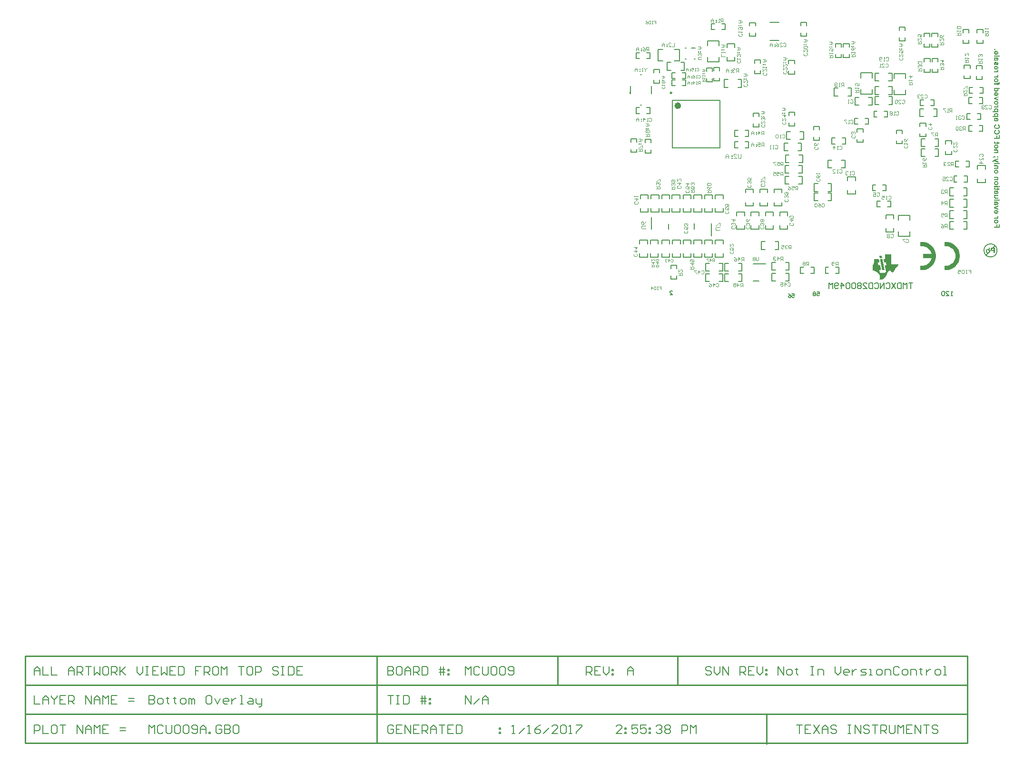
<source format=gbo>
G04 Layer_Color=32896*
%FSAX25Y25*%
%MOIN*%
G70*
G01*
G75*
%ADD39C,0.01000*%
%ADD40C,0.00800*%
%ADD64C,0.00700*%
%ADD66C,0.00984*%
%ADD67C,0.02362*%
%ADD69C,0.00787*%
%ADD70C,0.00400*%
%ADD71C,0.00500*%
%ADD121R,0.00590X0.01280*%
G36*
X0721636Y0450690D02*
X0720898D01*
Y0451428D01*
X0721636D01*
Y0450690D01*
D02*
G37*
G36*
X0720787Y0456378D02*
X0720876Y0456373D01*
X0720942Y0456362D01*
X0720998Y0456356D01*
X0721037Y0456345D01*
X0721065Y0456339D01*
X0721070D01*
X0721137Y0456323D01*
X0721192Y0456301D01*
X0721248Y0456278D01*
X0721292Y0456251D01*
X0721331Y0456228D01*
X0721359Y0456212D01*
X0721375Y0456201D01*
X0721381Y0456195D01*
X0721431Y0456151D01*
X0721475Y0456101D01*
X0721514Y0456051D01*
X0721547Y0456001D01*
X0721575Y0455957D01*
X0721592Y0455918D01*
X0721603Y0455895D01*
X0721608Y0455884D01*
X0721636Y0455807D01*
X0721658Y0455729D01*
X0721675Y0455657D01*
X0721686Y0455590D01*
X0721692Y0455529D01*
X0721697Y0455479D01*
Y0455451D01*
Y0455446D01*
Y0455440D01*
X0721692Y0455340D01*
X0721675Y0455240D01*
X0721653Y0455152D01*
X0721625Y0455063D01*
X0721586Y0454980D01*
X0721547Y0454908D01*
X0721503Y0454835D01*
X0721464Y0454774D01*
X0721420Y0454719D01*
X0721375Y0454669D01*
X0721336Y0454624D01*
X0721298Y0454591D01*
X0721270Y0454563D01*
X0721248Y0454541D01*
X0721231Y0454530D01*
X0721225Y0454525D01*
X0721636D01*
Y0453842D01*
X0718850D01*
Y0454580D01*
X0720265D01*
X0720337Y0454586D01*
X0720398Y0454591D01*
X0720460D01*
X0720509Y0454597D01*
X0720559Y0454602D01*
X0720598Y0454608D01*
X0720665Y0454619D01*
X0720709Y0454624D01*
X0720737Y0454635D01*
X0720743D01*
X0720804Y0454658D01*
X0720865Y0454691D01*
X0720909Y0454724D01*
X0720953Y0454758D01*
X0720981Y0454791D01*
X0721009Y0454819D01*
X0721020Y0454835D01*
X0721026Y0454841D01*
X0721059Y0454902D01*
X0721087Y0454963D01*
X0721103Y0455019D01*
X0721120Y0455074D01*
X0721126Y0455118D01*
X0721131Y0455152D01*
Y0455179D01*
Y0455185D01*
X0721126Y0455240D01*
X0721120Y0455290D01*
X0721109Y0455329D01*
X0721092Y0455368D01*
X0721076Y0455402D01*
X0721065Y0455424D01*
X0721059Y0455435D01*
X0721053Y0455440D01*
X0721026Y0455479D01*
X0720992Y0455507D01*
X0720926Y0455557D01*
X0720892Y0455574D01*
X0720870Y0455585D01*
X0720854Y0455596D01*
X0720848D01*
X0720820Y0455607D01*
X0720787Y0455612D01*
X0720704Y0455623D01*
X0720604Y0455635D01*
X0720509Y0455640D01*
X0720415Y0455646D01*
X0718850D01*
Y0456384D01*
X0720693D01*
X0720787Y0456378D01*
D02*
G37*
G36*
X0720365Y0459830D02*
X0720476Y0459819D01*
X0720576Y0459797D01*
X0720676Y0459775D01*
X0720765Y0459742D01*
X0720854Y0459708D01*
X0720931Y0459669D01*
X0721003Y0459636D01*
X0721065Y0459597D01*
X0721126Y0459558D01*
X0721170Y0459525D01*
X0721214Y0459492D01*
X0721242Y0459470D01*
X0721270Y0459447D01*
X0721281Y0459436D01*
X0721286Y0459431D01*
X0721359Y0459353D01*
X0721420Y0459270D01*
X0721475Y0459187D01*
X0721525Y0459098D01*
X0721564Y0459009D01*
X0721597Y0458926D01*
X0721625Y0458843D01*
X0721647Y0458759D01*
X0721664Y0458687D01*
X0721675Y0458615D01*
X0721686Y0458554D01*
X0721692Y0458498D01*
X0721697Y0458454D01*
Y0458421D01*
Y0458398D01*
Y0458393D01*
X0721692Y0458243D01*
X0721669Y0458104D01*
X0721642Y0457977D01*
X0721608Y0457866D01*
X0721586Y0457821D01*
X0721569Y0457777D01*
X0721558Y0457738D01*
X0721542Y0457710D01*
X0721531Y0457683D01*
X0721520Y0457666D01*
X0721514Y0457655D01*
Y0457649D01*
X0721436Y0457533D01*
X0721353Y0457433D01*
X0721264Y0457344D01*
X0721181Y0457272D01*
X0721103Y0457216D01*
X0721042Y0457172D01*
X0721020Y0457155D01*
X0721003Y0457150D01*
X0720992Y0457139D01*
X0720987D01*
X0720859Y0457078D01*
X0720731Y0457039D01*
X0720615Y0457005D01*
X0720509Y0456983D01*
X0720415Y0456972D01*
X0720376Y0456967D01*
X0720343D01*
X0720321Y0456961D01*
X0720282D01*
X0720110Y0456967D01*
X0719949Y0456989D01*
X0719810Y0457017D01*
X0719749Y0457033D01*
X0719694Y0457050D01*
X0719644Y0457066D01*
X0719599Y0457083D01*
X0719560Y0457100D01*
X0719527Y0457111D01*
X0719499Y0457122D01*
X0719483Y0457133D01*
X0719472Y0457139D01*
X0719466D01*
X0719349Y0457216D01*
X0719250Y0457300D01*
X0719161Y0457388D01*
X0719089Y0457472D01*
X0719033Y0457549D01*
X0718994Y0457610D01*
X0718978Y0457632D01*
X0718967Y0457649D01*
X0718961Y0457660D01*
Y0457666D01*
X0718905Y0457799D01*
X0718861Y0457927D01*
X0718833Y0458049D01*
X0718811Y0458165D01*
X0718800Y0458260D01*
X0718794Y0458298D01*
Y0458332D01*
X0718789Y0458360D01*
Y0458382D01*
Y0458393D01*
Y0458398D01*
X0718794Y0458515D01*
X0718806Y0458620D01*
X0718828Y0458726D01*
X0718856Y0458820D01*
X0718883Y0458915D01*
X0718917Y0458998D01*
X0718956Y0459076D01*
X0718994Y0459148D01*
X0719033Y0459209D01*
X0719072Y0459264D01*
X0719105Y0459314D01*
X0719133Y0459353D01*
X0719161Y0459386D01*
X0719183Y0459409D01*
X0719194Y0459420D01*
X0719200Y0459425D01*
X0719283Y0459497D01*
X0719366Y0459558D01*
X0719449Y0459614D01*
X0719538Y0459664D01*
X0719627Y0459703D01*
X0719716Y0459736D01*
X0719799Y0459764D01*
X0719882Y0459786D01*
X0719954Y0459803D01*
X0720027Y0459814D01*
X0720088Y0459825D01*
X0720143Y0459830D01*
X0720188Y0459836D01*
X0720249D01*
X0720365Y0459830D01*
D02*
G37*
G36*
X0719588Y0450690D02*
X0718850D01*
Y0451050D01*
X0718778Y0451045D01*
X0718706Y0451034D01*
X0718650Y0451017D01*
X0718600Y0450995D01*
X0718561Y0450978D01*
X0718534Y0450961D01*
X0718517Y0450950D01*
X0718511Y0450945D01*
X0718467Y0450906D01*
X0718423Y0450856D01*
X0718384Y0450806D01*
X0718356Y0450751D01*
X0718334Y0450706D01*
X0718317Y0450667D01*
X0718306Y0450639D01*
X0718301Y0450628D01*
X0717995Y0450773D01*
X0718029Y0450856D01*
X0718068Y0450934D01*
X0718106Y0451000D01*
X0718145Y0451056D01*
X0718178Y0451100D01*
X0718206Y0451133D01*
X0718223Y0451156D01*
X0718228Y0451161D01*
X0718284Y0451217D01*
X0718339Y0451261D01*
X0718395Y0451294D01*
X0718450Y0451328D01*
X0718495Y0451344D01*
X0718528Y0451361D01*
X0718556Y0451372D01*
X0718561D01*
X0718634Y0451389D01*
X0718717Y0451405D01*
X0718800Y0451417D01*
X0718878Y0451422D01*
X0718950Y0451428D01*
X0719588D01*
Y0450690D01*
D02*
G37*
G36*
X0720787Y0445339D02*
X0720876Y0445334D01*
X0720942Y0445323D01*
X0720998Y0445317D01*
X0721037Y0445306D01*
X0721065Y0445300D01*
X0721070D01*
X0721137Y0445284D01*
X0721192Y0445262D01*
X0721248Y0445239D01*
X0721292Y0445212D01*
X0721331Y0445190D01*
X0721359Y0445173D01*
X0721375Y0445162D01*
X0721381Y0445156D01*
X0721431Y0445112D01*
X0721475Y0445062D01*
X0721514Y0445012D01*
X0721547Y0444962D01*
X0721575Y0444917D01*
X0721592Y0444879D01*
X0721603Y0444857D01*
X0721608Y0444845D01*
X0721636Y0444768D01*
X0721658Y0444690D01*
X0721675Y0444618D01*
X0721686Y0444551D01*
X0721692Y0444490D01*
X0721697Y0444440D01*
Y0444412D01*
Y0444407D01*
Y0444401D01*
X0721692Y0444302D01*
X0721675Y0444202D01*
X0721653Y0444113D01*
X0721625Y0444024D01*
X0721586Y0443941D01*
X0721547Y0443868D01*
X0721503Y0443796D01*
X0721464Y0443735D01*
X0721420Y0443680D01*
X0721375Y0443630D01*
X0721336Y0443585D01*
X0721298Y0443552D01*
X0721270Y0443524D01*
X0721248Y0443502D01*
X0721231Y0443491D01*
X0721225Y0443486D01*
X0721636D01*
Y0442803D01*
X0718850D01*
Y0443541D01*
X0720265D01*
X0720337Y0443547D01*
X0720398Y0443552D01*
X0720460D01*
X0720509Y0443558D01*
X0720559Y0443563D01*
X0720598Y0443569D01*
X0720665Y0443580D01*
X0720709Y0443585D01*
X0720737Y0443597D01*
X0720743D01*
X0720804Y0443619D01*
X0720865Y0443652D01*
X0720909Y0443685D01*
X0720953Y0443719D01*
X0720981Y0443752D01*
X0721009Y0443780D01*
X0721020Y0443796D01*
X0721026Y0443802D01*
X0721059Y0443863D01*
X0721087Y0443924D01*
X0721103Y0443980D01*
X0721120Y0444035D01*
X0721126Y0444079D01*
X0721131Y0444113D01*
Y0444140D01*
Y0444146D01*
X0721126Y0444202D01*
X0721120Y0444251D01*
X0721109Y0444290D01*
X0721092Y0444329D01*
X0721076Y0444362D01*
X0721065Y0444385D01*
X0721059Y0444396D01*
X0721053Y0444401D01*
X0721026Y0444440D01*
X0720992Y0444468D01*
X0720926Y0444518D01*
X0720892Y0444535D01*
X0720870Y0444546D01*
X0720854Y0444557D01*
X0720848D01*
X0720820Y0444568D01*
X0720787Y0444573D01*
X0720704Y0444585D01*
X0720604Y0444596D01*
X0720509Y0444601D01*
X0720415Y0444607D01*
X0718850D01*
Y0445345D01*
X0720693D01*
X0720787Y0445339D01*
D02*
G37*
G36*
X0722691Y0446089D02*
X0718850D01*
Y0446827D01*
X0722691D01*
Y0446089D01*
D02*
G37*
G36*
X0721636Y0449335D02*
X0719655Y0448680D01*
X0721636Y0448020D01*
Y0447237D01*
X0718844Y0448292D01*
X0718761Y0448264D01*
X0718689Y0448236D01*
X0718622Y0448203D01*
X0718567Y0448175D01*
X0718523Y0448148D01*
X0718489Y0448125D01*
X0718467Y0448109D01*
X0718462Y0448103D01*
X0718411Y0448053D01*
X0718373Y0447992D01*
X0718345Y0447931D01*
X0718328Y0447870D01*
X0718317Y0447815D01*
X0718306Y0447770D01*
Y0447737D01*
Y0447731D01*
Y0447726D01*
X0718312Y0447620D01*
X0718317Y0447565D01*
X0718328Y0447520D01*
X0718334Y0447476D01*
X0718339Y0447443D01*
X0718345Y0447421D01*
Y0447415D01*
X0717768Y0447482D01*
X0717740Y0447632D01*
X0717729Y0447698D01*
X0717723Y0447765D01*
Y0447815D01*
X0717718Y0447859D01*
Y0447881D01*
Y0447892D01*
Y0447970D01*
X0717723Y0448042D01*
X0717734Y0448103D01*
X0717746Y0448159D01*
X0717751Y0448209D01*
X0717762Y0448242D01*
X0717768Y0448264D01*
Y0448270D01*
X0717784Y0448331D01*
X0717807Y0448386D01*
X0717829Y0448431D01*
X0717845Y0448469D01*
X0717862Y0448503D01*
X0717879Y0448525D01*
X0717884Y0448542D01*
X0717890Y0448547D01*
X0717956Y0448631D01*
X0718023Y0448692D01*
X0718056Y0448714D01*
X0718079Y0448730D01*
X0718095Y0448741D01*
X0718101Y0448747D01*
X0718156Y0448780D01*
X0718212Y0448814D01*
X0718273Y0448847D01*
X0718334Y0448875D01*
X0718389Y0448897D01*
X0718434Y0448919D01*
X0718462Y0448930D01*
X0718473Y0448936D01*
X0718950Y0449113D01*
X0721636Y0450096D01*
Y0449335D01*
D02*
G37*
G36*
X0719466Y0461684D02*
X0719444Y0461618D01*
X0719427Y0461556D01*
X0719416Y0461507D01*
X0719411Y0461462D01*
X0719405Y0461429D01*
X0719399Y0461407D01*
Y0461390D01*
Y0461384D01*
X0719405Y0461334D01*
X0719416Y0461296D01*
X0719427Y0461273D01*
X0719433Y0461262D01*
X0719466Y0461229D01*
X0719494Y0461212D01*
X0719516Y0461201D01*
X0719527Y0461196D01*
X0719538D01*
X0719560Y0461190D01*
X0719677D01*
X0719743Y0461185D01*
X0721048D01*
Y0461690D01*
X0721636D01*
Y0461185D01*
X0722624D01*
X0722191Y0460446D01*
X0721636D01*
Y0460108D01*
X0721048D01*
Y0460446D01*
X0719638D01*
X0719588Y0460452D01*
X0719499D01*
X0719427Y0460458D01*
X0719372Y0460463D01*
X0719338D01*
X0719316Y0460469D01*
X0719311D01*
X0719250Y0460480D01*
X0719194Y0460496D01*
X0719144Y0460513D01*
X0719105Y0460530D01*
X0719072Y0460546D01*
X0719050Y0460557D01*
X0719033Y0460563D01*
X0719028Y0460569D01*
X0718989Y0460602D01*
X0718956Y0460641D01*
X0718900Y0460718D01*
X0718883Y0460752D01*
X0718867Y0460779D01*
X0718861Y0460802D01*
X0718856Y0460807D01*
X0718833Y0460868D01*
X0718817Y0460929D01*
X0718806Y0460990D01*
X0718800Y0461046D01*
X0718794Y0461096D01*
X0718789Y0461135D01*
Y0461157D01*
Y0461168D01*
X0718794Y0461284D01*
X0718806Y0461395D01*
X0718822Y0461495D01*
X0718844Y0461579D01*
X0718861Y0461651D01*
X0718878Y0461706D01*
X0718889Y0461739D01*
X0718894Y0461745D01*
Y0461751D01*
X0719466Y0461684D01*
D02*
G37*
G36*
X0720376Y0481886D02*
X0720498Y0481875D01*
X0720604Y0481858D01*
X0720709Y0481842D01*
X0720804Y0481814D01*
X0720892Y0481786D01*
X0720970Y0481753D01*
X0721042Y0481725D01*
X0721103Y0481692D01*
X0721159Y0481659D01*
X0721209Y0481631D01*
X0721242Y0481609D01*
X0721275Y0481586D01*
X0721298Y0481570D01*
X0721309Y0481559D01*
X0721314Y0481553D01*
X0721381Y0481486D01*
X0721442Y0481420D01*
X0721492Y0481353D01*
X0721536Y0481281D01*
X0721575Y0481215D01*
X0721603Y0481142D01*
X0721631Y0481081D01*
X0721647Y0481015D01*
X0721664Y0480959D01*
X0721675Y0480904D01*
X0721686Y0480854D01*
X0721692Y0480815D01*
X0721697Y0480776D01*
Y0480754D01*
Y0480737D01*
Y0480732D01*
X0721692Y0480632D01*
X0721675Y0480537D01*
X0721653Y0480449D01*
X0721631Y0480376D01*
X0721608Y0480315D01*
X0721586Y0480265D01*
X0721569Y0480238D01*
X0721564Y0480227D01*
X0721514Y0480143D01*
X0721458Y0480077D01*
X0721403Y0480010D01*
X0721348Y0479960D01*
X0721298Y0479921D01*
X0721259Y0479888D01*
X0721237Y0479871D01*
X0721225Y0479866D01*
X0721636D01*
Y0479178D01*
X0717784D01*
Y0479916D01*
X0719194D01*
X0719116Y0479993D01*
X0719050Y0480066D01*
X0718994Y0480127D01*
X0718956Y0480188D01*
X0718922Y0480238D01*
X0718894Y0480271D01*
X0718883Y0480299D01*
X0718878Y0480304D01*
X0718850Y0480376D01*
X0718828Y0480449D01*
X0718811Y0480521D01*
X0718800Y0480587D01*
X0718794Y0480643D01*
X0718789Y0480687D01*
Y0480715D01*
Y0480726D01*
X0718794Y0480815D01*
X0718806Y0480898D01*
X0718822Y0480981D01*
X0718850Y0481059D01*
X0718911Y0481198D01*
X0718944Y0481259D01*
X0718983Y0481320D01*
X0719017Y0481370D01*
X0719050Y0481414D01*
X0719083Y0481453D01*
X0719111Y0481486D01*
X0719139Y0481514D01*
X0719155Y0481531D01*
X0719166Y0481542D01*
X0719172Y0481547D01*
X0719250Y0481609D01*
X0719333Y0481659D01*
X0719416Y0481708D01*
X0719505Y0481747D01*
X0719594Y0481781D01*
X0719683Y0481808D01*
X0719860Y0481847D01*
X0719938Y0481864D01*
X0720015Y0481875D01*
X0720082Y0481881D01*
X0720138Y0481886D01*
X0720188Y0481892D01*
X0720254D01*
X0720376Y0481886D01*
D02*
G37*
G36*
Y0485166D02*
X0720498Y0485155D01*
X0720604Y0485138D01*
X0720709Y0485122D01*
X0720804Y0485094D01*
X0720892Y0485066D01*
X0720970Y0485033D01*
X0721042Y0485005D01*
X0721103Y0484972D01*
X0721159Y0484939D01*
X0721209Y0484911D01*
X0721242Y0484889D01*
X0721275Y0484866D01*
X0721298Y0484850D01*
X0721309Y0484839D01*
X0721314Y0484833D01*
X0721381Y0484766D01*
X0721442Y0484700D01*
X0721492Y0484633D01*
X0721536Y0484561D01*
X0721575Y0484494D01*
X0721603Y0484422D01*
X0721631Y0484361D01*
X0721647Y0484295D01*
X0721664Y0484239D01*
X0721675Y0484184D01*
X0721686Y0484134D01*
X0721692Y0484095D01*
X0721697Y0484056D01*
Y0484034D01*
Y0484017D01*
Y0484012D01*
X0721692Y0483912D01*
X0721675Y0483817D01*
X0721653Y0483729D01*
X0721631Y0483657D01*
X0721608Y0483595D01*
X0721586Y0483545D01*
X0721569Y0483518D01*
X0721564Y0483507D01*
X0721514Y0483423D01*
X0721458Y0483357D01*
X0721403Y0483290D01*
X0721348Y0483240D01*
X0721298Y0483201D01*
X0721259Y0483168D01*
X0721237Y0483151D01*
X0721225Y0483146D01*
X0721636D01*
Y0482458D01*
X0717784D01*
Y0483196D01*
X0719194D01*
X0719116Y0483274D01*
X0719050Y0483346D01*
X0718994Y0483407D01*
X0718956Y0483468D01*
X0718922Y0483518D01*
X0718894Y0483551D01*
X0718883Y0483579D01*
X0718878Y0483584D01*
X0718850Y0483657D01*
X0718828Y0483729D01*
X0718811Y0483801D01*
X0718800Y0483867D01*
X0718794Y0483923D01*
X0718789Y0483967D01*
Y0483995D01*
Y0484006D01*
X0718794Y0484095D01*
X0718806Y0484178D01*
X0718822Y0484261D01*
X0718850Y0484339D01*
X0718911Y0484478D01*
X0718944Y0484539D01*
X0718983Y0484600D01*
X0719017Y0484650D01*
X0719050Y0484694D01*
X0719083Y0484733D01*
X0719111Y0484766D01*
X0719139Y0484794D01*
X0719155Y0484811D01*
X0719166Y0484822D01*
X0719172Y0484828D01*
X0719250Y0484889D01*
X0719333Y0484939D01*
X0719416Y0484988D01*
X0719505Y0485027D01*
X0719594Y0485061D01*
X0719683Y0485088D01*
X0719860Y0485127D01*
X0719938Y0485144D01*
X0720015Y0485155D01*
X0720082Y0485160D01*
X0720138Y0485166D01*
X0720188Y0485172D01*
X0720254D01*
X0720376Y0485166D01*
D02*
G37*
G36*
X0721603Y0487436D02*
X0721636Y0487353D01*
X0721664Y0487269D01*
X0721680Y0487192D01*
X0721692Y0487131D01*
X0721697Y0487081D01*
Y0487047D01*
Y0487042D01*
Y0487036D01*
X0721692Y0486970D01*
X0721686Y0486914D01*
X0721669Y0486859D01*
X0721653Y0486814D01*
X0721636Y0486776D01*
X0721625Y0486742D01*
X0721614Y0486726D01*
X0721608Y0486720D01*
X0721569Y0486665D01*
X0721514Y0486615D01*
X0721453Y0486559D01*
X0721392Y0486515D01*
X0721331Y0486470D01*
X0721281Y0486437D01*
X0721248Y0486415D01*
X0721242Y0486409D01*
X0721636D01*
Y0485727D01*
X0718850D01*
Y0486465D01*
X0719949D01*
X0720054Y0486470D01*
X0720149Y0486476D01*
X0720237D01*
X0720310Y0486482D01*
X0720382Y0486487D01*
X0720437Y0486493D01*
X0720487Y0486498D01*
X0720532Y0486504D01*
X0720565Y0486509D01*
X0720593D01*
X0720609Y0486515D01*
X0720626Y0486520D01*
X0720637D01*
X0720715Y0486543D01*
X0720781Y0486570D01*
X0720837Y0486598D01*
X0720876Y0486626D01*
X0720909Y0486648D01*
X0720931Y0486670D01*
X0720942Y0486681D01*
X0720948Y0486687D01*
X0720976Y0486731D01*
X0720998Y0486776D01*
X0721014Y0486820D01*
X0721026Y0486859D01*
X0721031Y0486892D01*
X0721037Y0486926D01*
Y0486942D01*
Y0486948D01*
X0721031Y0487009D01*
X0721020Y0487070D01*
X0720998Y0487125D01*
X0720976Y0487181D01*
X0720953Y0487225D01*
X0720931Y0487258D01*
X0720920Y0487286D01*
X0720915Y0487292D01*
X0721553Y0487525D01*
X0721603Y0487436D01*
D02*
G37*
G36*
X0718922Y0478595D02*
X0718989Y0478567D01*
X0719050Y0478545D01*
X0719105Y0478523D01*
X0719150Y0478512D01*
X0719189Y0478501D01*
X0719211Y0478495D01*
X0719216D01*
X0719288Y0478484D01*
X0719377Y0478478D01*
X0719466Y0478467D01*
X0719555D01*
X0719632Y0478462D01*
X0719760D01*
X0720620Y0478473D01*
X0720709D01*
X0720787Y0478467D01*
X0720859Y0478462D01*
X0720926Y0478456D01*
X0720987Y0478451D01*
X0721042Y0478440D01*
X0721092Y0478434D01*
X0721131Y0478423D01*
X0721170Y0478412D01*
X0721198Y0478406D01*
X0721248Y0478390D01*
X0721270Y0478378D01*
X0721281Y0478373D01*
X0721342Y0478329D01*
X0721403Y0478278D01*
X0721453Y0478223D01*
X0721497Y0478162D01*
X0721531Y0478112D01*
X0721553Y0478068D01*
X0721569Y0478040D01*
X0721575Y0478034D01*
Y0478029D01*
X0721597Y0477979D01*
X0721614Y0477929D01*
X0721647Y0477812D01*
X0721669Y0477690D01*
X0721680Y0477574D01*
X0721692Y0477463D01*
Y0477418D01*
X0721697Y0477379D01*
Y0477346D01*
Y0477318D01*
Y0477302D01*
Y0477296D01*
Y0477196D01*
X0721686Y0477107D01*
X0721680Y0477019D01*
X0721664Y0476941D01*
X0721653Y0476863D01*
X0721636Y0476797D01*
X0721614Y0476736D01*
X0721597Y0476680D01*
X0721581Y0476636D01*
X0721558Y0476591D01*
X0721542Y0476558D01*
X0721531Y0476525D01*
X0721514Y0476503D01*
X0721508Y0476486D01*
X0721497Y0476480D01*
Y0476475D01*
X0721414Y0476380D01*
X0721320Y0476303D01*
X0721220Y0476236D01*
X0721126Y0476181D01*
X0721037Y0476142D01*
X0720998Y0476125D01*
X0720964Y0476114D01*
X0720937Y0476103D01*
X0720915Y0476097D01*
X0720903Y0476092D01*
X0720898D01*
X0720776Y0476752D01*
X0720843Y0476780D01*
X0720898Y0476808D01*
X0720948Y0476835D01*
X0720987Y0476869D01*
X0721014Y0476891D01*
X0721031Y0476913D01*
X0721042Y0476924D01*
X0721048Y0476930D01*
X0721076Y0476974D01*
X0721098Y0477024D01*
X0721109Y0477080D01*
X0721120Y0477130D01*
X0721126Y0477174D01*
X0721131Y0477207D01*
Y0477230D01*
Y0477241D01*
X0721126Y0477341D01*
X0721114Y0477424D01*
X0721103Y0477490D01*
X0721087Y0477546D01*
X0721065Y0477585D01*
X0721053Y0477613D01*
X0721042Y0477629D01*
X0721037Y0477635D01*
X0720998Y0477674D01*
X0720953Y0477701D01*
X0720903Y0477718D01*
X0720854Y0477735D01*
X0720804Y0477740D01*
X0720765Y0477746D01*
X0720659D01*
X0720643Y0477707D01*
X0720626Y0477657D01*
X0720593Y0477552D01*
X0720565Y0477429D01*
X0720537Y0477313D01*
X0720509Y0477202D01*
X0720498Y0477152D01*
X0720493Y0477107D01*
X0720487Y0477074D01*
X0720482Y0477046D01*
X0720476Y0477030D01*
Y0477024D01*
X0720448Y0476891D01*
X0720421Y0476769D01*
X0720393Y0476669D01*
X0720365Y0476586D01*
X0720337Y0476519D01*
X0720321Y0476475D01*
X0720310Y0476447D01*
X0720304Y0476436D01*
X0720265Y0476364D01*
X0720221Y0476303D01*
X0720171Y0476247D01*
X0720126Y0476208D01*
X0720088Y0476169D01*
X0720054Y0476147D01*
X0720032Y0476131D01*
X0720021Y0476125D01*
X0719949Y0476086D01*
X0719877Y0476059D01*
X0719810Y0476042D01*
X0719743Y0476031D01*
X0719688Y0476020D01*
X0719644Y0476014D01*
X0719605D01*
X0719538Y0476020D01*
X0719477Y0476025D01*
X0719361Y0476053D01*
X0719261Y0476092D01*
X0719177Y0476136D01*
X0719111Y0476181D01*
X0719061Y0476220D01*
X0719028Y0476247D01*
X0719022Y0476258D01*
X0719017D01*
X0718939Y0476358D01*
X0718883Y0476469D01*
X0718844Y0476580D01*
X0718817Y0476691D01*
X0718800Y0476786D01*
X0718794Y0476830D01*
Y0476863D01*
X0718789Y0476897D01*
Y0476919D01*
Y0476930D01*
Y0476935D01*
X0718794Y0477024D01*
X0718806Y0477113D01*
X0718817Y0477191D01*
X0718833Y0477257D01*
X0718850Y0477313D01*
X0718867Y0477357D01*
X0718872Y0477385D01*
X0718878Y0477396D01*
X0718917Y0477474D01*
X0718956Y0477552D01*
X0719005Y0477618D01*
X0719050Y0477679D01*
X0719089Y0477729D01*
X0719122Y0477768D01*
X0719144Y0477790D01*
X0719150Y0477801D01*
X0719128Y0477807D01*
X0719100Y0477818D01*
X0719077Y0477823D01*
X0719072Y0477829D01*
X0719066D01*
X0719017Y0477846D01*
X0718972Y0477857D01*
X0718933Y0477868D01*
X0718905Y0477879D01*
X0718883Y0477890D01*
X0718861Y0477896D01*
X0718856Y0477901D01*
X0718850D01*
Y0478628D01*
X0718922Y0478595D01*
D02*
G37*
G36*
X0722691Y0463699D02*
X0718850D01*
Y0464476D01*
X0720482D01*
Y0466080D01*
X0721131D01*
Y0464476D01*
X0722041D01*
Y0466335D01*
X0722691D01*
Y0463699D01*
D02*
G37*
G36*
X0720260Y0469426D02*
X0720110Y0469382D01*
X0719982Y0469332D01*
X0719877Y0469282D01*
X0719788Y0469227D01*
X0719721Y0469182D01*
X0719677Y0469143D01*
X0719649Y0469115D01*
X0719638Y0469104D01*
X0719571Y0469016D01*
X0719527Y0468927D01*
X0719494Y0468838D01*
X0719466Y0468760D01*
X0719455Y0468688D01*
X0719449Y0468627D01*
X0719444Y0468605D01*
Y0468588D01*
Y0468583D01*
Y0468577D01*
X0719449Y0468499D01*
X0719455Y0468427D01*
X0719494Y0468294D01*
X0719538Y0468178D01*
X0719599Y0468083D01*
X0719655Y0468006D01*
X0719699Y0467950D01*
X0719721Y0467928D01*
X0719738Y0467911D01*
X0719743Y0467906D01*
X0719749Y0467900D01*
X0719810Y0467856D01*
X0719882Y0467817D01*
X0719960Y0467778D01*
X0720043Y0467750D01*
X0720215Y0467706D01*
X0720387Y0467672D01*
X0720471Y0467661D01*
X0720543Y0467656D01*
X0720615Y0467645D01*
X0720676D01*
X0720720Y0467639D01*
X0720792D01*
X0720920Y0467645D01*
X0721037Y0467650D01*
X0721142Y0467661D01*
X0721242Y0467678D01*
X0721331Y0467700D01*
X0721414Y0467723D01*
X0721486Y0467745D01*
X0721553Y0467772D01*
X0721608Y0467795D01*
X0721658Y0467817D01*
X0721697Y0467839D01*
X0721731Y0467861D01*
X0721758Y0467878D01*
X0721775Y0467889D01*
X0721786Y0467900D01*
X0721792D01*
X0721847Y0467950D01*
X0721897Y0468006D01*
X0721936Y0468061D01*
X0721969Y0468122D01*
X0722025Y0468239D01*
X0722063Y0468350D01*
X0722086Y0468444D01*
X0722091Y0468488D01*
X0722097Y0468522D01*
X0722102Y0468555D01*
Y0468577D01*
Y0468588D01*
Y0468594D01*
X0722097Y0468705D01*
X0722075Y0468805D01*
X0722047Y0468893D01*
X0722014Y0468971D01*
X0721980Y0469032D01*
X0721952Y0469077D01*
X0721930Y0469104D01*
X0721925Y0469115D01*
X0721858Y0469188D01*
X0721780Y0469254D01*
X0721703Y0469304D01*
X0721625Y0469343D01*
X0721558Y0469371D01*
X0721508Y0469387D01*
X0721486Y0469398D01*
X0721470D01*
X0721464Y0469404D01*
X0721458D01*
X0721642Y0470170D01*
X0721803Y0470115D01*
X0721941Y0470053D01*
X0722063Y0469987D01*
X0722163Y0469926D01*
X0722241Y0469865D01*
X0722274Y0469843D01*
X0722302Y0469820D01*
X0722319Y0469804D01*
X0722335Y0469787D01*
X0722346Y0469781D01*
Y0469776D01*
X0722419Y0469693D01*
X0722485Y0469598D01*
X0722541Y0469510D01*
X0722585Y0469415D01*
X0722630Y0469315D01*
X0722663Y0469221D01*
X0722691Y0469127D01*
X0722713Y0469038D01*
X0722729Y0468955D01*
X0722741Y0468877D01*
X0722752Y0468810D01*
X0722757Y0468749D01*
X0722763Y0468699D01*
Y0468666D01*
Y0468638D01*
Y0468633D01*
X0722757Y0468488D01*
X0722741Y0468344D01*
X0722713Y0468216D01*
X0722680Y0468089D01*
X0722641Y0467978D01*
X0722596Y0467867D01*
X0722546Y0467772D01*
X0722496Y0467684D01*
X0722446Y0467600D01*
X0722397Y0467534D01*
X0722352Y0467473D01*
X0722313Y0467423D01*
X0722280Y0467384D01*
X0722252Y0467356D01*
X0722235Y0467340D01*
X0722230Y0467334D01*
X0722124Y0467245D01*
X0722014Y0467173D01*
X0721897Y0467106D01*
X0721775Y0467051D01*
X0721647Y0467001D01*
X0721525Y0466962D01*
X0721403Y0466929D01*
X0721286Y0466901D01*
X0721170Y0466879D01*
X0721070Y0466868D01*
X0720976Y0466857D01*
X0720898Y0466846D01*
X0720831D01*
X0720781Y0466840D01*
X0720737D01*
X0720571Y0466846D01*
X0720415Y0466862D01*
X0720265Y0466884D01*
X0720132Y0466918D01*
X0720004Y0466951D01*
X0719882Y0466995D01*
X0719777Y0467040D01*
X0719683Y0467084D01*
X0719594Y0467129D01*
X0719516Y0467173D01*
X0719455Y0467217D01*
X0719399Y0467251D01*
X0719361Y0467284D01*
X0719327Y0467306D01*
X0719311Y0467323D01*
X0719305Y0467328D01*
X0719211Y0467423D01*
X0719133Y0467523D01*
X0719061Y0467628D01*
X0719005Y0467734D01*
X0718956Y0467839D01*
X0718911Y0467944D01*
X0718878Y0468044D01*
X0718850Y0468139D01*
X0718828Y0468233D01*
X0718811Y0468316D01*
X0718800Y0468394D01*
X0718794Y0468455D01*
X0718789Y0468510D01*
X0718783Y0468549D01*
Y0468572D01*
Y0468583D01*
X0718789Y0468699D01*
X0718794Y0468805D01*
X0718811Y0468910D01*
X0718833Y0469004D01*
X0718856Y0469093D01*
X0718878Y0469177D01*
X0718905Y0469254D01*
X0718939Y0469326D01*
X0718967Y0469387D01*
X0718994Y0469443D01*
X0719017Y0469493D01*
X0719039Y0469532D01*
X0719061Y0469565D01*
X0719077Y0469587D01*
X0719083Y0469598D01*
X0719089Y0469604D01*
X0719150Y0469676D01*
X0719216Y0469743D01*
X0719366Y0469865D01*
X0719522Y0469965D01*
X0719671Y0470042D01*
X0719743Y0470076D01*
X0719810Y0470103D01*
X0719871Y0470126D01*
X0719921Y0470148D01*
X0719966Y0470164D01*
X0719999Y0470176D01*
X0720021Y0470181D01*
X0720027D01*
X0720260Y0469426D01*
D02*
G37*
G36*
Y0473300D02*
X0720110Y0473256D01*
X0719982Y0473206D01*
X0719877Y0473156D01*
X0719788Y0473100D01*
X0719721Y0473056D01*
X0719677Y0473017D01*
X0719649Y0472989D01*
X0719638Y0472978D01*
X0719571Y0472890D01*
X0719527Y0472801D01*
X0719494Y0472712D01*
X0719466Y0472634D01*
X0719455Y0472562D01*
X0719449Y0472501D01*
X0719444Y0472479D01*
Y0472462D01*
Y0472457D01*
Y0472451D01*
X0719449Y0472373D01*
X0719455Y0472301D01*
X0719494Y0472168D01*
X0719538Y0472051D01*
X0719599Y0471957D01*
X0719655Y0471879D01*
X0719699Y0471824D01*
X0719721Y0471802D01*
X0719738Y0471785D01*
X0719743Y0471779D01*
X0719749Y0471774D01*
X0719810Y0471730D01*
X0719882Y0471691D01*
X0719960Y0471652D01*
X0720043Y0471624D01*
X0720215Y0471580D01*
X0720387Y0471546D01*
X0720471Y0471535D01*
X0720543Y0471530D01*
X0720615Y0471519D01*
X0720676D01*
X0720720Y0471513D01*
X0720792D01*
X0720920Y0471519D01*
X0721037Y0471524D01*
X0721142Y0471535D01*
X0721242Y0471552D01*
X0721331Y0471574D01*
X0721414Y0471596D01*
X0721486Y0471619D01*
X0721553Y0471646D01*
X0721608Y0471668D01*
X0721658Y0471691D01*
X0721697Y0471713D01*
X0721731Y0471735D01*
X0721758Y0471752D01*
X0721775Y0471763D01*
X0721786Y0471774D01*
X0721792D01*
X0721847Y0471824D01*
X0721897Y0471879D01*
X0721936Y0471935D01*
X0721969Y0471996D01*
X0722025Y0472113D01*
X0722063Y0472224D01*
X0722086Y0472318D01*
X0722091Y0472362D01*
X0722097Y0472396D01*
X0722102Y0472429D01*
Y0472451D01*
Y0472462D01*
Y0472468D01*
X0722097Y0472579D01*
X0722075Y0472679D01*
X0722047Y0472767D01*
X0722014Y0472845D01*
X0721980Y0472906D01*
X0721952Y0472951D01*
X0721930Y0472978D01*
X0721925Y0472989D01*
X0721858Y0473062D01*
X0721780Y0473128D01*
X0721703Y0473178D01*
X0721625Y0473217D01*
X0721558Y0473245D01*
X0721508Y0473261D01*
X0721486Y0473273D01*
X0721470D01*
X0721464Y0473278D01*
X0721458D01*
X0721642Y0474044D01*
X0721803Y0473988D01*
X0721941Y0473927D01*
X0722063Y0473861D01*
X0722163Y0473800D01*
X0722241Y0473739D01*
X0722274Y0473716D01*
X0722302Y0473694D01*
X0722319Y0473678D01*
X0722335Y0473661D01*
X0722346Y0473655D01*
Y0473650D01*
X0722419Y0473567D01*
X0722485Y0473472D01*
X0722541Y0473383D01*
X0722585Y0473289D01*
X0722630Y0473189D01*
X0722663Y0473095D01*
X0722691Y0473000D01*
X0722713Y0472912D01*
X0722729Y0472828D01*
X0722741Y0472751D01*
X0722752Y0472684D01*
X0722757Y0472623D01*
X0722763Y0472573D01*
Y0472540D01*
Y0472512D01*
Y0472507D01*
X0722757Y0472362D01*
X0722741Y0472218D01*
X0722713Y0472090D01*
X0722680Y0471963D01*
X0722641Y0471852D01*
X0722596Y0471741D01*
X0722546Y0471646D01*
X0722496Y0471558D01*
X0722446Y0471474D01*
X0722397Y0471408D01*
X0722352Y0471347D01*
X0722313Y0471297D01*
X0722280Y0471258D01*
X0722252Y0471230D01*
X0722235Y0471213D01*
X0722230Y0471208D01*
X0722124Y0471119D01*
X0722014Y0471047D01*
X0721897Y0470980D01*
X0721775Y0470925D01*
X0721647Y0470875D01*
X0721525Y0470836D01*
X0721403Y0470803D01*
X0721286Y0470775D01*
X0721170Y0470753D01*
X0721070Y0470742D01*
X0720976Y0470731D01*
X0720898Y0470719D01*
X0720831D01*
X0720781Y0470714D01*
X0720737D01*
X0720571Y0470719D01*
X0720415Y0470736D01*
X0720265Y0470758D01*
X0720132Y0470792D01*
X0720004Y0470825D01*
X0719882Y0470869D01*
X0719777Y0470914D01*
X0719683Y0470958D01*
X0719594Y0471002D01*
X0719516Y0471047D01*
X0719455Y0471091D01*
X0719399Y0471125D01*
X0719361Y0471158D01*
X0719327Y0471180D01*
X0719311Y0471197D01*
X0719305Y0471202D01*
X0719211Y0471297D01*
X0719133Y0471397D01*
X0719061Y0471502D01*
X0719005Y0471607D01*
X0718956Y0471713D01*
X0718911Y0471818D01*
X0718878Y0471918D01*
X0718850Y0472013D01*
X0718828Y0472107D01*
X0718811Y0472190D01*
X0718800Y0472268D01*
X0718794Y0472329D01*
X0718789Y0472385D01*
X0718783Y0472423D01*
Y0472445D01*
Y0472457D01*
X0718789Y0472573D01*
X0718794Y0472679D01*
X0718811Y0472784D01*
X0718833Y0472878D01*
X0718856Y0472967D01*
X0718878Y0473050D01*
X0718905Y0473128D01*
X0718939Y0473200D01*
X0718967Y0473261D01*
X0718994Y0473317D01*
X0719017Y0473367D01*
X0719039Y0473406D01*
X0719061Y0473439D01*
X0719077Y0473461D01*
X0719083Y0473472D01*
X0719089Y0473478D01*
X0719150Y0473550D01*
X0719216Y0473617D01*
X0719366Y0473739D01*
X0719522Y0473839D01*
X0719671Y0473916D01*
X0719743Y0473949D01*
X0719810Y0473977D01*
X0719871Y0474000D01*
X0719921Y0474022D01*
X0719966Y0474038D01*
X0719999Y0474049D01*
X0720021Y0474055D01*
X0720027D01*
X0720260Y0473300D01*
D02*
G37*
G36*
X0721636Y0416241D02*
X0720210Y0415708D01*
X0720126Y0415674D01*
X0720049Y0415652D01*
X0720021Y0415641D01*
X0719999Y0415636D01*
X0719982Y0415630D01*
X0719977D01*
X0719949Y0415625D01*
X0719916Y0415614D01*
X0719832Y0415586D01*
X0719799Y0415575D01*
X0719766Y0415564D01*
X0719743Y0415558D01*
X0719738Y0415553D01*
X0720210Y0415403D01*
X0721636Y0414875D01*
Y0414104D01*
X0718850Y0415225D01*
Y0415891D01*
X0721636Y0416995D01*
Y0416241D01*
D02*
G37*
G36*
X0718922Y0419837D02*
X0718989Y0419809D01*
X0719050Y0419787D01*
X0719105Y0419765D01*
X0719150Y0419754D01*
X0719189Y0419743D01*
X0719211Y0419737D01*
X0719216D01*
X0719288Y0419726D01*
X0719377Y0419721D01*
X0719466Y0419709D01*
X0719555D01*
X0719632Y0419704D01*
X0719760D01*
X0720620Y0419715D01*
X0720709D01*
X0720787Y0419709D01*
X0720859Y0419704D01*
X0720926Y0419698D01*
X0720987Y0419693D01*
X0721042Y0419682D01*
X0721092Y0419676D01*
X0721131Y0419665D01*
X0721170Y0419654D01*
X0721198Y0419648D01*
X0721248Y0419632D01*
X0721270Y0419621D01*
X0721281Y0419615D01*
X0721342Y0419571D01*
X0721403Y0419521D01*
X0721453Y0419465D01*
X0721497Y0419404D01*
X0721531Y0419354D01*
X0721553Y0419310D01*
X0721569Y0419282D01*
X0721575Y0419277D01*
Y0419271D01*
X0721597Y0419221D01*
X0721614Y0419171D01*
X0721647Y0419055D01*
X0721669Y0418932D01*
X0721680Y0418816D01*
X0721692Y0418705D01*
Y0418660D01*
X0721697Y0418622D01*
Y0418588D01*
Y0418561D01*
Y0418544D01*
Y0418538D01*
Y0418438D01*
X0721686Y0418350D01*
X0721680Y0418261D01*
X0721664Y0418183D01*
X0721653Y0418106D01*
X0721636Y0418039D01*
X0721614Y0417978D01*
X0721597Y0417922D01*
X0721581Y0417878D01*
X0721558Y0417834D01*
X0721542Y0417800D01*
X0721531Y0417767D01*
X0721514Y0417745D01*
X0721508Y0417728D01*
X0721497Y0417723D01*
Y0417717D01*
X0721414Y0417623D01*
X0721320Y0417545D01*
X0721220Y0417478D01*
X0721126Y0417423D01*
X0721037Y0417384D01*
X0720998Y0417367D01*
X0720964Y0417356D01*
X0720937Y0417345D01*
X0720915Y0417340D01*
X0720903Y0417334D01*
X0720898D01*
X0720776Y0417994D01*
X0720843Y0418022D01*
X0720898Y0418050D01*
X0720948Y0418078D01*
X0720987Y0418111D01*
X0721014Y0418133D01*
X0721031Y0418155D01*
X0721042Y0418166D01*
X0721048Y0418172D01*
X0721076Y0418216D01*
X0721098Y0418266D01*
X0721109Y0418322D01*
X0721120Y0418372D01*
X0721126Y0418416D01*
X0721131Y0418449D01*
Y0418472D01*
Y0418483D01*
X0721126Y0418583D01*
X0721114Y0418666D01*
X0721103Y0418733D01*
X0721087Y0418788D01*
X0721065Y0418827D01*
X0721053Y0418855D01*
X0721042Y0418871D01*
X0721037Y0418877D01*
X0720998Y0418916D01*
X0720953Y0418944D01*
X0720903Y0418960D01*
X0720854Y0418977D01*
X0720804Y0418982D01*
X0720765Y0418988D01*
X0720659D01*
X0720643Y0418949D01*
X0720626Y0418899D01*
X0720593Y0418794D01*
X0720565Y0418672D01*
X0720537Y0418555D01*
X0720509Y0418444D01*
X0720498Y0418394D01*
X0720493Y0418350D01*
X0720487Y0418316D01*
X0720482Y0418289D01*
X0720476Y0418272D01*
Y0418266D01*
X0720448Y0418133D01*
X0720421Y0418011D01*
X0720393Y0417911D01*
X0720365Y0417828D01*
X0720337Y0417761D01*
X0720321Y0417717D01*
X0720310Y0417689D01*
X0720304Y0417678D01*
X0720265Y0417606D01*
X0720221Y0417545D01*
X0720171Y0417489D01*
X0720126Y0417451D01*
X0720088Y0417412D01*
X0720054Y0417389D01*
X0720032Y0417373D01*
X0720021Y0417367D01*
X0719949Y0417328D01*
X0719877Y0417301D01*
X0719810Y0417284D01*
X0719743Y0417273D01*
X0719688Y0417262D01*
X0719644Y0417256D01*
X0719605D01*
X0719538Y0417262D01*
X0719477Y0417267D01*
X0719361Y0417295D01*
X0719261Y0417334D01*
X0719177Y0417378D01*
X0719111Y0417423D01*
X0719061Y0417462D01*
X0719028Y0417489D01*
X0719022Y0417500D01*
X0719017D01*
X0718939Y0417600D01*
X0718883Y0417711D01*
X0718844Y0417822D01*
X0718817Y0417933D01*
X0718800Y0418028D01*
X0718794Y0418072D01*
Y0418106D01*
X0718789Y0418139D01*
Y0418161D01*
Y0418172D01*
Y0418178D01*
X0718794Y0418266D01*
X0718806Y0418355D01*
X0718817Y0418433D01*
X0718833Y0418500D01*
X0718850Y0418555D01*
X0718867Y0418599D01*
X0718872Y0418627D01*
X0718878Y0418638D01*
X0718917Y0418716D01*
X0718956Y0418794D01*
X0719005Y0418860D01*
X0719050Y0418921D01*
X0719089Y0418971D01*
X0719122Y0419010D01*
X0719144Y0419032D01*
X0719150Y0419043D01*
X0719128Y0419049D01*
X0719100Y0419060D01*
X0719077Y0419066D01*
X0719072Y0419071D01*
X0719066D01*
X0719017Y0419088D01*
X0718972Y0419099D01*
X0718933Y0419110D01*
X0718905Y0419121D01*
X0718883Y0419132D01*
X0718861Y0419138D01*
X0718856Y0419143D01*
X0718850D01*
Y0419870D01*
X0718922Y0419837D01*
D02*
G37*
G36*
X0722691Y0420436D02*
X0718850D01*
Y0421175D01*
X0722691D01*
Y0420436D01*
D02*
G37*
G36*
X0720321Y0413854D02*
X0720454Y0413837D01*
X0720576Y0413815D01*
X0720693Y0413788D01*
X0720792Y0413760D01*
X0720887Y0413727D01*
X0720970Y0413693D01*
X0721042Y0413660D01*
X0721109Y0413627D01*
X0721159Y0413599D01*
X0721203Y0413571D01*
X0721237Y0413549D01*
X0721264Y0413532D01*
X0721275Y0413521D01*
X0721281Y0413516D01*
X0721353Y0413449D01*
X0721420Y0413371D01*
X0721475Y0413294D01*
X0721520Y0413216D01*
X0721564Y0413133D01*
X0721597Y0413049D01*
X0721625Y0412972D01*
X0721647Y0412894D01*
X0721664Y0412822D01*
X0721675Y0412755D01*
X0721686Y0412694D01*
X0721692Y0412644D01*
X0721697Y0412600D01*
Y0412567D01*
Y0412544D01*
Y0412539D01*
X0721692Y0412439D01*
X0721680Y0412345D01*
X0721658Y0412250D01*
X0721636Y0412167D01*
X0721608Y0412084D01*
X0721575Y0412011D01*
X0721536Y0411939D01*
X0721503Y0411878D01*
X0721464Y0411823D01*
X0721425Y0411773D01*
X0721392Y0411728D01*
X0721364Y0411695D01*
X0721342Y0411667D01*
X0721320Y0411645D01*
X0721309Y0411634D01*
X0721303Y0411629D01*
X0721225Y0411568D01*
X0721142Y0411512D01*
X0721059Y0411462D01*
X0720970Y0411418D01*
X0720876Y0411384D01*
X0720787Y0411357D01*
X0720615Y0411312D01*
X0720532Y0411296D01*
X0720460Y0411284D01*
X0720393Y0411279D01*
X0720337Y0411273D01*
X0720287Y0411268D01*
X0720221D01*
X0720115Y0411273D01*
X0720010Y0411279D01*
X0719916Y0411296D01*
X0719827Y0411312D01*
X0719738Y0411329D01*
X0719660Y0411357D01*
X0719588Y0411379D01*
X0719522Y0411407D01*
X0719460Y0411429D01*
X0719411Y0411456D01*
X0719366Y0411479D01*
X0719327Y0411495D01*
X0719300Y0411518D01*
X0719277Y0411529D01*
X0719266Y0411534D01*
X0719261Y0411540D01*
X0719177Y0411612D01*
X0719105Y0411684D01*
X0719044Y0411767D01*
X0718989Y0411856D01*
X0718944Y0411945D01*
X0718905Y0412034D01*
X0718872Y0412122D01*
X0718850Y0412211D01*
X0718828Y0412289D01*
X0718817Y0412367D01*
X0718806Y0412439D01*
X0718794Y0412500D01*
Y0412550D01*
X0718789Y0412583D01*
Y0412611D01*
Y0412616D01*
X0718800Y0412778D01*
X0718822Y0412927D01*
X0718856Y0413055D01*
X0718894Y0413166D01*
X0718917Y0413216D01*
X0718933Y0413255D01*
X0718950Y0413294D01*
X0718967Y0413321D01*
X0718983Y0413343D01*
X0718989Y0413366D01*
X0719000Y0413371D01*
Y0413377D01*
X0719089Y0413482D01*
X0719183Y0413577D01*
X0719288Y0413654D01*
X0719388Y0413715D01*
X0719477Y0413765D01*
X0719516Y0413782D01*
X0719549Y0413799D01*
X0719577Y0413810D01*
X0719599Y0413821D01*
X0719610Y0413826D01*
X0719616D01*
X0719738Y0413094D01*
X0719666Y0413066D01*
X0719599Y0413038D01*
X0719549Y0413011D01*
X0719505Y0412977D01*
X0719472Y0412955D01*
X0719449Y0412933D01*
X0719438Y0412916D01*
X0719433Y0412911D01*
X0719399Y0412866D01*
X0719377Y0412816D01*
X0719361Y0412766D01*
X0719349Y0412722D01*
X0719344Y0412683D01*
X0719338Y0412650D01*
Y0412628D01*
Y0412622D01*
X0719344Y0412533D01*
X0719366Y0412450D01*
X0719394Y0412372D01*
X0719427Y0412311D01*
X0719460Y0412261D01*
X0719488Y0412228D01*
X0719511Y0412200D01*
X0719516Y0412195D01*
X0719588Y0412139D01*
X0719671Y0412100D01*
X0719760Y0412067D01*
X0719838Y0412045D01*
X0719916Y0412034D01*
X0719971Y0412028D01*
X0719993Y0412023D01*
X0720027D01*
Y0413865D01*
X0720182D01*
X0720321Y0413854D01*
D02*
G37*
G36*
X0722691Y0401350D02*
X0718850D01*
Y0402127D01*
X0720482D01*
Y0403731D01*
X0721131D01*
Y0402127D01*
X0722041D01*
Y0403986D01*
X0722691D01*
Y0401350D01*
D02*
G37*
G36*
X0720365Y0407322D02*
X0720476Y0407311D01*
X0720576Y0407289D01*
X0720676Y0407266D01*
X0720765Y0407233D01*
X0720854Y0407200D01*
X0720931Y0407161D01*
X0721003Y0407128D01*
X0721065Y0407089D01*
X0721126Y0407050D01*
X0721170Y0407017D01*
X0721214Y0406983D01*
X0721242Y0406961D01*
X0721270Y0406939D01*
X0721281Y0406928D01*
X0721286Y0406922D01*
X0721359Y0406845D01*
X0721420Y0406761D01*
X0721475Y0406678D01*
X0721525Y0406589D01*
X0721564Y0406500D01*
X0721597Y0406417D01*
X0721625Y0406334D01*
X0721647Y0406251D01*
X0721664Y0406179D01*
X0721675Y0406106D01*
X0721686Y0406045D01*
X0721692Y0405990D01*
X0721697Y0405945D01*
Y0405912D01*
Y0405890D01*
Y0405884D01*
X0721692Y0405734D01*
X0721669Y0405596D01*
X0721642Y0405468D01*
X0721608Y0405357D01*
X0721586Y0405313D01*
X0721569Y0405268D01*
X0721558Y0405229D01*
X0721542Y0405202D01*
X0721531Y0405174D01*
X0721520Y0405157D01*
X0721514Y0405146D01*
Y0405141D01*
X0721436Y0405024D01*
X0721353Y0404924D01*
X0721264Y0404835D01*
X0721181Y0404763D01*
X0721103Y0404708D01*
X0721042Y0404663D01*
X0721020Y0404647D01*
X0721003Y0404641D01*
X0720992Y0404630D01*
X0720987D01*
X0720859Y0404569D01*
X0720731Y0404530D01*
X0720615Y0404497D01*
X0720509Y0404475D01*
X0720415Y0404463D01*
X0720376Y0404458D01*
X0720343D01*
X0720321Y0404452D01*
X0720282D01*
X0720110Y0404458D01*
X0719949Y0404480D01*
X0719810Y0404508D01*
X0719749Y0404525D01*
X0719694Y0404541D01*
X0719644Y0404558D01*
X0719599Y0404574D01*
X0719560Y0404591D01*
X0719527Y0404602D01*
X0719499Y0404613D01*
X0719483Y0404625D01*
X0719472Y0404630D01*
X0719466D01*
X0719349Y0404708D01*
X0719250Y0404791D01*
X0719161Y0404880D01*
X0719089Y0404963D01*
X0719033Y0405041D01*
X0718994Y0405102D01*
X0718978Y0405124D01*
X0718967Y0405141D01*
X0718961Y0405152D01*
Y0405157D01*
X0718905Y0405291D01*
X0718861Y0405418D01*
X0718833Y0405540D01*
X0718811Y0405657D01*
X0718800Y0405751D01*
X0718794Y0405790D01*
Y0405823D01*
X0718789Y0405851D01*
Y0405873D01*
Y0405884D01*
Y0405890D01*
X0718794Y0406006D01*
X0718806Y0406112D01*
X0718828Y0406217D01*
X0718856Y0406312D01*
X0718883Y0406406D01*
X0718917Y0406489D01*
X0718956Y0406567D01*
X0718994Y0406639D01*
X0719033Y0406700D01*
X0719072Y0406756D01*
X0719105Y0406806D01*
X0719133Y0406845D01*
X0719161Y0406878D01*
X0719183Y0406900D01*
X0719194Y0406911D01*
X0719200Y0406917D01*
X0719283Y0406989D01*
X0719366Y0407050D01*
X0719449Y0407105D01*
X0719538Y0407155D01*
X0719627Y0407194D01*
X0719716Y0407227D01*
X0719799Y0407255D01*
X0719882Y0407277D01*
X0719954Y0407294D01*
X0720027Y0407305D01*
X0720088Y0407316D01*
X0720143Y0407322D01*
X0720188Y0407327D01*
X0720249D01*
X0720365Y0407322D01*
D02*
G37*
G36*
X0721603Y0409581D02*
X0721636Y0409497D01*
X0721664Y0409414D01*
X0721680Y0409337D01*
X0721692Y0409275D01*
X0721697Y0409226D01*
Y0409192D01*
Y0409187D01*
Y0409181D01*
X0721692Y0409114D01*
X0721686Y0409059D01*
X0721669Y0409003D01*
X0721653Y0408959D01*
X0721636Y0408920D01*
X0721625Y0408887D01*
X0721614Y0408870D01*
X0721608Y0408865D01*
X0721569Y0408809D01*
X0721514Y0408759D01*
X0721453Y0408704D01*
X0721392Y0408659D01*
X0721331Y0408615D01*
X0721281Y0408582D01*
X0721248Y0408560D01*
X0721242Y0408554D01*
X0721636D01*
Y0407871D01*
X0718850D01*
Y0408609D01*
X0719949D01*
X0720054Y0408615D01*
X0720149Y0408621D01*
X0720237D01*
X0720310Y0408626D01*
X0720382Y0408632D01*
X0720437Y0408637D01*
X0720487Y0408643D01*
X0720532Y0408648D01*
X0720565Y0408654D01*
X0720593D01*
X0720609Y0408659D01*
X0720626Y0408665D01*
X0720637D01*
X0720715Y0408687D01*
X0720781Y0408715D01*
X0720837Y0408743D01*
X0720876Y0408770D01*
X0720909Y0408792D01*
X0720931Y0408815D01*
X0720942Y0408826D01*
X0720948Y0408831D01*
X0720976Y0408876D01*
X0720998Y0408920D01*
X0721014Y0408965D01*
X0721026Y0409003D01*
X0721031Y0409037D01*
X0721037Y0409070D01*
Y0409087D01*
Y0409092D01*
X0721031Y0409153D01*
X0721020Y0409214D01*
X0720998Y0409270D01*
X0720976Y0409325D01*
X0720953Y0409370D01*
X0720931Y0409403D01*
X0720920Y0409431D01*
X0720915Y0409436D01*
X0721553Y0409669D01*
X0721603Y0409581D01*
D02*
G37*
G36*
X0721636Y0423716D02*
X0720260D01*
X0720171Y0423711D01*
X0720093Y0423705D01*
X0720021D01*
X0719960Y0423700D01*
X0719910Y0423694D01*
X0719860Y0423689D01*
X0719821Y0423683D01*
X0719794Y0423678D01*
X0719766Y0423672D01*
X0719743D01*
X0719716Y0423661D01*
X0719710D01*
X0719655Y0423639D01*
X0719605Y0423605D01*
X0719566Y0423572D01*
X0719527Y0423539D01*
X0719494Y0423506D01*
X0719472Y0423478D01*
X0719460Y0423461D01*
X0719455Y0423456D01*
X0719422Y0423400D01*
X0719399Y0423339D01*
X0719377Y0423284D01*
X0719366Y0423228D01*
X0719361Y0423184D01*
X0719355Y0423150D01*
Y0423128D01*
Y0423117D01*
X0719361Y0423056D01*
X0719366Y0423006D01*
X0719377Y0422956D01*
X0719394Y0422917D01*
X0719405Y0422884D01*
X0719416Y0422862D01*
X0719422Y0422845D01*
X0719427Y0422840D01*
X0719460Y0422801D01*
X0719494Y0422773D01*
X0719527Y0422745D01*
X0719560Y0422729D01*
X0719594Y0422712D01*
X0719616Y0422701D01*
X0719632Y0422695D01*
X0719638D01*
X0719666Y0422690D01*
X0719705Y0422684D01*
X0719755Y0422679D01*
X0719805Y0422673D01*
X0719921Y0422668D01*
X0720049Y0422662D01*
X0720165Y0422656D01*
X0721636D01*
Y0421918D01*
X0719871D01*
X0719732Y0421924D01*
X0719610Y0421935D01*
X0719505Y0421952D01*
X0719416Y0421968D01*
X0719344Y0421985D01*
X0719294Y0422002D01*
X0719266Y0422013D01*
X0719255Y0422018D01*
X0719177Y0422063D01*
X0719105Y0422113D01*
X0719050Y0422162D01*
X0719000Y0422218D01*
X0718961Y0422262D01*
X0718933Y0422307D01*
X0718917Y0422329D01*
X0718911Y0422340D01*
X0718872Y0422423D01*
X0718839Y0422512D01*
X0718817Y0422595D01*
X0718806Y0422679D01*
X0718794Y0422745D01*
X0718789Y0422795D01*
Y0422817D01*
Y0422834D01*
Y0422840D01*
Y0422845D01*
X0718794Y0422945D01*
X0718806Y0423039D01*
X0718828Y0423128D01*
X0718850Y0423206D01*
X0718872Y0423273D01*
X0718894Y0423322D01*
X0718905Y0423356D01*
X0718911Y0423367D01*
X0718961Y0423456D01*
X0719022Y0423533D01*
X0719077Y0423605D01*
X0719139Y0423661D01*
X0719189Y0423711D01*
X0719227Y0423744D01*
X0719255Y0423766D01*
X0719266Y0423772D01*
X0718850D01*
Y0424455D01*
X0721636D01*
Y0423716D01*
D02*
G37*
G36*
X0720365Y0434178D02*
X0720476Y0434167D01*
X0720576Y0434145D01*
X0720676Y0434123D01*
X0720765Y0434090D01*
X0720854Y0434056D01*
X0720931Y0434017D01*
X0721003Y0433984D01*
X0721065Y0433945D01*
X0721126Y0433906D01*
X0721170Y0433873D01*
X0721214Y0433840D01*
X0721242Y0433817D01*
X0721270Y0433795D01*
X0721281Y0433784D01*
X0721286Y0433779D01*
X0721359Y0433701D01*
X0721420Y0433618D01*
X0721475Y0433534D01*
X0721525Y0433446D01*
X0721564Y0433357D01*
X0721597Y0433274D01*
X0721625Y0433190D01*
X0721647Y0433107D01*
X0721664Y0433035D01*
X0721675Y0432963D01*
X0721686Y0432902D01*
X0721692Y0432846D01*
X0721697Y0432802D01*
Y0432768D01*
Y0432746D01*
Y0432741D01*
X0721692Y0432591D01*
X0721669Y0432452D01*
X0721642Y0432325D01*
X0721608Y0432214D01*
X0721586Y0432169D01*
X0721569Y0432125D01*
X0721558Y0432086D01*
X0721542Y0432058D01*
X0721531Y0432030D01*
X0721520Y0432014D01*
X0721514Y0432003D01*
Y0431997D01*
X0721436Y0431881D01*
X0721353Y0431781D01*
X0721264Y0431692D01*
X0721181Y0431620D01*
X0721103Y0431564D01*
X0721042Y0431520D01*
X0721020Y0431503D01*
X0721003Y0431498D01*
X0720992Y0431487D01*
X0720987D01*
X0720859Y0431426D01*
X0720731Y0431387D01*
X0720615Y0431353D01*
X0720509Y0431331D01*
X0720415Y0431320D01*
X0720376Y0431315D01*
X0720343D01*
X0720321Y0431309D01*
X0720282D01*
X0720110Y0431315D01*
X0719949Y0431337D01*
X0719810Y0431364D01*
X0719749Y0431381D01*
X0719694Y0431398D01*
X0719644Y0431414D01*
X0719599Y0431431D01*
X0719560Y0431448D01*
X0719527Y0431459D01*
X0719499Y0431470D01*
X0719483Y0431481D01*
X0719472Y0431487D01*
X0719466D01*
X0719349Y0431564D01*
X0719250Y0431647D01*
X0719161Y0431736D01*
X0719089Y0431819D01*
X0719033Y0431897D01*
X0718994Y0431958D01*
X0718978Y0431981D01*
X0718967Y0431997D01*
X0718961Y0432008D01*
Y0432014D01*
X0718905Y0432147D01*
X0718861Y0432275D01*
X0718833Y0432397D01*
X0718811Y0432513D01*
X0718800Y0432608D01*
X0718794Y0432647D01*
Y0432680D01*
X0718789Y0432708D01*
Y0432730D01*
Y0432741D01*
Y0432746D01*
X0718794Y0432863D01*
X0718806Y0432968D01*
X0718828Y0433074D01*
X0718856Y0433168D01*
X0718883Y0433262D01*
X0718917Y0433346D01*
X0718956Y0433423D01*
X0718994Y0433496D01*
X0719033Y0433557D01*
X0719072Y0433612D01*
X0719105Y0433662D01*
X0719133Y0433701D01*
X0719161Y0433734D01*
X0719183Y0433756D01*
X0719194Y0433768D01*
X0719200Y0433773D01*
X0719283Y0433845D01*
X0719366Y0433906D01*
X0719449Y0433962D01*
X0719538Y0434012D01*
X0719627Y0434051D01*
X0719716Y0434084D01*
X0719799Y0434112D01*
X0719882Y0434134D01*
X0719954Y0434151D01*
X0720027Y0434162D01*
X0720088Y0434173D01*
X0720143Y0434178D01*
X0720188Y0434184D01*
X0720249D01*
X0720365Y0434178D01*
D02*
G37*
G36*
X0720787Y0437286D02*
X0720876Y0437281D01*
X0720942Y0437270D01*
X0720998Y0437264D01*
X0721037Y0437253D01*
X0721065Y0437247D01*
X0721070D01*
X0721137Y0437231D01*
X0721192Y0437209D01*
X0721248Y0437186D01*
X0721292Y0437159D01*
X0721331Y0437136D01*
X0721359Y0437120D01*
X0721375Y0437109D01*
X0721381Y0437103D01*
X0721431Y0437059D01*
X0721475Y0437009D01*
X0721514Y0436959D01*
X0721547Y0436909D01*
X0721575Y0436865D01*
X0721592Y0436826D01*
X0721603Y0436803D01*
X0721608Y0436792D01*
X0721636Y0436715D01*
X0721658Y0436637D01*
X0721675Y0436565D01*
X0721686Y0436498D01*
X0721692Y0436437D01*
X0721697Y0436387D01*
Y0436359D01*
Y0436354D01*
Y0436348D01*
X0721692Y0436248D01*
X0721675Y0436149D01*
X0721653Y0436060D01*
X0721625Y0435971D01*
X0721586Y0435888D01*
X0721547Y0435815D01*
X0721503Y0435743D01*
X0721464Y0435682D01*
X0721420Y0435627D01*
X0721375Y0435577D01*
X0721336Y0435532D01*
X0721298Y0435499D01*
X0721270Y0435471D01*
X0721248Y0435449D01*
X0721231Y0435438D01*
X0721225Y0435432D01*
X0721636D01*
Y0434750D01*
X0718850D01*
Y0435488D01*
X0720265D01*
X0720337Y0435494D01*
X0720398Y0435499D01*
X0720460D01*
X0720509Y0435505D01*
X0720559Y0435510D01*
X0720598Y0435516D01*
X0720665Y0435527D01*
X0720709Y0435532D01*
X0720737Y0435543D01*
X0720743D01*
X0720804Y0435566D01*
X0720865Y0435599D01*
X0720909Y0435632D01*
X0720953Y0435666D01*
X0720981Y0435699D01*
X0721009Y0435727D01*
X0721020Y0435743D01*
X0721026Y0435749D01*
X0721059Y0435810D01*
X0721087Y0435871D01*
X0721103Y0435926D01*
X0721120Y0435982D01*
X0721126Y0436026D01*
X0721131Y0436060D01*
Y0436087D01*
Y0436093D01*
X0721126Y0436149D01*
X0721120Y0436198D01*
X0721109Y0436237D01*
X0721092Y0436276D01*
X0721076Y0436309D01*
X0721065Y0436332D01*
X0721059Y0436343D01*
X0721053Y0436348D01*
X0721026Y0436387D01*
X0720992Y0436415D01*
X0720926Y0436465D01*
X0720892Y0436482D01*
X0720870Y0436493D01*
X0720854Y0436504D01*
X0720848D01*
X0720820Y0436515D01*
X0720787Y0436520D01*
X0720704Y0436531D01*
X0720604Y0436543D01*
X0720509Y0436548D01*
X0720415Y0436554D01*
X0718850D01*
Y0437292D01*
X0720693D01*
X0720787Y0437286D01*
D02*
G37*
G36*
X0720365Y0442231D02*
X0720476Y0442220D01*
X0720576Y0442198D01*
X0720676Y0442176D01*
X0720765Y0442142D01*
X0720854Y0442109D01*
X0720931Y0442070D01*
X0721003Y0442037D01*
X0721065Y0441998D01*
X0721126Y0441959D01*
X0721170Y0441926D01*
X0721214Y0441893D01*
X0721242Y0441871D01*
X0721270Y0441848D01*
X0721281Y0441837D01*
X0721286Y0441832D01*
X0721359Y0441754D01*
X0721420Y0441671D01*
X0721475Y0441587D01*
X0721525Y0441499D01*
X0721564Y0441410D01*
X0721597Y0441327D01*
X0721625Y0441243D01*
X0721647Y0441160D01*
X0721664Y0441088D01*
X0721675Y0441016D01*
X0721686Y0440955D01*
X0721692Y0440899D01*
X0721697Y0440855D01*
Y0440822D01*
Y0440799D01*
Y0440794D01*
X0721692Y0440644D01*
X0721669Y0440505D01*
X0721642Y0440378D01*
X0721608Y0440267D01*
X0721586Y0440222D01*
X0721569Y0440178D01*
X0721558Y0440139D01*
X0721542Y0440111D01*
X0721531Y0440083D01*
X0721520Y0440067D01*
X0721514Y0440056D01*
Y0440050D01*
X0721436Y0439934D01*
X0721353Y0439834D01*
X0721264Y0439745D01*
X0721181Y0439673D01*
X0721103Y0439617D01*
X0721042Y0439573D01*
X0721020Y0439556D01*
X0721003Y0439551D01*
X0720992Y0439539D01*
X0720987D01*
X0720859Y0439478D01*
X0720731Y0439440D01*
X0720615Y0439406D01*
X0720509Y0439384D01*
X0720415Y0439373D01*
X0720376Y0439367D01*
X0720343D01*
X0720321Y0439362D01*
X0720282D01*
X0720110Y0439367D01*
X0719949Y0439390D01*
X0719810Y0439418D01*
X0719749Y0439434D01*
X0719694Y0439451D01*
X0719644Y0439467D01*
X0719599Y0439484D01*
X0719560Y0439501D01*
X0719527Y0439512D01*
X0719499Y0439523D01*
X0719483Y0439534D01*
X0719472Y0439539D01*
X0719466D01*
X0719349Y0439617D01*
X0719250Y0439701D01*
X0719161Y0439789D01*
X0719089Y0439873D01*
X0719033Y0439950D01*
X0718994Y0440011D01*
X0718978Y0440033D01*
X0718967Y0440050D01*
X0718961Y0440061D01*
Y0440067D01*
X0718905Y0440200D01*
X0718861Y0440328D01*
X0718833Y0440450D01*
X0718811Y0440566D01*
X0718800Y0440661D01*
X0718794Y0440699D01*
Y0440733D01*
X0718789Y0440761D01*
Y0440783D01*
Y0440794D01*
Y0440799D01*
X0718794Y0440916D01*
X0718806Y0441021D01*
X0718828Y0441127D01*
X0718856Y0441221D01*
X0718883Y0441316D01*
X0718917Y0441399D01*
X0718956Y0441476D01*
X0718994Y0441549D01*
X0719033Y0441610D01*
X0719072Y0441665D01*
X0719105Y0441715D01*
X0719133Y0441754D01*
X0719161Y0441787D01*
X0719183Y0441810D01*
X0719194Y0441821D01*
X0719200Y0441826D01*
X0719283Y0441898D01*
X0719366Y0441959D01*
X0719449Y0442015D01*
X0719538Y0442065D01*
X0719627Y0442104D01*
X0719716Y0442137D01*
X0719799Y0442165D01*
X0719882Y0442187D01*
X0719954Y0442204D01*
X0720027Y0442215D01*
X0720088Y0442226D01*
X0720143Y0442231D01*
X0720188Y0442237D01*
X0720249D01*
X0720365Y0442231D01*
D02*
G37*
G36*
X0722691Y0429982D02*
X0722008D01*
Y0430721D01*
X0722691D01*
Y0429982D01*
D02*
G37*
G36*
X0718922Y0427596D02*
X0718989Y0427568D01*
X0719050Y0427546D01*
X0719105Y0427524D01*
X0719150Y0427513D01*
X0719189Y0427502D01*
X0719211Y0427496D01*
X0719216D01*
X0719288Y0427485D01*
X0719377Y0427479D01*
X0719466Y0427468D01*
X0719555D01*
X0719632Y0427463D01*
X0719760D01*
X0720620Y0427474D01*
X0720709D01*
X0720787Y0427468D01*
X0720859Y0427463D01*
X0720926Y0427457D01*
X0720987Y0427452D01*
X0721042Y0427441D01*
X0721092Y0427435D01*
X0721131Y0427424D01*
X0721170Y0427413D01*
X0721198Y0427407D01*
X0721248Y0427391D01*
X0721270Y0427380D01*
X0721281Y0427374D01*
X0721342Y0427330D01*
X0721403Y0427280D01*
X0721453Y0427224D01*
X0721497Y0427163D01*
X0721531Y0427113D01*
X0721553Y0427069D01*
X0721569Y0427041D01*
X0721575Y0427035D01*
Y0427030D01*
X0721597Y0426980D01*
X0721614Y0426930D01*
X0721647Y0426813D01*
X0721669Y0426691D01*
X0721680Y0426575D01*
X0721692Y0426464D01*
Y0426419D01*
X0721697Y0426380D01*
Y0426347D01*
Y0426319D01*
Y0426303D01*
Y0426297D01*
Y0426197D01*
X0721686Y0426109D01*
X0721680Y0426020D01*
X0721664Y0425942D01*
X0721653Y0425864D01*
X0721636Y0425798D01*
X0721614Y0425737D01*
X0721597Y0425681D01*
X0721581Y0425637D01*
X0721558Y0425592D01*
X0721542Y0425559D01*
X0721531Y0425526D01*
X0721514Y0425504D01*
X0721508Y0425487D01*
X0721497Y0425481D01*
Y0425476D01*
X0721414Y0425382D01*
X0721320Y0425304D01*
X0721220Y0425237D01*
X0721126Y0425182D01*
X0721037Y0425143D01*
X0720998Y0425126D01*
X0720964Y0425115D01*
X0720937Y0425104D01*
X0720915Y0425098D01*
X0720903Y0425093D01*
X0720898D01*
X0720776Y0425753D01*
X0720843Y0425781D01*
X0720898Y0425809D01*
X0720948Y0425837D01*
X0720987Y0425870D01*
X0721014Y0425892D01*
X0721031Y0425914D01*
X0721042Y0425925D01*
X0721048Y0425931D01*
X0721076Y0425975D01*
X0721098Y0426025D01*
X0721109Y0426081D01*
X0721120Y0426131D01*
X0721126Y0426175D01*
X0721131Y0426208D01*
Y0426231D01*
Y0426242D01*
X0721126Y0426342D01*
X0721114Y0426425D01*
X0721103Y0426491D01*
X0721087Y0426547D01*
X0721065Y0426586D01*
X0721053Y0426614D01*
X0721042Y0426630D01*
X0721037Y0426636D01*
X0720998Y0426675D01*
X0720953Y0426702D01*
X0720903Y0426719D01*
X0720854Y0426736D01*
X0720804Y0426741D01*
X0720765Y0426747D01*
X0720659D01*
X0720643Y0426708D01*
X0720626Y0426658D01*
X0720593Y0426552D01*
X0720565Y0426431D01*
X0720537Y0426314D01*
X0720509Y0426203D01*
X0720498Y0426153D01*
X0720493Y0426109D01*
X0720487Y0426075D01*
X0720482Y0426048D01*
X0720476Y0426031D01*
Y0426025D01*
X0720448Y0425892D01*
X0720421Y0425770D01*
X0720393Y0425670D01*
X0720365Y0425587D01*
X0720337Y0425520D01*
X0720321Y0425476D01*
X0720310Y0425448D01*
X0720304Y0425437D01*
X0720265Y0425365D01*
X0720221Y0425304D01*
X0720171Y0425248D01*
X0720126Y0425210D01*
X0720088Y0425171D01*
X0720054Y0425148D01*
X0720032Y0425132D01*
X0720021Y0425126D01*
X0719949Y0425087D01*
X0719877Y0425060D01*
X0719810Y0425043D01*
X0719743Y0425032D01*
X0719688Y0425021D01*
X0719644Y0425015D01*
X0719605D01*
X0719538Y0425021D01*
X0719477Y0425026D01*
X0719361Y0425054D01*
X0719261Y0425093D01*
X0719177Y0425137D01*
X0719111Y0425182D01*
X0719061Y0425221D01*
X0719028Y0425248D01*
X0719022Y0425259D01*
X0719017D01*
X0718939Y0425359D01*
X0718883Y0425470D01*
X0718844Y0425581D01*
X0718817Y0425692D01*
X0718800Y0425787D01*
X0718794Y0425831D01*
Y0425864D01*
X0718789Y0425898D01*
Y0425920D01*
Y0425931D01*
Y0425937D01*
X0718794Y0426025D01*
X0718806Y0426114D01*
X0718817Y0426192D01*
X0718833Y0426258D01*
X0718850Y0426314D01*
X0718867Y0426358D01*
X0718872Y0426386D01*
X0718878Y0426397D01*
X0718917Y0426475D01*
X0718956Y0426552D01*
X0719005Y0426619D01*
X0719050Y0426680D01*
X0719089Y0426730D01*
X0719122Y0426769D01*
X0719144Y0426791D01*
X0719150Y0426802D01*
X0719128Y0426808D01*
X0719100Y0426819D01*
X0719077Y0426825D01*
X0719072Y0426830D01*
X0719066D01*
X0719017Y0426847D01*
X0718972Y0426858D01*
X0718933Y0426869D01*
X0718905Y0426880D01*
X0718883Y0426891D01*
X0718861Y0426897D01*
X0718856Y0426902D01*
X0718850D01*
Y0427629D01*
X0718922Y0427596D01*
D02*
G37*
G36*
X0719466Y0429472D02*
X0719444Y0429405D01*
X0719427Y0429344D01*
X0719416Y0429294D01*
X0719411Y0429250D01*
X0719405Y0429217D01*
X0719399Y0429194D01*
Y0429178D01*
Y0429172D01*
X0719405Y0429122D01*
X0719416Y0429083D01*
X0719427Y0429061D01*
X0719433Y0429050D01*
X0719466Y0429017D01*
X0719494Y0429000D01*
X0719516Y0428989D01*
X0719527Y0428983D01*
X0719538D01*
X0719560Y0428978D01*
X0719677D01*
X0719743Y0428972D01*
X0721048D01*
Y0429477D01*
X0721636D01*
Y0428972D01*
X0722624D01*
X0722191Y0428234D01*
X0721636D01*
Y0427896D01*
X0721048D01*
Y0428234D01*
X0719638D01*
X0719588Y0428240D01*
X0719499D01*
X0719427Y0428245D01*
X0719372Y0428251D01*
X0719338D01*
X0719316Y0428256D01*
X0719311D01*
X0719250Y0428267D01*
X0719194Y0428284D01*
X0719144Y0428301D01*
X0719105Y0428317D01*
X0719072Y0428334D01*
X0719050Y0428345D01*
X0719033Y0428351D01*
X0719028Y0428356D01*
X0718989Y0428390D01*
X0718956Y0428428D01*
X0718900Y0428506D01*
X0718883Y0428540D01*
X0718867Y0428567D01*
X0718861Y0428589D01*
X0718856Y0428595D01*
X0718833Y0428656D01*
X0718817Y0428717D01*
X0718806Y0428778D01*
X0718800Y0428834D01*
X0718794Y0428884D01*
X0718789Y0428922D01*
Y0428945D01*
Y0428956D01*
X0718794Y0429072D01*
X0718806Y0429183D01*
X0718822Y0429283D01*
X0718844Y0429366D01*
X0718861Y0429439D01*
X0718878Y0429494D01*
X0718889Y0429527D01*
X0718894Y0429533D01*
Y0429538D01*
X0719466Y0429472D01*
D02*
G37*
G36*
X0721636Y0429982D02*
X0718850D01*
Y0430721D01*
X0721636D01*
Y0429982D01*
D02*
G37*
G36*
X0721603Y0512195D02*
X0721636Y0512111D01*
X0721664Y0512028D01*
X0721680Y0511950D01*
X0721692Y0511889D01*
X0721697Y0511839D01*
Y0511806D01*
Y0511801D01*
Y0511795D01*
X0721692Y0511728D01*
X0721686Y0511673D01*
X0721669Y0511617D01*
X0721653Y0511573D01*
X0721636Y0511534D01*
X0721625Y0511501D01*
X0721614Y0511484D01*
X0721608Y0511479D01*
X0721569Y0511423D01*
X0721514Y0511373D01*
X0721453Y0511318D01*
X0721392Y0511273D01*
X0721331Y0511229D01*
X0721281Y0511196D01*
X0721248Y0511173D01*
X0721242Y0511168D01*
X0721636D01*
Y0510485D01*
X0718850D01*
Y0511223D01*
X0719949D01*
X0720054Y0511229D01*
X0720149Y0511235D01*
X0720237D01*
X0720310Y0511240D01*
X0720382Y0511246D01*
X0720437Y0511251D01*
X0720487Y0511257D01*
X0720532Y0511262D01*
X0720565Y0511268D01*
X0720593D01*
X0720609Y0511273D01*
X0720626Y0511279D01*
X0720637D01*
X0720715Y0511301D01*
X0720781Y0511329D01*
X0720837Y0511356D01*
X0720876Y0511384D01*
X0720909Y0511407D01*
X0720931Y0511429D01*
X0720942Y0511440D01*
X0720948Y0511445D01*
X0720976Y0511490D01*
X0720998Y0511534D01*
X0721014Y0511579D01*
X0721026Y0511617D01*
X0721031Y0511651D01*
X0721037Y0511684D01*
Y0511701D01*
Y0511706D01*
X0721031Y0511767D01*
X0721020Y0511828D01*
X0720998Y0511884D01*
X0720976Y0511939D01*
X0720953Y0511984D01*
X0720931Y0512017D01*
X0720920Y0512045D01*
X0720915Y0512050D01*
X0721553Y0512283D01*
X0721603Y0512195D01*
D02*
G37*
G36*
X0720321Y0514975D02*
X0720454Y0514958D01*
X0720576Y0514936D01*
X0720693Y0514909D01*
X0720792Y0514881D01*
X0720887Y0514848D01*
X0720970Y0514814D01*
X0721042Y0514781D01*
X0721109Y0514748D01*
X0721159Y0514720D01*
X0721203Y0514692D01*
X0721237Y0514670D01*
X0721264Y0514653D01*
X0721275Y0514642D01*
X0721281Y0514637D01*
X0721353Y0514570D01*
X0721420Y0514492D01*
X0721475Y0514415D01*
X0721520Y0514337D01*
X0721564Y0514254D01*
X0721597Y0514170D01*
X0721625Y0514093D01*
X0721647Y0514015D01*
X0721664Y0513943D01*
X0721675Y0513876D01*
X0721686Y0513815D01*
X0721692Y0513765D01*
X0721697Y0513721D01*
Y0513688D01*
Y0513665D01*
Y0513660D01*
X0721692Y0513560D01*
X0721680Y0513465D01*
X0721658Y0513371D01*
X0721636Y0513288D01*
X0721608Y0513205D01*
X0721575Y0513132D01*
X0721536Y0513060D01*
X0721503Y0512999D01*
X0721464Y0512944D01*
X0721425Y0512894D01*
X0721392Y0512850D01*
X0721364Y0512816D01*
X0721342Y0512788D01*
X0721320Y0512766D01*
X0721309Y0512755D01*
X0721303Y0512750D01*
X0721225Y0512689D01*
X0721142Y0512633D01*
X0721059Y0512583D01*
X0720970Y0512539D01*
X0720876Y0512505D01*
X0720787Y0512478D01*
X0720615Y0512433D01*
X0720532Y0512417D01*
X0720460Y0512405D01*
X0720393Y0512400D01*
X0720337Y0512394D01*
X0720287Y0512389D01*
X0720221D01*
X0720115Y0512394D01*
X0720010Y0512400D01*
X0719916Y0512417D01*
X0719827Y0512433D01*
X0719738Y0512450D01*
X0719660Y0512478D01*
X0719588Y0512500D01*
X0719522Y0512528D01*
X0719460Y0512550D01*
X0719411Y0512577D01*
X0719366Y0512600D01*
X0719327Y0512616D01*
X0719300Y0512639D01*
X0719277Y0512650D01*
X0719266Y0512655D01*
X0719261Y0512661D01*
X0719177Y0512733D01*
X0719105Y0512805D01*
X0719044Y0512888D01*
X0718989Y0512977D01*
X0718944Y0513066D01*
X0718905Y0513155D01*
X0718872Y0513243D01*
X0718850Y0513332D01*
X0718828Y0513410D01*
X0718817Y0513488D01*
X0718806Y0513560D01*
X0718794Y0513621D01*
Y0513671D01*
X0718789Y0513704D01*
Y0513732D01*
Y0513737D01*
X0718800Y0513898D01*
X0718822Y0514048D01*
X0718856Y0514176D01*
X0718894Y0514287D01*
X0718917Y0514337D01*
X0718933Y0514376D01*
X0718950Y0514415D01*
X0718967Y0514442D01*
X0718983Y0514465D01*
X0718989Y0514487D01*
X0719000Y0514492D01*
Y0514498D01*
X0719089Y0514603D01*
X0719183Y0514698D01*
X0719288Y0514775D01*
X0719388Y0514836D01*
X0719477Y0514886D01*
X0719516Y0514903D01*
X0719549Y0514920D01*
X0719577Y0514931D01*
X0719599Y0514942D01*
X0719610Y0514947D01*
X0719616D01*
X0719738Y0514215D01*
X0719666Y0514187D01*
X0719599Y0514159D01*
X0719549Y0514131D01*
X0719505Y0514098D01*
X0719472Y0514076D01*
X0719449Y0514054D01*
X0719438Y0514037D01*
X0719433Y0514032D01*
X0719399Y0513987D01*
X0719377Y0513937D01*
X0719361Y0513887D01*
X0719349Y0513843D01*
X0719344Y0513804D01*
X0719338Y0513771D01*
Y0513749D01*
Y0513743D01*
X0719344Y0513654D01*
X0719366Y0513571D01*
X0719394Y0513493D01*
X0719427Y0513432D01*
X0719460Y0513382D01*
X0719488Y0513349D01*
X0719511Y0513321D01*
X0719516Y0513316D01*
X0719588Y0513260D01*
X0719671Y0513221D01*
X0719760Y0513188D01*
X0719838Y0513166D01*
X0719916Y0513155D01*
X0719971Y0513149D01*
X0719993Y0513144D01*
X0720027D01*
Y0514986D01*
X0720182D01*
X0720321Y0514975D01*
D02*
G37*
G36*
X0721603Y0508615D02*
X0721636Y0508532D01*
X0721664Y0508448D01*
X0721680Y0508371D01*
X0721692Y0508310D01*
X0721697Y0508260D01*
Y0508226D01*
Y0508221D01*
Y0508215D01*
X0721692Y0508149D01*
X0721686Y0508093D01*
X0721669Y0508038D01*
X0721653Y0507993D01*
X0721636Y0507954D01*
X0721625Y0507921D01*
X0721614Y0507904D01*
X0721608Y0507899D01*
X0721569Y0507843D01*
X0721514Y0507794D01*
X0721453Y0507738D01*
X0721392Y0507693D01*
X0721331Y0507649D01*
X0721281Y0507616D01*
X0721248Y0507594D01*
X0721242Y0507588D01*
X0721636D01*
Y0506906D01*
X0718850D01*
Y0507644D01*
X0719949D01*
X0720054Y0507649D01*
X0720149Y0507655D01*
X0720237D01*
X0720310Y0507660D01*
X0720382Y0507666D01*
X0720437Y0507671D01*
X0720487Y0507677D01*
X0720532Y0507682D01*
X0720565Y0507688D01*
X0720593D01*
X0720609Y0507693D01*
X0720626Y0507699D01*
X0720637D01*
X0720715Y0507721D01*
X0720781Y0507749D01*
X0720837Y0507777D01*
X0720876Y0507805D01*
X0720909Y0507827D01*
X0720931Y0507849D01*
X0720942Y0507860D01*
X0720948Y0507866D01*
X0720976Y0507910D01*
X0720998Y0507954D01*
X0721014Y0507999D01*
X0721026Y0508038D01*
X0721031Y0508071D01*
X0721037Y0508104D01*
Y0508121D01*
Y0508126D01*
X0721031Y0508187D01*
X0721020Y0508249D01*
X0720998Y0508304D01*
X0720976Y0508360D01*
X0720953Y0508404D01*
X0720931Y0508437D01*
X0720920Y0508465D01*
X0720915Y0508471D01*
X0721553Y0508704D01*
X0721603Y0508615D01*
D02*
G37*
G36*
X0720365Y0506356D02*
X0720476Y0506345D01*
X0720576Y0506323D01*
X0720676Y0506300D01*
X0720765Y0506267D01*
X0720854Y0506234D01*
X0720931Y0506195D01*
X0721003Y0506162D01*
X0721065Y0506123D01*
X0721126Y0506084D01*
X0721170Y0506051D01*
X0721214Y0506017D01*
X0721242Y0505995D01*
X0721270Y0505973D01*
X0721281Y0505962D01*
X0721286Y0505956D01*
X0721359Y0505879D01*
X0721420Y0505795D01*
X0721475Y0505712D01*
X0721525Y0505623D01*
X0721564Y0505535D01*
X0721597Y0505451D01*
X0721625Y0505368D01*
X0721647Y0505285D01*
X0721664Y0505213D01*
X0721675Y0505140D01*
X0721686Y0505080D01*
X0721692Y0505024D01*
X0721697Y0504980D01*
Y0504946D01*
Y0504924D01*
Y0504918D01*
X0721692Y0504769D01*
X0721669Y0504630D01*
X0721642Y0504502D01*
X0721608Y0504391D01*
X0721586Y0504347D01*
X0721569Y0504303D01*
X0721558Y0504264D01*
X0721542Y0504236D01*
X0721531Y0504208D01*
X0721520Y0504191D01*
X0721514Y0504180D01*
Y0504175D01*
X0721436Y0504058D01*
X0721353Y0503958D01*
X0721264Y0503870D01*
X0721181Y0503797D01*
X0721103Y0503742D01*
X0721042Y0503697D01*
X0721020Y0503681D01*
X0721003Y0503675D01*
X0720992Y0503664D01*
X0720987D01*
X0720859Y0503603D01*
X0720731Y0503564D01*
X0720615Y0503531D01*
X0720509Y0503509D01*
X0720415Y0503498D01*
X0720376Y0503492D01*
X0720343D01*
X0720321Y0503487D01*
X0720282D01*
X0720110Y0503492D01*
X0719949Y0503514D01*
X0719810Y0503542D01*
X0719749Y0503559D01*
X0719694Y0503576D01*
X0719644Y0503592D01*
X0719599Y0503609D01*
X0719560Y0503625D01*
X0719527Y0503637D01*
X0719499Y0503648D01*
X0719483Y0503659D01*
X0719472Y0503664D01*
X0719466D01*
X0719349Y0503742D01*
X0719250Y0503825D01*
X0719161Y0503914D01*
X0719089Y0503997D01*
X0719033Y0504075D01*
X0718994Y0504136D01*
X0718978Y0504158D01*
X0718967Y0504175D01*
X0718961Y0504186D01*
Y0504191D01*
X0718905Y0504325D01*
X0718861Y0504452D01*
X0718833Y0504574D01*
X0718811Y0504691D01*
X0718800Y0504785D01*
X0718794Y0504824D01*
Y0504857D01*
X0718789Y0504885D01*
Y0504907D01*
Y0504918D01*
Y0504924D01*
X0718794Y0505041D01*
X0718806Y0505146D01*
X0718828Y0505252D01*
X0718856Y0505346D01*
X0718883Y0505440D01*
X0718917Y0505523D01*
X0718956Y0505601D01*
X0718994Y0505673D01*
X0719033Y0505734D01*
X0719072Y0505790D01*
X0719105Y0505840D01*
X0719133Y0505879D01*
X0719161Y0505912D01*
X0719183Y0505934D01*
X0719194Y0505945D01*
X0719200Y0505951D01*
X0719283Y0506023D01*
X0719366Y0506084D01*
X0719449Y0506140D01*
X0719538Y0506189D01*
X0719627Y0506228D01*
X0719716Y0506262D01*
X0719799Y0506289D01*
X0719882Y0506312D01*
X0719954Y0506328D01*
X0720027Y0506339D01*
X0720088Y0506351D01*
X0720143Y0506356D01*
X0720188Y0506361D01*
X0720249D01*
X0720365Y0506356D01*
D02*
G37*
G36*
X0715709Y0383670D02*
X0715027D01*
Y0384076D01*
X0714960Y0383992D01*
X0714893Y0383920D01*
X0714827Y0383865D01*
X0714766Y0383815D01*
X0714710Y0383776D01*
X0714666Y0383748D01*
X0714638Y0383732D01*
X0714627Y0383726D01*
X0714538Y0383687D01*
X0714455Y0383659D01*
X0714377Y0383637D01*
X0714305Y0383626D01*
X0714244Y0383615D01*
X0714194Y0383609D01*
X0714155D01*
X0714066Y0383615D01*
X0713978Y0383626D01*
X0713900Y0383643D01*
X0713822Y0383670D01*
X0713678Y0383732D01*
X0713617Y0383765D01*
X0713556Y0383804D01*
X0713506Y0383837D01*
X0713461Y0383870D01*
X0713423Y0383904D01*
X0713389Y0383931D01*
X0713362Y0383959D01*
X0713345Y0383976D01*
X0713334Y0383987D01*
X0713328Y0383992D01*
X0713267Y0384070D01*
X0713217Y0384148D01*
X0713167Y0384237D01*
X0713128Y0384325D01*
X0713095Y0384420D01*
X0713067Y0384508D01*
X0713028Y0384686D01*
X0713012Y0384769D01*
X0713001Y0384847D01*
X0712995Y0384914D01*
X0712990Y0384975D01*
X0712984Y0385025D01*
Y0385058D01*
Y0385086D01*
Y0385091D01*
X0712990Y0385219D01*
X0713001Y0385335D01*
X0713018Y0385447D01*
X0713034Y0385546D01*
X0713062Y0385641D01*
X0713090Y0385730D01*
X0713123Y0385807D01*
X0713151Y0385879D01*
X0713184Y0385940D01*
X0713217Y0385996D01*
X0713245Y0386040D01*
X0713267Y0386079D01*
X0713289Y0386107D01*
X0713306Y0386129D01*
X0713317Y0386140D01*
X0713323Y0386146D01*
X0713389Y0386212D01*
X0713456Y0386268D01*
X0713522Y0386318D01*
X0713595Y0386362D01*
X0713667Y0386396D01*
X0713733Y0386429D01*
X0713867Y0386473D01*
X0713933Y0386484D01*
X0713989Y0386495D01*
X0714039Y0386507D01*
X0714083Y0386512D01*
X0714116Y0386518D01*
X0714166D01*
X0714250Y0386512D01*
X0714333Y0386501D01*
X0714416Y0386484D01*
X0714488Y0386457D01*
X0714627Y0386396D01*
X0714744Y0386323D01*
X0714793Y0386290D01*
X0714838Y0386251D01*
X0714877Y0386218D01*
X0714910Y0386190D01*
X0714938Y0386162D01*
X0714954Y0386146D01*
X0714965Y0386135D01*
X0714971Y0386129D01*
Y0387511D01*
X0715709D01*
Y0383670D01*
D02*
G37*
G36*
X0719843Y0517917D02*
X0719954Y0517889D01*
X0720049Y0517856D01*
X0720126Y0517811D01*
X0720188Y0517767D01*
X0720232Y0517733D01*
X0720254Y0517706D01*
X0720265Y0517695D01*
X0720298Y0517645D01*
X0720337Y0517595D01*
X0720365Y0517534D01*
X0720398Y0517467D01*
X0720454Y0517334D01*
X0720504Y0517195D01*
X0720543Y0517073D01*
X0720554Y0517018D01*
X0720571Y0516968D01*
X0720582Y0516929D01*
X0720587Y0516901D01*
X0720593Y0516879D01*
Y0516873D01*
X0720620Y0516768D01*
X0720643Y0516673D01*
X0720665Y0516590D01*
X0720687Y0516518D01*
X0720704Y0516452D01*
X0720720Y0516396D01*
X0720737Y0516352D01*
X0720748Y0516307D01*
X0720765Y0516274D01*
X0720776Y0516246D01*
X0720781Y0516224D01*
X0720792Y0516213D01*
X0720798Y0516191D01*
X0720804Y0516185D01*
X0720826Y0516163D01*
X0720848Y0516146D01*
X0720892Y0516124D01*
X0720926Y0516113D01*
X0720937D01*
X0720970Y0516118D01*
X0720998Y0516124D01*
X0721048Y0516157D01*
X0721076Y0516185D01*
X0721087Y0516191D01*
Y0516196D01*
X0721114Y0516252D01*
X0721137Y0516313D01*
X0721148Y0516379D01*
X0721159Y0516452D01*
X0721164Y0516512D01*
X0721170Y0516562D01*
Y0516601D01*
Y0516607D01*
Y0516612D01*
X0721164Y0516696D01*
X0721159Y0516768D01*
X0721142Y0516829D01*
X0721126Y0516879D01*
X0721109Y0516918D01*
X0721098Y0516945D01*
X0721087Y0516962D01*
X0721081Y0516968D01*
X0721048Y0517012D01*
X0721009Y0517045D01*
X0720970Y0517079D01*
X0720926Y0517101D01*
X0720892Y0517118D01*
X0720865Y0517129D01*
X0720843Y0517140D01*
X0720837D01*
X0720964Y0517833D01*
X0721092Y0517789D01*
X0721203Y0517728D01*
X0721298Y0517667D01*
X0721370Y0517600D01*
X0721431Y0517545D01*
X0721475Y0517495D01*
X0721497Y0517461D01*
X0721508Y0517456D01*
Y0517451D01*
X0721542Y0517395D01*
X0721569Y0517334D01*
X0721619Y0517201D01*
X0721653Y0517062D01*
X0721675Y0516923D01*
X0721680Y0516857D01*
X0721686Y0516796D01*
X0721692Y0516740D01*
X0721697Y0516696D01*
Y0516657D01*
Y0516629D01*
Y0516607D01*
Y0516601D01*
Y0516490D01*
X0721686Y0516390D01*
X0721675Y0516296D01*
X0721658Y0516207D01*
X0721642Y0516130D01*
X0721619Y0516057D01*
X0721597Y0515991D01*
X0721575Y0515930D01*
X0721547Y0515880D01*
X0721525Y0515835D01*
X0721503Y0515797D01*
X0721486Y0515769D01*
X0721470Y0515741D01*
X0721458Y0515724D01*
X0721453Y0515719D01*
X0721447Y0515713D01*
X0721403Y0515663D01*
X0721353Y0515619D01*
X0721303Y0515580D01*
X0721248Y0515552D01*
X0721148Y0515497D01*
X0721053Y0515464D01*
X0720970Y0515447D01*
X0720931Y0515441D01*
X0720903Y0515436D01*
X0720876Y0515430D01*
X0720843D01*
X0720770Y0515436D01*
X0720704Y0515447D01*
X0720637Y0515458D01*
X0720576Y0515480D01*
X0720471Y0515536D01*
X0720382Y0515597D01*
X0720310Y0515652D01*
X0720260Y0515708D01*
X0720237Y0515730D01*
X0720226Y0515741D01*
X0720221Y0515752D01*
X0720215Y0515758D01*
X0720188Y0515808D01*
X0720154Y0515874D01*
X0720121Y0515952D01*
X0720093Y0516035D01*
X0720060Y0516124D01*
X0720032Y0516218D01*
X0719977Y0516413D01*
X0719949Y0516507D01*
X0719927Y0516596D01*
X0719905Y0516673D01*
X0719888Y0516746D01*
X0719877Y0516807D01*
X0719866Y0516851D01*
X0719855Y0516879D01*
Y0516890D01*
X0719838Y0516957D01*
X0719821Y0517006D01*
X0719805Y0517051D01*
X0719794Y0517084D01*
X0719777Y0517106D01*
X0719771Y0517123D01*
X0719760Y0517134D01*
X0719716Y0517167D01*
X0719671Y0517184D01*
X0719638Y0517190D01*
X0719622D01*
X0719577Y0517184D01*
X0719538Y0517173D01*
X0719505Y0517156D01*
X0719477Y0517140D01*
X0719455Y0517123D01*
X0719438Y0517106D01*
X0719427Y0517095D01*
X0719422Y0517090D01*
X0719388Y0517029D01*
X0719366Y0516962D01*
X0719344Y0516890D01*
X0719333Y0516823D01*
X0719327Y0516762D01*
X0719322Y0516707D01*
Y0516673D01*
Y0516668D01*
Y0516662D01*
X0719327Y0516568D01*
X0719338Y0516490D01*
X0719355Y0516418D01*
X0719377Y0516363D01*
X0719394Y0516318D01*
X0719411Y0516285D01*
X0719422Y0516263D01*
X0719427Y0516257D01*
X0719472Y0516207D01*
X0719527Y0516168D01*
X0719577Y0516135D01*
X0719632Y0516107D01*
X0719683Y0516091D01*
X0719721Y0516080D01*
X0719743Y0516069D01*
X0719755D01*
X0719644Y0515330D01*
X0719505Y0515380D01*
X0719377Y0515441D01*
X0719272Y0515508D01*
X0719183Y0515580D01*
X0719111Y0515647D01*
X0719061Y0515708D01*
X0719039Y0515724D01*
X0719028Y0515741D01*
X0719022Y0515752D01*
X0719017Y0515758D01*
X0718978Y0515824D01*
X0718939Y0515891D01*
X0718883Y0516041D01*
X0718844Y0516191D01*
X0718817Y0516335D01*
X0718806Y0516401D01*
X0718800Y0516463D01*
X0718794Y0516518D01*
Y0516568D01*
X0718789Y0516607D01*
Y0516635D01*
Y0516657D01*
Y0516662D01*
X0718794Y0516773D01*
X0718800Y0516879D01*
X0718817Y0516979D01*
X0718833Y0517073D01*
X0718850Y0517156D01*
X0718878Y0517234D01*
X0718900Y0517306D01*
X0718928Y0517367D01*
X0718950Y0517423D01*
X0718978Y0517473D01*
X0719000Y0517512D01*
X0719017Y0517545D01*
X0719039Y0517572D01*
X0719050Y0517589D01*
X0719055Y0517600D01*
X0719061Y0517606D01*
X0719116Y0517661D01*
X0719172Y0517711D01*
X0719227Y0517756D01*
X0719283Y0517795D01*
X0719338Y0517822D01*
X0719394Y0517850D01*
X0719494Y0517889D01*
X0719588Y0517911D01*
X0719627Y0517917D01*
X0719655Y0517922D01*
X0719683Y0517928D01*
X0719721D01*
X0719843Y0517917D01*
D02*
G37*
G36*
X0720321Y0525426D02*
X0720454Y0525409D01*
X0720576Y0525387D01*
X0720693Y0525359D01*
X0720792Y0525331D01*
X0720887Y0525298D01*
X0720970Y0525265D01*
X0721042Y0525232D01*
X0721109Y0525198D01*
X0721159Y0525171D01*
X0721203Y0525143D01*
X0721237Y0525121D01*
X0721264Y0525104D01*
X0721275Y0525093D01*
X0721281Y0525087D01*
X0721353Y0525021D01*
X0721420Y0524943D01*
X0721475Y0524865D01*
X0721520Y0524788D01*
X0721564Y0524704D01*
X0721597Y0524621D01*
X0721625Y0524543D01*
X0721647Y0524466D01*
X0721664Y0524394D01*
X0721675Y0524327D01*
X0721686Y0524266D01*
X0721692Y0524216D01*
X0721697Y0524171D01*
Y0524138D01*
Y0524116D01*
Y0524111D01*
X0721692Y0524011D01*
X0721680Y0523916D01*
X0721658Y0523822D01*
X0721636Y0523739D01*
X0721608Y0523655D01*
X0721575Y0523583D01*
X0721536Y0523511D01*
X0721503Y0523450D01*
X0721464Y0523394D01*
X0721425Y0523345D01*
X0721392Y0523300D01*
X0721364Y0523267D01*
X0721342Y0523239D01*
X0721320Y0523217D01*
X0721309Y0523206D01*
X0721303Y0523200D01*
X0721225Y0523139D01*
X0721142Y0523084D01*
X0721059Y0523034D01*
X0720970Y0522989D01*
X0720876Y0522956D01*
X0720787Y0522928D01*
X0720615Y0522884D01*
X0720532Y0522867D01*
X0720460Y0522856D01*
X0720393Y0522851D01*
X0720337Y0522845D01*
X0720287Y0522839D01*
X0720221D01*
X0720115Y0522845D01*
X0720010Y0522851D01*
X0719916Y0522867D01*
X0719827Y0522884D01*
X0719738Y0522901D01*
X0719660Y0522928D01*
X0719588Y0522951D01*
X0719522Y0522978D01*
X0719460Y0523000D01*
X0719411Y0523028D01*
X0719366Y0523050D01*
X0719327Y0523067D01*
X0719300Y0523089D01*
X0719277Y0523100D01*
X0719266Y0523106D01*
X0719261Y0523111D01*
X0719177Y0523184D01*
X0719105Y0523256D01*
X0719044Y0523339D01*
X0718989Y0523428D01*
X0718944Y0523517D01*
X0718905Y0523605D01*
X0718872Y0523694D01*
X0718850Y0523783D01*
X0718828Y0523861D01*
X0718817Y0523938D01*
X0718806Y0524011D01*
X0718794Y0524072D01*
Y0524122D01*
X0718789Y0524155D01*
Y0524183D01*
Y0524188D01*
X0718800Y0524349D01*
X0718822Y0524499D01*
X0718856Y0524627D01*
X0718894Y0524738D01*
X0718917Y0524788D01*
X0718933Y0524826D01*
X0718950Y0524865D01*
X0718967Y0524893D01*
X0718983Y0524915D01*
X0718989Y0524937D01*
X0719000Y0524943D01*
Y0524949D01*
X0719089Y0525054D01*
X0719183Y0525148D01*
X0719288Y0525226D01*
X0719388Y0525287D01*
X0719477Y0525337D01*
X0719516Y0525354D01*
X0719549Y0525370D01*
X0719577Y0525381D01*
X0719599Y0525392D01*
X0719610Y0525398D01*
X0719616D01*
X0719738Y0524665D01*
X0719666Y0524638D01*
X0719599Y0524610D01*
X0719549Y0524582D01*
X0719505Y0524549D01*
X0719472Y0524527D01*
X0719449Y0524505D01*
X0719438Y0524488D01*
X0719433Y0524482D01*
X0719399Y0524438D01*
X0719377Y0524388D01*
X0719361Y0524338D01*
X0719349Y0524294D01*
X0719344Y0524255D01*
X0719338Y0524222D01*
Y0524199D01*
Y0524194D01*
X0719344Y0524105D01*
X0719366Y0524022D01*
X0719394Y0523944D01*
X0719427Y0523883D01*
X0719460Y0523833D01*
X0719488Y0523800D01*
X0719511Y0523772D01*
X0719516Y0523766D01*
X0719588Y0523711D01*
X0719671Y0523672D01*
X0719760Y0523639D01*
X0719838Y0523617D01*
X0719916Y0523605D01*
X0719971Y0523600D01*
X0719993Y0523594D01*
X0720027D01*
Y0525437D01*
X0720182D01*
X0720321Y0525426D01*
D02*
G37*
G36*
X0719588Y0526036D02*
X0718850D01*
Y0526774D01*
X0719588D01*
Y0526036D01*
D02*
G37*
G36*
X0722691Y0521557D02*
X0718850D01*
Y0522296D01*
X0722691D01*
Y0521557D01*
D02*
G37*
G36*
X0718922Y0520958D02*
X0718989Y0520930D01*
X0719050Y0520908D01*
X0719105Y0520886D01*
X0719150Y0520875D01*
X0719189Y0520864D01*
X0719211Y0520858D01*
X0719216D01*
X0719288Y0520847D01*
X0719377Y0520842D01*
X0719466Y0520830D01*
X0719555D01*
X0719632Y0520825D01*
X0719760D01*
X0720620Y0520836D01*
X0720709D01*
X0720787Y0520830D01*
X0720859Y0520825D01*
X0720926Y0520819D01*
X0720987Y0520814D01*
X0721042Y0520803D01*
X0721092Y0520797D01*
X0721131Y0520786D01*
X0721170Y0520775D01*
X0721198Y0520769D01*
X0721248Y0520753D01*
X0721270Y0520742D01*
X0721281Y0520736D01*
X0721342Y0520692D01*
X0721403Y0520642D01*
X0721453Y0520586D01*
X0721497Y0520525D01*
X0721531Y0520475D01*
X0721553Y0520431D01*
X0721569Y0520403D01*
X0721575Y0520398D01*
Y0520392D01*
X0721597Y0520342D01*
X0721614Y0520292D01*
X0721647Y0520176D01*
X0721669Y0520053D01*
X0721680Y0519937D01*
X0721692Y0519826D01*
Y0519781D01*
X0721697Y0519743D01*
Y0519709D01*
Y0519682D01*
Y0519665D01*
Y0519659D01*
Y0519559D01*
X0721686Y0519471D01*
X0721680Y0519382D01*
X0721664Y0519304D01*
X0721653Y0519227D01*
X0721636Y0519160D01*
X0721614Y0519099D01*
X0721597Y0519043D01*
X0721581Y0518999D01*
X0721558Y0518955D01*
X0721542Y0518921D01*
X0721531Y0518888D01*
X0721514Y0518866D01*
X0721508Y0518849D01*
X0721497Y0518844D01*
Y0518838D01*
X0721414Y0518744D01*
X0721320Y0518666D01*
X0721220Y0518599D01*
X0721126Y0518544D01*
X0721037Y0518505D01*
X0720998Y0518488D01*
X0720964Y0518477D01*
X0720937Y0518466D01*
X0720915Y0518461D01*
X0720903Y0518455D01*
X0720898D01*
X0720776Y0519115D01*
X0720843Y0519143D01*
X0720898Y0519171D01*
X0720948Y0519199D01*
X0720987Y0519232D01*
X0721014Y0519254D01*
X0721031Y0519276D01*
X0721042Y0519287D01*
X0721048Y0519293D01*
X0721076Y0519337D01*
X0721098Y0519387D01*
X0721109Y0519443D01*
X0721120Y0519493D01*
X0721126Y0519537D01*
X0721131Y0519571D01*
Y0519593D01*
Y0519604D01*
X0721126Y0519704D01*
X0721114Y0519787D01*
X0721103Y0519854D01*
X0721087Y0519909D01*
X0721065Y0519948D01*
X0721053Y0519976D01*
X0721042Y0519992D01*
X0721037Y0519998D01*
X0720998Y0520037D01*
X0720953Y0520064D01*
X0720903Y0520081D01*
X0720854Y0520098D01*
X0720804Y0520103D01*
X0720765Y0520109D01*
X0720659D01*
X0720643Y0520070D01*
X0720626Y0520020D01*
X0720593Y0519915D01*
X0720565Y0519793D01*
X0720537Y0519676D01*
X0720509Y0519565D01*
X0720498Y0519515D01*
X0720493Y0519471D01*
X0720487Y0519437D01*
X0720482Y0519410D01*
X0720476Y0519393D01*
Y0519387D01*
X0720448Y0519254D01*
X0720421Y0519132D01*
X0720393Y0519032D01*
X0720365Y0518949D01*
X0720337Y0518882D01*
X0720321Y0518838D01*
X0720310Y0518810D01*
X0720304Y0518799D01*
X0720265Y0518727D01*
X0720221Y0518666D01*
X0720171Y0518610D01*
X0720126Y0518572D01*
X0720088Y0518533D01*
X0720054Y0518510D01*
X0720032Y0518494D01*
X0720021Y0518488D01*
X0719949Y0518449D01*
X0719877Y0518422D01*
X0719810Y0518405D01*
X0719743Y0518394D01*
X0719688Y0518383D01*
X0719644Y0518377D01*
X0719605D01*
X0719538Y0518383D01*
X0719477Y0518388D01*
X0719361Y0518416D01*
X0719261Y0518455D01*
X0719177Y0518499D01*
X0719111Y0518544D01*
X0719061Y0518583D01*
X0719028Y0518610D01*
X0719022Y0518621D01*
X0719017D01*
X0718939Y0518721D01*
X0718883Y0518832D01*
X0718844Y0518943D01*
X0718817Y0519054D01*
X0718800Y0519149D01*
X0718794Y0519193D01*
Y0519227D01*
X0718789Y0519260D01*
Y0519282D01*
Y0519293D01*
Y0519299D01*
X0718794Y0519387D01*
X0718806Y0519476D01*
X0718817Y0519554D01*
X0718833Y0519621D01*
X0718850Y0519676D01*
X0718867Y0519720D01*
X0718872Y0519748D01*
X0718878Y0519759D01*
X0718917Y0519837D01*
X0718956Y0519915D01*
X0719005Y0519981D01*
X0719050Y0520042D01*
X0719089Y0520092D01*
X0719122Y0520131D01*
X0719144Y0520153D01*
X0719150Y0520164D01*
X0719128Y0520170D01*
X0719100Y0520181D01*
X0719077Y0520187D01*
X0719072Y0520192D01*
X0719066D01*
X0719017Y0520209D01*
X0718972Y0520220D01*
X0718933Y0520231D01*
X0718905Y0520242D01*
X0718883Y0520253D01*
X0718861Y0520259D01*
X0718856Y0520264D01*
X0718850D01*
Y0520991D01*
X0718922Y0520958D01*
D02*
G37*
G36*
X0719250Y0383670D02*
X0718473D01*
Y0385119D01*
X0717785D01*
X0717702Y0385124D01*
X0717624D01*
X0717552Y0385130D01*
X0717485Y0385136D01*
X0717424Y0385141D01*
X0717374Y0385147D01*
X0717324D01*
X0717285Y0385152D01*
X0717247Y0385158D01*
X0717219Y0385163D01*
X0717197D01*
X0717180Y0385169D01*
X0717169D01*
X0717091Y0385191D01*
X0717019Y0385219D01*
X0716952Y0385247D01*
X0716891Y0385280D01*
X0716841Y0385308D01*
X0716803Y0385330D01*
X0716780Y0385347D01*
X0716769Y0385352D01*
X0716697Y0385408D01*
X0716636Y0385469D01*
X0716575Y0385535D01*
X0716531Y0385591D01*
X0716492Y0385646D01*
X0716464Y0385691D01*
X0716447Y0385718D01*
X0716442Y0385730D01*
X0716397Y0385824D01*
X0716364Y0385924D01*
X0716342Y0386029D01*
X0716325Y0386123D01*
X0716314Y0386201D01*
Y0386240D01*
X0716309Y0386268D01*
Y0386296D01*
Y0386312D01*
Y0386323D01*
Y0386329D01*
X0716320Y0386490D01*
X0716342Y0386640D01*
X0716381Y0386762D01*
X0716420Y0386873D01*
X0716442Y0386917D01*
X0716464Y0386956D01*
X0716481Y0386989D01*
X0716503Y0387023D01*
X0716514Y0387045D01*
X0716525Y0387062D01*
X0716536Y0387067D01*
Y0387073D01*
X0716625Y0387173D01*
X0716714Y0387256D01*
X0716808Y0387322D01*
X0716891Y0387372D01*
X0716969Y0387406D01*
X0717030Y0387433D01*
X0717052Y0387439D01*
X0717069Y0387444D01*
X0717080Y0387450D01*
X0717086D01*
X0717130Y0387461D01*
X0717185Y0387472D01*
X0717252Y0387478D01*
X0717319Y0387483D01*
X0717474Y0387494D01*
X0717629Y0387506D01*
X0717774D01*
X0717835Y0387511D01*
X0719250D01*
Y0383670D01*
D02*
G37*
G36*
X0646713Y0382602D02*
Y0382529D01*
Y0382456D01*
Y0382384D01*
Y0382311D01*
Y0382238D01*
Y0382166D01*
Y0382093D01*
Y0382020D01*
Y0381947D01*
Y0381875D01*
Y0381802D01*
Y0381729D01*
Y0381657D01*
Y0381584D01*
Y0381511D01*
Y0381439D01*
Y0381366D01*
Y0381293D01*
Y0381221D01*
Y0381148D01*
Y0381075D01*
Y0381002D01*
Y0380930D01*
Y0380857D01*
Y0380784D01*
Y0380712D01*
Y0380639D01*
Y0380566D01*
Y0380493D01*
Y0380421D01*
Y0380348D01*
Y0380275D01*
Y0380203D01*
Y0380130D01*
Y0380057D01*
Y0379985D01*
Y0379912D01*
Y0379839D01*
Y0379767D01*
Y0379694D01*
Y0379621D01*
Y0379548D01*
Y0379476D01*
Y0379403D01*
Y0379330D01*
Y0379258D01*
Y0379185D01*
Y0379112D01*
Y0379040D01*
Y0378967D01*
Y0378894D01*
Y0378821D01*
Y0378749D01*
Y0378676D01*
Y0378603D01*
Y0378531D01*
Y0378458D01*
Y0378385D01*
Y0378312D01*
Y0378240D01*
Y0378167D01*
Y0378094D01*
Y0378022D01*
Y0377949D01*
Y0377876D01*
Y0377804D01*
Y0377731D01*
Y0377658D01*
Y0377586D01*
Y0377513D01*
Y0377440D01*
Y0377367D01*
Y0377295D01*
Y0377222D01*
Y0377149D01*
Y0377077D01*
Y0377004D01*
Y0376931D01*
Y0376858D01*
Y0376786D01*
Y0376713D01*
Y0376640D01*
Y0376568D01*
Y0376495D01*
Y0376422D01*
Y0376350D01*
Y0376277D01*
Y0376204D01*
Y0376132D01*
Y0376059D01*
Y0375986D01*
Y0375913D01*
X0651729D01*
Y0375841D01*
Y0375768D01*
Y0375695D01*
Y0375623D01*
Y0375550D01*
X0651656D01*
Y0375477D01*
Y0375405D01*
Y0375332D01*
Y0375259D01*
X0651583D01*
Y0375186D01*
Y0375114D01*
X0651511D01*
Y0375041D01*
Y0374968D01*
X0651438D01*
Y0374896D01*
Y0374823D01*
X0651365D01*
Y0374750D01*
Y0374677D01*
X0651293D01*
Y0374605D01*
X0651220D01*
Y0374532D01*
Y0374459D01*
X0651147D01*
Y0374387D01*
X0651075D01*
Y0374314D01*
X0651002D01*
Y0374241D01*
X0650929D01*
Y0374169D01*
X0650856D01*
Y0374096D01*
X0650784D01*
Y0374023D01*
X0650711D01*
Y0373951D01*
X0650638D01*
Y0373878D01*
X0650493D01*
Y0373805D01*
X0650420D01*
Y0373732D01*
X0650348D01*
Y0373660D01*
X0650275D01*
Y0373587D01*
X0650202D01*
Y0373514D01*
X0650129D01*
Y0373442D01*
X0650057D01*
Y0373369D01*
X0649984D01*
Y0373296D01*
X0649911D01*
Y0373223D01*
X0649839D01*
Y0373151D01*
X0649766D01*
Y0373078D01*
Y0373005D01*
X0649693D01*
Y0372933D01*
X0649621D01*
Y0372860D01*
Y0372787D01*
X0649548D01*
Y0372715D01*
X0649475D01*
Y0372642D01*
Y0372569D01*
Y0372497D01*
X0649403D01*
Y0372424D01*
Y0372351D01*
X0649330D01*
Y0372278D01*
Y0372206D01*
Y0372133D01*
X0649257D01*
Y0372060D01*
Y0371988D01*
X0649184D01*
Y0371915D01*
Y0371842D01*
Y0371769D01*
X0649112D01*
Y0371697D01*
Y0371624D01*
X0649039D01*
Y0371551D01*
Y0371479D01*
X0648966D01*
Y0371406D01*
Y0371333D01*
X0648893D01*
Y0371261D01*
Y0371188D01*
X0648821D01*
Y0371115D01*
Y0371042D01*
X0648748D01*
Y0370970D01*
Y0370897D01*
X0648675D01*
Y0370824D01*
X0648603D01*
Y0370752D01*
X0648530D01*
Y0370679D01*
Y0370606D01*
X0648385D01*
Y0370534D01*
X0648312D01*
Y0370461D01*
X0648239D01*
Y0370388D01*
X0648094D01*
Y0370316D01*
X0647876D01*
Y0370243D01*
X0647294D01*
Y0370316D01*
X0647149D01*
Y0370388D01*
X0647076D01*
Y0370461D01*
X0647003D01*
Y0370534D01*
X0646931D01*
Y0370606D01*
X0646858D01*
Y0370679D01*
X0646785D01*
Y0370752D01*
X0646713D01*
Y0370824D01*
X0646640D01*
Y0370897D01*
X0646567D01*
Y0370970D01*
X0646494D01*
Y0371042D01*
X0646422D01*
Y0371115D01*
X0646349D01*
Y0371188D01*
X0646204D01*
Y0371261D01*
X0646058D01*
Y0371333D01*
X0645695D01*
Y0371406D01*
X0645549D01*
Y0371333D01*
X0645259D01*
Y0371261D01*
X0645113D01*
Y0371188D01*
X0645040D01*
Y0371115D01*
X0644968D01*
Y0371042D01*
X0644895D01*
Y0370970D01*
X0644822D01*
Y0370897D01*
X0644750D01*
Y0370824D01*
X0644677D01*
Y0370752D01*
X0644604D01*
Y0370679D01*
Y0370606D01*
X0644531D01*
Y0370534D01*
X0644459D01*
Y0370461D01*
Y0370388D01*
X0644386D01*
Y0370316D01*
Y0370243D01*
X0644313D01*
Y0370170D01*
Y0370097D01*
X0644241D01*
Y0370025D01*
Y0369952D01*
X0644168D01*
Y0369879D01*
Y0369807D01*
X0644095D01*
Y0369734D01*
Y0369661D01*
X0644023D01*
Y0369588D01*
Y0369516D01*
X0643950D01*
Y0369443D01*
Y0369370D01*
X0643877D01*
Y0369298D01*
Y0369225D01*
X0643805D01*
Y0369152D01*
Y0369080D01*
X0643732D01*
Y0369007D01*
Y0368934D01*
Y0368862D01*
X0643659D01*
Y0368789D01*
Y0368716D01*
X0643586D01*
Y0368643D01*
Y0368571D01*
X0643514D01*
Y0368498D01*
Y0368425D01*
X0643441D01*
Y0368353D01*
Y0368280D01*
X0643368D01*
Y0368207D01*
Y0368134D01*
X0643296D01*
Y0368062D01*
Y0367989D01*
X0643223D01*
Y0367916D01*
Y0367844D01*
X0643150D01*
Y0367771D01*
Y0367698D01*
X0643078D01*
Y0367626D01*
Y0367553D01*
X0643005D01*
Y0367480D01*
Y0367407D01*
X0642932D01*
Y0367335D01*
X0642860D01*
Y0367262D01*
Y0367189D01*
X0642787D01*
Y0367117D01*
Y0367044D01*
X0642714D01*
Y0366971D01*
X0642641D01*
Y0366899D01*
Y0366826D01*
X0642569D01*
Y0366753D01*
X0642496D01*
Y0366681D01*
X0642423D01*
Y0366608D01*
X0642351D01*
Y0366535D01*
Y0366462D01*
X0642278D01*
Y0366390D01*
X0642205D01*
Y0366317D01*
X0642132D01*
Y0366244D01*
X0642060D01*
Y0366172D01*
X0641987D01*
Y0366099D01*
X0641914D01*
Y0366026D01*
X0641842D01*
Y0365953D01*
X0641696D01*
Y0365881D01*
X0641623D01*
Y0365808D01*
X0641551D01*
Y0365735D01*
X0641405D01*
Y0365663D01*
X0641333D01*
Y0365590D01*
X0641187D01*
Y0365517D01*
X0641115D01*
Y0365445D01*
X0640969D01*
Y0365372D01*
X0640824D01*
Y0365299D01*
X0640606D01*
Y0365227D01*
X0640388D01*
Y0365154D01*
X0640024D01*
Y0365081D01*
X0639224D01*
Y0365154D01*
X0638861D01*
Y0365227D01*
X0638643D01*
Y0365299D01*
X0638497D01*
Y0365372D01*
Y0365445D01*
X0638570D01*
Y0365517D01*
Y0365590D01*
X0638643D01*
Y0365663D01*
Y0365735D01*
Y0365808D01*
X0638716D01*
Y0365881D01*
Y0365953D01*
Y0366026D01*
Y0366099D01*
X0638788D01*
Y0366172D01*
Y0366244D01*
Y0366317D01*
Y0366390D01*
Y0366462D01*
X0638861D01*
Y0366535D01*
Y0366608D01*
Y0366681D01*
Y0366753D01*
Y0366826D01*
Y0366899D01*
Y0366971D01*
Y0367044D01*
Y0367117D01*
Y0367189D01*
Y0367262D01*
Y0367335D01*
Y0367407D01*
Y0367480D01*
Y0367553D01*
X0638788D01*
Y0367626D01*
Y0367698D01*
Y0367771D01*
Y0367844D01*
X0638716D01*
Y0367916D01*
Y0367989D01*
Y0368062D01*
X0638643D01*
Y0368134D01*
Y0368207D01*
X0638570D01*
Y0368280D01*
Y0368353D01*
X0638497D01*
Y0368425D01*
Y0368498D01*
X0638425D01*
Y0368571D01*
Y0368643D01*
X0638352D01*
Y0368716D01*
X0638279D01*
Y0368789D01*
Y0368862D01*
X0638207D01*
Y0368934D01*
X0638134D01*
Y0369007D01*
X0638061D01*
Y0369080D01*
Y0369152D01*
X0637989D01*
Y0369225D01*
X0637916D01*
Y0369298D01*
X0637843D01*
Y0369370D01*
X0637770D01*
Y0369443D01*
X0637698D01*
Y0369516D01*
X0637625D01*
Y0369588D01*
X0637552D01*
Y0369661D01*
X0637480D01*
Y0369734D01*
X0637407D01*
Y0369807D01*
X0637334D01*
Y0369879D01*
X0637261D01*
Y0369952D01*
X0637116D01*
Y0370025D01*
X0637044D01*
Y0370097D01*
X0636971D01*
Y0370170D01*
X0636825D01*
Y0370243D01*
X0636753D01*
Y0370316D01*
X0636680D01*
Y0370388D01*
X0636535D01*
Y0370461D01*
X0636389D01*
Y0370534D01*
X0636316D01*
Y0370606D01*
X0636171D01*
Y0370679D01*
X0636026D01*
Y0370752D01*
X0635880D01*
Y0370824D01*
X0635735D01*
Y0370897D01*
X0635590D01*
Y0370970D01*
X0635444D01*
Y0371042D01*
X0635299D01*
Y0371115D01*
X0635081D01*
Y0371188D01*
X0634935D01*
Y0371261D01*
X0634717D01*
Y0371333D01*
X0634499D01*
Y0371406D01*
X0634281D01*
Y0371479D01*
X0633990D01*
Y0371551D01*
X0633772D01*
Y0371624D01*
X0633627D01*
Y0371697D01*
Y0371769D01*
Y0371842D01*
Y0371915D01*
Y0371988D01*
Y0372060D01*
Y0372133D01*
Y0372206D01*
Y0372278D01*
Y0372351D01*
Y0372424D01*
Y0372497D01*
Y0372569D01*
Y0372642D01*
Y0372715D01*
Y0372787D01*
Y0372860D01*
Y0372933D01*
Y0373005D01*
Y0373078D01*
Y0373151D01*
Y0373223D01*
Y0373296D01*
Y0373369D01*
Y0373442D01*
Y0373514D01*
Y0373587D01*
Y0373660D01*
Y0373732D01*
Y0373805D01*
Y0373878D01*
Y0373951D01*
Y0374023D01*
Y0374096D01*
Y0374169D01*
Y0374241D01*
Y0374314D01*
Y0374387D01*
Y0374459D01*
Y0374532D01*
Y0374605D01*
Y0374677D01*
Y0374750D01*
Y0374823D01*
Y0374896D01*
Y0374968D01*
Y0375041D01*
Y0375114D01*
Y0375186D01*
X0633699D01*
Y0375259D01*
X0633845D01*
Y0375332D01*
X0633917D01*
Y0375405D01*
X0633990D01*
Y0375477D01*
X0634063D01*
Y0375550D01*
X0634135D01*
Y0375623D01*
Y0375695D01*
X0634208D01*
Y0375768D01*
X0634281D01*
Y0375841D01*
Y0375913D01*
X0634353D01*
Y0375986D01*
Y0376059D01*
X0634426D01*
Y0376132D01*
Y0376204D01*
X0634499D01*
Y0376277D01*
Y0376350D01*
Y0376422D01*
Y0376495D01*
X0634572D01*
Y0376568D01*
Y0376640D01*
Y0376713D01*
Y0376786D01*
Y0376858D01*
X0634644D01*
Y0376931D01*
Y0377004D01*
Y0377077D01*
Y0377149D01*
Y0377222D01*
Y0377295D01*
Y0377367D01*
Y0377440D01*
Y0377513D01*
Y0377586D01*
Y0377658D01*
Y0377731D01*
Y0377804D01*
Y0377876D01*
Y0377949D01*
Y0378022D01*
Y0378094D01*
Y0378167D01*
Y0378240D01*
Y0378312D01*
Y0378385D01*
Y0378458D01*
Y0378531D01*
Y0378603D01*
Y0378676D01*
Y0378749D01*
Y0378821D01*
Y0378894D01*
Y0378967D01*
Y0379040D01*
Y0379112D01*
Y0379185D01*
Y0379258D01*
Y0379330D01*
X0638134D01*
Y0379258D01*
Y0379185D01*
X0638207D01*
Y0379112D01*
Y0379040D01*
Y0378967D01*
Y0378894D01*
Y0378821D01*
X0638279D01*
Y0378749D01*
Y0378676D01*
Y0378603D01*
Y0378531D01*
Y0378458D01*
X0638352D01*
Y0378385D01*
Y0378312D01*
Y0378240D01*
Y0378167D01*
Y0378094D01*
X0638425D01*
Y0378022D01*
Y0377949D01*
Y0377876D01*
Y0377804D01*
Y0377731D01*
X0638497D01*
Y0377658D01*
Y0377586D01*
Y0377513D01*
Y0377440D01*
Y0377367D01*
X0638570D01*
Y0377295D01*
Y0377222D01*
Y0377149D01*
X0637334D01*
Y0377077D01*
Y0377004D01*
Y0376931D01*
X0637407D01*
Y0376858D01*
Y0376786D01*
Y0376713D01*
Y0376640D01*
Y0376568D01*
X0637480D01*
Y0376495D01*
Y0376422D01*
Y0376350D01*
Y0376277D01*
Y0376204D01*
X0637552D01*
Y0376132D01*
Y0376059D01*
Y0375986D01*
Y0375913D01*
Y0375841D01*
X0637625D01*
Y0375768D01*
Y0375695D01*
Y0375623D01*
Y0375550D01*
Y0375477D01*
X0637698D01*
Y0375405D01*
Y0375332D01*
Y0375259D01*
Y0375186D01*
Y0375114D01*
X0639006D01*
Y0375041D01*
Y0374968D01*
Y0374896D01*
Y0374823D01*
X0639079D01*
Y0374750D01*
Y0374677D01*
Y0374605D01*
Y0374532D01*
Y0374459D01*
X0639152D01*
Y0374387D01*
Y0374314D01*
Y0374241D01*
Y0374169D01*
Y0374096D01*
X0639224D01*
Y0374023D01*
Y0373951D01*
Y0373878D01*
Y0373805D01*
Y0373732D01*
X0639297D01*
Y0373660D01*
Y0373587D01*
Y0373514D01*
Y0373442D01*
Y0373369D01*
X0639370D01*
Y0373296D01*
Y0373223D01*
Y0373151D01*
Y0373078D01*
Y0373005D01*
X0639443D01*
Y0372933D01*
Y0372860D01*
Y0372787D01*
Y0372715D01*
X0639515D01*
Y0372642D01*
Y0372569D01*
Y0372497D01*
Y0372424D01*
Y0372351D01*
Y0372278D01*
Y0372206D01*
Y0372133D01*
Y0372060D01*
X0639443D01*
Y0371988D01*
X0639297D01*
Y0371915D01*
X0638352D01*
Y0371842D01*
Y0371769D01*
X0638425D01*
Y0371697D01*
Y0371624D01*
Y0371551D01*
Y0371479D01*
Y0371406D01*
X0638497D01*
Y0371333D01*
Y0371261D01*
Y0371188D01*
Y0371115D01*
Y0371042D01*
X0638570D01*
Y0370970D01*
Y0370897D01*
Y0370824D01*
Y0370752D01*
Y0370679D01*
X0638643D01*
Y0370606D01*
Y0370534D01*
Y0370461D01*
Y0370388D01*
Y0370316D01*
X0638716D01*
Y0370243D01*
Y0370170D01*
Y0370097D01*
Y0370025D01*
Y0369952D01*
X0638788D01*
Y0369879D01*
Y0369807D01*
Y0369734D01*
X0641623D01*
Y0369807D01*
X0642060D01*
Y0369879D01*
X0642351D01*
Y0369952D01*
X0642496D01*
Y0370025D01*
X0642641D01*
Y0370097D01*
X0642714D01*
Y0370170D01*
X0642787D01*
Y0370243D01*
X0642860D01*
Y0370316D01*
Y0370388D01*
X0642932D01*
Y0370461D01*
Y0370534D01*
Y0370606D01*
X0643005D01*
Y0370679D01*
Y0370752D01*
Y0370824D01*
Y0370897D01*
Y0370970D01*
Y0371042D01*
Y0371115D01*
Y0371188D01*
X0642932D01*
Y0371261D01*
Y0371333D01*
Y0371406D01*
Y0371479D01*
Y0371551D01*
X0642860D01*
Y0371624D01*
Y0371697D01*
Y0371769D01*
Y0371842D01*
Y0371915D01*
X0642787D01*
Y0371988D01*
Y0372060D01*
Y0372133D01*
Y0372206D01*
Y0372278D01*
X0642714D01*
Y0372351D01*
Y0372424D01*
Y0372497D01*
Y0372569D01*
Y0372642D01*
X0642641D01*
Y0372715D01*
Y0372787D01*
Y0372860D01*
Y0372933D01*
Y0373005D01*
X0642569D01*
Y0373078D01*
Y0373151D01*
Y0373223D01*
Y0373296D01*
Y0373369D01*
X0642496D01*
Y0373442D01*
Y0373514D01*
Y0373587D01*
Y0373660D01*
Y0373732D01*
X0642423D01*
Y0373805D01*
Y0373878D01*
Y0373951D01*
Y0374023D01*
Y0374096D01*
X0642351D01*
Y0374169D01*
Y0374241D01*
Y0374314D01*
Y0374387D01*
Y0374459D01*
X0642278D01*
Y0374532D01*
Y0374605D01*
Y0374677D01*
Y0374750D01*
Y0374823D01*
X0642205D01*
Y0374896D01*
Y0374968D01*
Y0375041D01*
Y0375114D01*
X0643368D01*
Y0375186D01*
Y0375259D01*
Y0375332D01*
Y0375405D01*
Y0375477D01*
X0643296D01*
Y0375550D01*
Y0375623D01*
Y0375695D01*
Y0375768D01*
Y0375841D01*
X0643223D01*
Y0375913D01*
Y0375986D01*
Y0376059D01*
Y0376132D01*
Y0376204D01*
X0643150D01*
Y0376277D01*
Y0376350D01*
Y0376422D01*
Y0376495D01*
Y0376568D01*
X0643078D01*
Y0376640D01*
Y0376713D01*
Y0376786D01*
Y0376858D01*
Y0376931D01*
X0643005D01*
Y0377004D01*
Y0377077D01*
Y0377149D01*
X0641769D01*
Y0377222D01*
Y0377295D01*
Y0377367D01*
Y0377440D01*
X0641696D01*
Y0377513D01*
Y0377586D01*
Y0377658D01*
Y0377731D01*
Y0377804D01*
X0641623D01*
Y0377876D01*
Y0377949D01*
Y0378022D01*
Y0378094D01*
Y0378167D01*
X0641551D01*
Y0378240D01*
Y0378312D01*
Y0378385D01*
Y0378458D01*
Y0378531D01*
X0641478D01*
Y0378603D01*
Y0378676D01*
Y0378749D01*
Y0378821D01*
Y0378894D01*
X0641405D01*
Y0378967D01*
Y0379040D01*
Y0379112D01*
Y0379185D01*
Y0379258D01*
X0641333D01*
Y0379330D01*
X0642496D01*
Y0379403D01*
Y0379476D01*
Y0379548D01*
Y0379621D01*
Y0379694D01*
Y0379767D01*
Y0379839D01*
Y0379912D01*
Y0379985D01*
Y0380057D01*
Y0380130D01*
Y0380203D01*
Y0380275D01*
Y0380348D01*
Y0380421D01*
Y0380493D01*
Y0380566D01*
Y0380639D01*
Y0380712D01*
Y0380784D01*
Y0380857D01*
Y0380930D01*
Y0381002D01*
Y0381075D01*
Y0381148D01*
Y0381221D01*
Y0381293D01*
Y0381366D01*
Y0381439D01*
Y0381511D01*
Y0381584D01*
Y0381657D01*
Y0381729D01*
Y0381802D01*
Y0381875D01*
Y0381947D01*
Y0382020D01*
Y0382093D01*
Y0382166D01*
Y0382238D01*
Y0382311D01*
Y0382384D01*
Y0382456D01*
Y0382529D01*
Y0382602D01*
Y0382675D01*
X0646713D01*
Y0382602D01*
D02*
G37*
G36*
X0640097Y0381657D02*
X0640169D01*
Y0381584D01*
Y0381511D01*
Y0381439D01*
Y0381366D01*
Y0381293D01*
X0640242D01*
Y0381221D01*
Y0381148D01*
Y0381075D01*
Y0381002D01*
Y0380930D01*
X0640315D01*
Y0380857D01*
Y0380784D01*
Y0380712D01*
Y0380639D01*
Y0380566D01*
X0640388D01*
Y0380493D01*
Y0380421D01*
Y0380348D01*
Y0380275D01*
Y0380203D01*
X0640460D01*
Y0380130D01*
Y0380057D01*
X0638716D01*
Y0380130D01*
Y0380203D01*
Y0380275D01*
Y0380348D01*
X0638643D01*
Y0380421D01*
Y0380493D01*
Y0380566D01*
Y0380639D01*
Y0380712D01*
X0638570D01*
Y0380784D01*
Y0380857D01*
Y0380930D01*
Y0381002D01*
Y0381075D01*
X0638497D01*
Y0381148D01*
Y0381221D01*
Y0381293D01*
Y0381366D01*
Y0381439D01*
X0638425D01*
Y0381511D01*
Y0381584D01*
Y0381657D01*
Y0381729D01*
X0640097D01*
Y0381657D01*
D02*
G37*
G36*
X0686408Y0391425D02*
X0688011Y0391043D01*
X0689529Y0390399D01*
X0690918Y0389512D01*
X0692141Y0388406D01*
X0693162Y0387113D01*
X0693955Y0385667D01*
X0694495Y0384110D01*
X0694769Y0382484D01*
Y0380836D01*
X0694495Y0379210D01*
X0693955Y0377653D01*
X0693162Y0376207D01*
X0692141Y0374914D01*
X0690918Y0373808D01*
X0689529Y0372921D01*
X0688011Y0372277D01*
X0686408Y0371895D01*
X0684763Y0371784D01*
X0683943Y0371867D01*
X0683943Y0374841D01*
X0683943D01*
X0683943Y0374841D01*
Y0374841D01*
X0684678Y0374775D01*
X0686147Y0374879D01*
X0687561Y0375294D01*
X0688855Y0375999D01*
X0689968Y0376964D01*
X0690852Y0378143D01*
X0691464Y0379484D01*
X0691777Y0380923D01*
Y0382397D01*
X0691464Y0383837D01*
X0690852Y0385177D01*
X0689968Y0386356D01*
X0688855Y0387321D01*
X0687561Y0388026D01*
X0686147Y0388441D01*
X0684678Y0388545D01*
X0683943Y0388479D01*
X0683943Y0391453D01*
X0683943D01*
X0684763Y0391536D01*
X0686408Y0391425D01*
D02*
G37*
G36*
X0669675D02*
X0671279Y0391043D01*
X0672797Y0390399D01*
X0674186Y0389512D01*
X0675409Y0388406D01*
X0676430Y0387113D01*
X0677222Y0385667D01*
X0677763Y0384110D01*
X0678037Y0382484D01*
Y0380836D01*
X0677763Y0379210D01*
X0677222Y0377653D01*
X0676430Y0376207D01*
X0675409Y0374914D01*
X0674186Y0373808D01*
X0672797Y0372921D01*
X0671279Y0372277D01*
X0669675Y0371895D01*
X0668031Y0371784D01*
X0667210Y0371867D01*
X0667210Y0371867D01*
X0667210Y0374841D01*
X0667852Y0374779D01*
X0669139Y0374835D01*
X0670394Y0375131D01*
X0671571Y0375654D01*
X0672630Y0376388D01*
X0673534Y0377306D01*
X0674251Y0378376D01*
X0674757Y0379561D01*
X0674925Y0380184D01*
X0669179D01*
Y0383136D01*
X0674925D01*
X0674757Y0383759D01*
X0674251Y0384944D01*
X0673534Y0386014D01*
X0672630Y0386932D01*
X0671571Y0387666D01*
X0670394Y0388189D01*
X0669139Y0388485D01*
X0667852Y0388541D01*
X0667210Y0388479D01*
D01*
X0667210D01*
X0667210D01*
X0667210Y0391453D01*
X0668031Y0391536D01*
X0669675Y0391425D01*
D02*
G37*
G36*
X0721636Y0492897D02*
X0720210Y0492365D01*
X0720126Y0492331D01*
X0720049Y0492309D01*
X0720021Y0492298D01*
X0719999Y0492292D01*
X0719982Y0492287D01*
X0719977D01*
X0719949Y0492281D01*
X0719916Y0492270D01*
X0719832Y0492242D01*
X0719799Y0492231D01*
X0719766Y0492220D01*
X0719743Y0492215D01*
X0719738Y0492209D01*
X0720210Y0492059D01*
X0721636Y0491532D01*
Y0490761D01*
X0718850Y0491882D01*
Y0492548D01*
X0721636Y0493652D01*
Y0492897D01*
D02*
G37*
G36*
X0720321Y0496483D02*
X0720454Y0496466D01*
X0720576Y0496444D01*
X0720693Y0496416D01*
X0720792Y0496388D01*
X0720887Y0496355D01*
X0720970Y0496322D01*
X0721042Y0496288D01*
X0721109Y0496255D01*
X0721159Y0496227D01*
X0721203Y0496200D01*
X0721237Y0496177D01*
X0721264Y0496161D01*
X0721275Y0496149D01*
X0721281Y0496144D01*
X0721353Y0496077D01*
X0721420Y0496000D01*
X0721475Y0495922D01*
X0721520Y0495844D01*
X0721564Y0495761D01*
X0721597Y0495678D01*
X0721625Y0495600D01*
X0721647Y0495522D01*
X0721664Y0495450D01*
X0721675Y0495384D01*
X0721686Y0495323D01*
X0721692Y0495273D01*
X0721697Y0495228D01*
Y0495195D01*
Y0495173D01*
Y0495167D01*
X0721692Y0495067D01*
X0721680Y0494973D01*
X0721658Y0494879D01*
X0721636Y0494795D01*
X0721608Y0494712D01*
X0721575Y0494640D01*
X0721536Y0494568D01*
X0721503Y0494507D01*
X0721464Y0494451D01*
X0721425Y0494401D01*
X0721392Y0494357D01*
X0721364Y0494324D01*
X0721342Y0494296D01*
X0721320Y0494274D01*
X0721309Y0494263D01*
X0721303Y0494257D01*
X0721225Y0494196D01*
X0721142Y0494140D01*
X0721059Y0494091D01*
X0720970Y0494046D01*
X0720876Y0494013D01*
X0720787Y0493985D01*
X0720615Y0493941D01*
X0720532Y0493924D01*
X0720460Y0493913D01*
X0720393Y0493907D01*
X0720337Y0493902D01*
X0720287Y0493896D01*
X0720221D01*
X0720115Y0493902D01*
X0720010Y0493907D01*
X0719916Y0493924D01*
X0719827Y0493941D01*
X0719738Y0493957D01*
X0719660Y0493985D01*
X0719588Y0494007D01*
X0719522Y0494035D01*
X0719460Y0494057D01*
X0719411Y0494085D01*
X0719366Y0494107D01*
X0719327Y0494124D01*
X0719300Y0494146D01*
X0719277Y0494157D01*
X0719266Y0494163D01*
X0719261Y0494168D01*
X0719177Y0494240D01*
X0719105Y0494312D01*
X0719044Y0494396D01*
X0718989Y0494485D01*
X0718944Y0494573D01*
X0718905Y0494662D01*
X0718872Y0494751D01*
X0718850Y0494840D01*
X0718828Y0494917D01*
X0718817Y0494995D01*
X0718806Y0495067D01*
X0718794Y0495128D01*
Y0495178D01*
X0718789Y0495212D01*
Y0495239D01*
Y0495245D01*
X0718800Y0495406D01*
X0718822Y0495556D01*
X0718856Y0495683D01*
X0718894Y0495794D01*
X0718917Y0495844D01*
X0718933Y0495883D01*
X0718950Y0495922D01*
X0718967Y0495950D01*
X0718983Y0495972D01*
X0718989Y0495994D01*
X0719000Y0496000D01*
Y0496005D01*
X0719089Y0496111D01*
X0719183Y0496205D01*
X0719288Y0496283D01*
X0719388Y0496344D01*
X0719477Y0496394D01*
X0719516Y0496410D01*
X0719549Y0496427D01*
X0719577Y0496438D01*
X0719599Y0496449D01*
X0719610Y0496455D01*
X0719616D01*
X0719738Y0495722D01*
X0719666Y0495694D01*
X0719599Y0495667D01*
X0719549Y0495639D01*
X0719505Y0495606D01*
X0719472Y0495583D01*
X0719449Y0495561D01*
X0719438Y0495545D01*
X0719433Y0495539D01*
X0719399Y0495495D01*
X0719377Y0495445D01*
X0719361Y0495395D01*
X0719349Y0495350D01*
X0719344Y0495311D01*
X0719338Y0495278D01*
Y0495256D01*
Y0495251D01*
X0719344Y0495162D01*
X0719366Y0495078D01*
X0719394Y0495001D01*
X0719427Y0494940D01*
X0719460Y0494890D01*
X0719488Y0494856D01*
X0719511Y0494829D01*
X0719516Y0494823D01*
X0719588Y0494768D01*
X0719671Y0494729D01*
X0719760Y0494695D01*
X0719838Y0494673D01*
X0719916Y0494662D01*
X0719971Y0494657D01*
X0719993Y0494651D01*
X0720027D01*
Y0496494D01*
X0720182D01*
X0720321Y0496483D01*
D02*
G37*
G36*
X0720365Y0490544D02*
X0720476Y0490533D01*
X0720576Y0490511D01*
X0720676Y0490489D01*
X0720765Y0490455D01*
X0720854Y0490422D01*
X0720931Y0490383D01*
X0721003Y0490350D01*
X0721065Y0490311D01*
X0721126Y0490272D01*
X0721170Y0490239D01*
X0721214Y0490205D01*
X0721242Y0490183D01*
X0721270Y0490161D01*
X0721281Y0490150D01*
X0721286Y0490144D01*
X0721359Y0490067D01*
X0721420Y0489984D01*
X0721475Y0489900D01*
X0721525Y0489811D01*
X0721564Y0489723D01*
X0721597Y0489639D01*
X0721625Y0489556D01*
X0721647Y0489473D01*
X0721664Y0489401D01*
X0721675Y0489329D01*
X0721686Y0489268D01*
X0721692Y0489212D01*
X0721697Y0489168D01*
Y0489134D01*
Y0489112D01*
Y0489107D01*
X0721692Y0488957D01*
X0721669Y0488818D01*
X0721642Y0488690D01*
X0721608Y0488579D01*
X0721586Y0488535D01*
X0721569Y0488490D01*
X0721558Y0488452D01*
X0721542Y0488424D01*
X0721531Y0488396D01*
X0721520Y0488380D01*
X0721514Y0488369D01*
Y0488363D01*
X0721436Y0488246D01*
X0721353Y0488146D01*
X0721264Y0488058D01*
X0721181Y0487986D01*
X0721103Y0487930D01*
X0721042Y0487886D01*
X0721020Y0487869D01*
X0721003Y0487863D01*
X0720992Y0487852D01*
X0720987D01*
X0720859Y0487791D01*
X0720731Y0487752D01*
X0720615Y0487719D01*
X0720509Y0487697D01*
X0720415Y0487686D01*
X0720376Y0487680D01*
X0720343D01*
X0720321Y0487675D01*
X0720282D01*
X0720110Y0487680D01*
X0719949Y0487703D01*
X0719810Y0487730D01*
X0719749Y0487747D01*
X0719694Y0487764D01*
X0719644Y0487780D01*
X0719599Y0487797D01*
X0719560Y0487814D01*
X0719527Y0487824D01*
X0719499Y0487836D01*
X0719483Y0487847D01*
X0719472Y0487852D01*
X0719466D01*
X0719349Y0487930D01*
X0719250Y0488013D01*
X0719161Y0488102D01*
X0719089Y0488185D01*
X0719033Y0488263D01*
X0718994Y0488324D01*
X0718978Y0488346D01*
X0718967Y0488363D01*
X0718961Y0488374D01*
Y0488380D01*
X0718905Y0488513D01*
X0718861Y0488640D01*
X0718833Y0488763D01*
X0718811Y0488879D01*
X0718800Y0488973D01*
X0718794Y0489012D01*
Y0489046D01*
X0718789Y0489073D01*
Y0489095D01*
Y0489107D01*
Y0489112D01*
X0718794Y0489229D01*
X0718806Y0489334D01*
X0718828Y0489440D01*
X0718856Y0489534D01*
X0718883Y0489628D01*
X0718917Y0489712D01*
X0718956Y0489789D01*
X0718994Y0489861D01*
X0719033Y0489923D01*
X0719072Y0489978D01*
X0719105Y0490028D01*
X0719133Y0490067D01*
X0719161Y0490100D01*
X0719183Y0490122D01*
X0719194Y0490133D01*
X0719200Y0490139D01*
X0719283Y0490211D01*
X0719366Y0490272D01*
X0719449Y0490328D01*
X0719538Y0490378D01*
X0719627Y0490416D01*
X0719716Y0490450D01*
X0719799Y0490478D01*
X0719882Y0490500D01*
X0719954Y0490516D01*
X0720027Y0490527D01*
X0720088Y0490539D01*
X0720143Y0490544D01*
X0720188Y0490550D01*
X0720249D01*
X0720365Y0490544D01*
D02*
G37*
G36*
X0722702Y0503315D02*
X0722724Y0503204D01*
X0722741Y0503098D01*
X0722752Y0503004D01*
X0722757Y0502926D01*
X0722763Y0502865D01*
Y0502843D01*
Y0502826D01*
Y0502815D01*
Y0502810D01*
X0722757Y0502699D01*
X0722746Y0502599D01*
X0722729Y0502515D01*
X0722707Y0502438D01*
X0722685Y0502382D01*
X0722668Y0502338D01*
X0722657Y0502310D01*
X0722652Y0502299D01*
X0722607Y0502232D01*
X0722563Y0502171D01*
X0722513Y0502127D01*
X0722469Y0502088D01*
X0722430Y0502060D01*
X0722397Y0502044D01*
X0722374Y0502033D01*
X0722369Y0502027D01*
X0722297Y0502005D01*
X0722213Y0501988D01*
X0722124Y0501971D01*
X0722041Y0501966D01*
X0721964Y0501960D01*
X0721903Y0501955D01*
X0721636D01*
Y0501544D01*
X0721059D01*
Y0501955D01*
X0718850D01*
Y0502693D01*
X0721059D01*
Y0503242D01*
X0721636D01*
Y0502693D01*
X0721830D01*
X0721903Y0502699D01*
X0721964Y0502704D01*
X0722014Y0502715D01*
X0722052Y0502726D01*
X0722086Y0502737D01*
X0722102Y0502748D01*
X0722113Y0502760D01*
X0722119D01*
X0722147Y0502793D01*
X0722163Y0502826D01*
X0722186Y0502904D01*
X0722191Y0502937D01*
X0722197Y0502965D01*
Y0502987D01*
Y0502993D01*
X0722191Y0503115D01*
X0722186Y0503170D01*
X0722174Y0503220D01*
X0722169Y0503265D01*
X0722158Y0503303D01*
X0722152Y0503326D01*
Y0503331D01*
X0722668Y0503431D01*
X0722702Y0503315D01*
D02*
G37*
G36*
X0722691Y0498913D02*
X0721309D01*
X0721375Y0498847D01*
X0721436Y0498780D01*
X0721486Y0498714D01*
X0721536Y0498641D01*
X0721569Y0498575D01*
X0721603Y0498508D01*
X0721631Y0498442D01*
X0721647Y0498381D01*
X0721664Y0498320D01*
X0721675Y0498270D01*
X0721686Y0498220D01*
X0721692Y0498181D01*
X0721697Y0498147D01*
Y0498125D01*
Y0498109D01*
Y0498103D01*
X0721692Y0498009D01*
X0721680Y0497920D01*
X0721664Y0497837D01*
X0721642Y0497753D01*
X0721581Y0497615D01*
X0721547Y0497548D01*
X0721514Y0497493D01*
X0721475Y0497437D01*
X0721442Y0497393D01*
X0721414Y0497354D01*
X0721386Y0497321D01*
X0721359Y0497293D01*
X0721342Y0497276D01*
X0721331Y0497265D01*
X0721325Y0497260D01*
X0721253Y0497204D01*
X0721175Y0497154D01*
X0721092Y0497110D01*
X0721003Y0497071D01*
X0720915Y0497038D01*
X0720826Y0497010D01*
X0720648Y0496971D01*
X0720571Y0496960D01*
X0720493Y0496949D01*
X0720426Y0496943D01*
X0720365Y0496938D01*
X0720315Y0496932D01*
X0720249D01*
X0720121Y0496938D01*
X0720004Y0496949D01*
X0719893Y0496965D01*
X0719788Y0496988D01*
X0719694Y0497010D01*
X0719605Y0497038D01*
X0719527Y0497071D01*
X0719455Y0497104D01*
X0719388Y0497132D01*
X0719333Y0497165D01*
X0719283Y0497193D01*
X0719244Y0497221D01*
X0719211Y0497237D01*
X0719189Y0497254D01*
X0719177Y0497265D01*
X0719172Y0497271D01*
X0719105Y0497337D01*
X0719044Y0497404D01*
X0718994Y0497476D01*
X0718950Y0497543D01*
X0718911Y0497615D01*
X0718883Y0497681D01*
X0718856Y0497748D01*
X0718839Y0497809D01*
X0718822Y0497870D01*
X0718811Y0497926D01*
X0718800Y0497970D01*
X0718794Y0498014D01*
X0718789Y0498048D01*
Y0498070D01*
Y0498087D01*
Y0498092D01*
X0718794Y0498181D01*
X0718806Y0498264D01*
X0718822Y0498347D01*
X0718844Y0498420D01*
X0718867Y0498475D01*
X0718883Y0498525D01*
X0718894Y0498553D01*
X0718900Y0498564D01*
X0718950Y0498647D01*
X0719005Y0498725D01*
X0719066Y0498797D01*
X0719122Y0498852D01*
X0719172Y0498902D01*
X0719216Y0498941D01*
X0719244Y0498963D01*
X0719255Y0498969D01*
X0718850D01*
Y0499652D01*
X0722691D01*
Y0498913D01*
D02*
G37*
G36*
X0640606Y0379258D02*
Y0379185D01*
Y0379112D01*
Y0379040D01*
X0640678D01*
Y0378967D01*
Y0378894D01*
Y0378821D01*
Y0378749D01*
Y0378676D01*
X0640751D01*
Y0378603D01*
Y0378531D01*
Y0378458D01*
Y0378385D01*
Y0378312D01*
X0640824D01*
Y0378240D01*
Y0378167D01*
Y0378094D01*
Y0378022D01*
Y0377949D01*
X0640897D01*
Y0377876D01*
Y0377804D01*
Y0377731D01*
Y0377658D01*
Y0377586D01*
X0640969D01*
Y0377513D01*
Y0377440D01*
Y0377367D01*
Y0377295D01*
Y0377222D01*
X0641042D01*
Y0377149D01*
Y0377077D01*
Y0377004D01*
Y0376931D01*
Y0376858D01*
X0641115D01*
Y0376786D01*
Y0376713D01*
Y0376640D01*
Y0376568D01*
Y0376495D01*
X0641187D01*
Y0376422D01*
Y0376350D01*
Y0376277D01*
Y0376204D01*
Y0376132D01*
X0641260D01*
Y0376059D01*
Y0375986D01*
Y0375913D01*
Y0375841D01*
Y0375768D01*
X0641333D01*
Y0375695D01*
Y0375623D01*
Y0375550D01*
Y0375477D01*
Y0375405D01*
X0641405D01*
Y0375332D01*
Y0375259D01*
Y0375186D01*
Y0375114D01*
Y0375041D01*
X0641478D01*
Y0374968D01*
Y0374896D01*
Y0374823D01*
Y0374750D01*
Y0374677D01*
X0641551D01*
Y0374605D01*
Y0374532D01*
Y0374459D01*
Y0374387D01*
Y0374314D01*
X0641623D01*
Y0374241D01*
Y0374169D01*
Y0374096D01*
Y0374023D01*
Y0373951D01*
X0641696D01*
Y0373878D01*
Y0373805D01*
Y0373732D01*
Y0373660D01*
Y0373587D01*
X0641769D01*
Y0373514D01*
Y0373442D01*
Y0373369D01*
Y0373296D01*
Y0373223D01*
X0641842D01*
Y0373151D01*
Y0373078D01*
Y0373005D01*
Y0372933D01*
Y0372860D01*
X0641914D01*
Y0372787D01*
Y0372715D01*
Y0372642D01*
Y0372569D01*
Y0372497D01*
X0641987D01*
Y0372424D01*
Y0372351D01*
Y0372278D01*
Y0372206D01*
Y0372133D01*
X0642060D01*
Y0372060D01*
Y0371988D01*
Y0371915D01*
X0640315D01*
Y0371988D01*
Y0372060D01*
Y0372133D01*
Y0372206D01*
Y0372278D01*
X0640242D01*
Y0372351D01*
Y0372424D01*
Y0372497D01*
Y0372569D01*
Y0372642D01*
X0640169D01*
Y0372715D01*
Y0372787D01*
Y0372860D01*
Y0372933D01*
Y0373005D01*
X0640097D01*
Y0373078D01*
Y0373151D01*
Y0373223D01*
Y0373296D01*
Y0373369D01*
X0640024D01*
Y0373442D01*
Y0373514D01*
Y0373587D01*
Y0373660D01*
Y0373732D01*
X0639952D01*
Y0373805D01*
Y0373878D01*
Y0373951D01*
Y0374023D01*
Y0374096D01*
X0639879D01*
Y0374169D01*
Y0374241D01*
Y0374314D01*
Y0374387D01*
Y0374459D01*
X0639806D01*
Y0374532D01*
Y0374605D01*
Y0374677D01*
Y0374750D01*
Y0374823D01*
X0639733D01*
Y0374896D01*
Y0374968D01*
Y0375041D01*
Y0375114D01*
Y0375186D01*
X0639661D01*
Y0375259D01*
Y0375332D01*
Y0375405D01*
Y0375477D01*
Y0375550D01*
X0639588D01*
Y0375623D01*
Y0375695D01*
Y0375768D01*
Y0375841D01*
Y0375913D01*
X0639515D01*
Y0375986D01*
Y0376059D01*
Y0376132D01*
Y0376204D01*
Y0376277D01*
X0639443D01*
Y0376350D01*
Y0376422D01*
Y0376495D01*
Y0376568D01*
Y0376640D01*
X0639370D01*
Y0376713D01*
Y0376786D01*
Y0376858D01*
Y0376931D01*
Y0377004D01*
X0639297D01*
Y0377077D01*
Y0377149D01*
Y0377222D01*
Y0377295D01*
Y0377367D01*
X0639224D01*
Y0377440D01*
Y0377513D01*
Y0377586D01*
Y0377658D01*
Y0377731D01*
X0639152D01*
Y0377804D01*
Y0377876D01*
Y0377949D01*
Y0378022D01*
Y0378094D01*
X0639079D01*
Y0378167D01*
Y0378240D01*
Y0378312D01*
Y0378385D01*
Y0378458D01*
X0639006D01*
Y0378531D01*
Y0378603D01*
Y0378676D01*
Y0378749D01*
Y0378821D01*
X0638934D01*
Y0378894D01*
Y0378967D01*
Y0379040D01*
Y0379112D01*
Y0379185D01*
X0638861D01*
Y0379258D01*
Y0379330D01*
X0640606D01*
Y0379258D01*
D02*
G37*
%LPC*%
G36*
X0720282Y0459081D02*
X0720243D01*
X0720099Y0459070D01*
X0719966Y0459048D01*
X0719860Y0459020D01*
X0719766Y0458981D01*
X0719699Y0458942D01*
X0719644Y0458915D01*
X0719616Y0458892D01*
X0719605Y0458881D01*
X0719533Y0458804D01*
X0719477Y0458726D01*
X0719444Y0458643D01*
X0719416Y0458565D01*
X0719399Y0458498D01*
X0719394Y0458448D01*
X0719388Y0458426D01*
Y0458410D01*
Y0458404D01*
Y0458398D01*
X0719399Y0458293D01*
X0719422Y0458199D01*
X0719455Y0458115D01*
X0719499Y0458049D01*
X0719538Y0457988D01*
X0719571Y0457943D01*
X0719594Y0457921D01*
X0719605Y0457910D01*
X0719694Y0457843D01*
X0719799Y0457799D01*
X0719905Y0457766D01*
X0720010Y0457738D01*
X0720099Y0457727D01*
X0720138Y0457721D01*
X0720177D01*
X0720204Y0457716D01*
X0720243D01*
X0720387Y0457727D01*
X0720515Y0457749D01*
X0720626Y0457777D01*
X0720715Y0457816D01*
X0720781Y0457849D01*
X0720837Y0457882D01*
X0720865Y0457904D01*
X0720876Y0457910D01*
X0720948Y0457988D01*
X0721003Y0458071D01*
X0721042Y0458154D01*
X0721070Y0458232D01*
X0721087Y0458298D01*
X0721092Y0458349D01*
X0721098Y0458371D01*
Y0458387D01*
Y0458393D01*
Y0458398D01*
X0721087Y0458504D01*
X0721065Y0458598D01*
X0721026Y0458676D01*
X0720987Y0458748D01*
X0720948Y0458804D01*
X0720909Y0458848D01*
X0720887Y0458870D01*
X0720876Y0458881D01*
X0720787Y0458948D01*
X0720681Y0458998D01*
X0720576Y0459031D01*
X0720476Y0459059D01*
X0720387Y0459070D01*
X0720343Y0459076D01*
X0720310D01*
X0720282Y0459081D01*
D02*
G37*
G36*
X0720321Y0481137D02*
X0720165D01*
X0720088Y0481131D01*
X0720015Y0481120D01*
X0719949Y0481109D01*
X0719888Y0481098D01*
X0719832Y0481081D01*
X0719782Y0481065D01*
X0719738Y0481053D01*
X0719666Y0481020D01*
X0719616Y0480993D01*
X0719588Y0480970D01*
X0719577Y0480965D01*
X0719511Y0480898D01*
X0719460Y0480826D01*
X0719422Y0480754D01*
X0719399Y0480687D01*
X0719383Y0480626D01*
X0719377Y0480582D01*
X0719372Y0480548D01*
Y0480543D01*
Y0480537D01*
X0719383Y0480443D01*
X0719405Y0480354D01*
X0719444Y0480277D01*
X0719483Y0480216D01*
X0719522Y0480160D01*
X0719560Y0480121D01*
X0719583Y0480099D01*
X0719594Y0480088D01*
X0719638Y0480055D01*
X0719688Y0480027D01*
X0719794Y0479982D01*
X0719910Y0479949D01*
X0720027Y0479927D01*
X0720126Y0479916D01*
X0720171Y0479910D01*
X0720210D01*
X0720243Y0479905D01*
X0720287D01*
X0720432Y0479910D01*
X0720554Y0479932D01*
X0720659Y0479960D01*
X0720748Y0479993D01*
X0720815Y0480021D01*
X0720865Y0480049D01*
X0720892Y0480071D01*
X0720903Y0480077D01*
X0720976Y0480149D01*
X0721026Y0480221D01*
X0721065Y0480299D01*
X0721087Y0480371D01*
X0721103Y0480432D01*
X0721109Y0480482D01*
X0721114Y0480515D01*
Y0480521D01*
Y0480526D01*
X0721103Y0480621D01*
X0721081Y0480704D01*
X0721048Y0480776D01*
X0721009Y0480837D01*
X0720964Y0480887D01*
X0720931Y0480926D01*
X0720909Y0480954D01*
X0720898Y0480959D01*
X0720809Y0481020D01*
X0720709Y0481065D01*
X0720598Y0481092D01*
X0720493Y0481115D01*
X0720398Y0481126D01*
X0720360Y0481131D01*
X0720321Y0481137D01*
D02*
G37*
G36*
Y0484417D02*
X0720165D01*
X0720088Y0484411D01*
X0720015Y0484400D01*
X0719949Y0484389D01*
X0719888Y0484378D01*
X0719832Y0484361D01*
X0719782Y0484345D01*
X0719738Y0484334D01*
X0719666Y0484300D01*
X0719616Y0484272D01*
X0719588Y0484250D01*
X0719577Y0484245D01*
X0719511Y0484178D01*
X0719460Y0484106D01*
X0719422Y0484034D01*
X0719399Y0483967D01*
X0719383Y0483906D01*
X0719377Y0483862D01*
X0719372Y0483828D01*
Y0483823D01*
Y0483817D01*
X0719383Y0483723D01*
X0719405Y0483634D01*
X0719444Y0483557D01*
X0719483Y0483496D01*
X0719522Y0483440D01*
X0719560Y0483401D01*
X0719583Y0483379D01*
X0719594Y0483368D01*
X0719638Y0483335D01*
X0719688Y0483307D01*
X0719794Y0483262D01*
X0719910Y0483229D01*
X0720027Y0483207D01*
X0720126Y0483196D01*
X0720171Y0483190D01*
X0720210D01*
X0720243Y0483185D01*
X0720287D01*
X0720432Y0483190D01*
X0720554Y0483213D01*
X0720659Y0483240D01*
X0720748Y0483274D01*
X0720815Y0483301D01*
X0720865Y0483329D01*
X0720892Y0483351D01*
X0720903Y0483357D01*
X0720976Y0483429D01*
X0721026Y0483501D01*
X0721065Y0483579D01*
X0721087Y0483651D01*
X0721103Y0483712D01*
X0721109Y0483762D01*
X0721114Y0483795D01*
Y0483801D01*
Y0483806D01*
X0721103Y0483901D01*
X0721081Y0483984D01*
X0721048Y0484056D01*
X0721009Y0484117D01*
X0720964Y0484167D01*
X0720931Y0484206D01*
X0720909Y0484234D01*
X0720898Y0484239D01*
X0720809Y0484300D01*
X0720709Y0484345D01*
X0720598Y0484373D01*
X0720493Y0484395D01*
X0720398Y0484406D01*
X0720360Y0484411D01*
X0720321Y0484417D01*
D02*
G37*
G36*
X0720182Y0477746D02*
X0719943D01*
X0719866Y0477740D01*
X0719805Y0477735D01*
X0719755Y0477729D01*
X0719721Y0477724D01*
X0719694Y0477718D01*
X0719683Y0477712D01*
X0719677D01*
X0719627Y0477696D01*
X0719577Y0477668D01*
X0719538Y0477640D01*
X0719499Y0477613D01*
X0719472Y0477585D01*
X0719449Y0477563D01*
X0719438Y0477546D01*
X0719433Y0477540D01*
X0719388Y0477474D01*
X0719361Y0477402D01*
X0719338Y0477341D01*
X0719322Y0477280D01*
X0719311Y0477230D01*
X0719305Y0477191D01*
Y0477169D01*
Y0477157D01*
X0719311Y0477096D01*
X0719322Y0477035D01*
X0719338Y0476985D01*
X0719361Y0476947D01*
X0719383Y0476908D01*
X0719399Y0476886D01*
X0719411Y0476869D01*
X0719416Y0476863D01*
X0719460Y0476824D01*
X0719505Y0476797D01*
X0719549Y0476780D01*
X0719594Y0476769D01*
X0719627Y0476758D01*
X0719655Y0476752D01*
X0719683D01*
X0719738Y0476758D01*
X0719788Y0476775D01*
X0719832Y0476797D01*
X0719871Y0476824D01*
X0719899Y0476847D01*
X0719921Y0476869D01*
X0719932Y0476886D01*
X0719938Y0476891D01*
X0719960Y0476935D01*
X0719988Y0476991D01*
X0720010Y0477058D01*
X0720027Y0477124D01*
X0720043Y0477191D01*
X0720054Y0477241D01*
X0720060Y0477263D01*
X0720065Y0477280D01*
Y0477285D01*
Y0477291D01*
X0720088Y0477402D01*
X0720110Y0477490D01*
X0720132Y0477574D01*
X0720149Y0477635D01*
X0720165Y0477685D01*
X0720171Y0477718D01*
X0720182Y0477740D01*
Y0477746D01*
D02*
G37*
G36*
Y0418988D02*
X0719943D01*
X0719866Y0418982D01*
X0719805Y0418977D01*
X0719755Y0418971D01*
X0719721Y0418966D01*
X0719694Y0418960D01*
X0719683Y0418955D01*
X0719677D01*
X0719627Y0418938D01*
X0719577Y0418910D01*
X0719538Y0418882D01*
X0719499Y0418855D01*
X0719472Y0418827D01*
X0719449Y0418805D01*
X0719438Y0418788D01*
X0719433Y0418783D01*
X0719388Y0418716D01*
X0719361Y0418644D01*
X0719338Y0418583D01*
X0719322Y0418522D01*
X0719311Y0418472D01*
X0719305Y0418433D01*
Y0418411D01*
Y0418400D01*
X0719311Y0418339D01*
X0719322Y0418278D01*
X0719338Y0418227D01*
X0719361Y0418189D01*
X0719383Y0418150D01*
X0719399Y0418128D01*
X0719411Y0418111D01*
X0719416Y0418106D01*
X0719460Y0418067D01*
X0719505Y0418039D01*
X0719549Y0418022D01*
X0719594Y0418011D01*
X0719627Y0418000D01*
X0719655Y0417994D01*
X0719683D01*
X0719738Y0418000D01*
X0719788Y0418017D01*
X0719832Y0418039D01*
X0719871Y0418067D01*
X0719899Y0418089D01*
X0719921Y0418111D01*
X0719932Y0418128D01*
X0719938Y0418133D01*
X0719960Y0418178D01*
X0719988Y0418233D01*
X0720010Y0418300D01*
X0720027Y0418366D01*
X0720043Y0418433D01*
X0720054Y0418483D01*
X0720060Y0418505D01*
X0720065Y0418522D01*
Y0418527D01*
Y0418533D01*
X0720088Y0418644D01*
X0720110Y0418733D01*
X0720132Y0418816D01*
X0720149Y0418877D01*
X0720165Y0418927D01*
X0720171Y0418960D01*
X0720182Y0418982D01*
Y0418988D01*
D02*
G37*
G36*
X0720504Y0413133D02*
X0720476D01*
Y0412034D01*
X0720582Y0412039D01*
X0720676Y0412056D01*
X0720759Y0412078D01*
X0720826Y0412111D01*
X0720881Y0412139D01*
X0720920Y0412167D01*
X0720948Y0412184D01*
X0720953Y0412189D01*
X0721014Y0412250D01*
X0721059Y0412317D01*
X0721087Y0412383D01*
X0721109Y0412444D01*
X0721120Y0412500D01*
X0721131Y0412544D01*
Y0412572D01*
Y0412583D01*
X0721126Y0412666D01*
X0721103Y0412739D01*
X0721076Y0412805D01*
X0721048Y0412861D01*
X0721014Y0412905D01*
X0720987Y0412938D01*
X0720964Y0412961D01*
X0720959Y0412966D01*
X0720892Y0413016D01*
X0720815Y0413061D01*
X0720731Y0413088D01*
X0720654Y0413110D01*
X0720587Y0413122D01*
X0720526Y0413127D01*
X0720504Y0413133D01*
D02*
G37*
G36*
X0720282Y0406573D02*
X0720243D01*
X0720099Y0406562D01*
X0719966Y0406539D01*
X0719860Y0406511D01*
X0719766Y0406473D01*
X0719699Y0406434D01*
X0719644Y0406406D01*
X0719616Y0406384D01*
X0719605Y0406373D01*
X0719533Y0406295D01*
X0719477Y0406217D01*
X0719444Y0406134D01*
X0719416Y0406056D01*
X0719399Y0405990D01*
X0719394Y0405940D01*
X0719388Y0405918D01*
Y0405901D01*
Y0405895D01*
Y0405890D01*
X0719399Y0405785D01*
X0719422Y0405690D01*
X0719455Y0405607D01*
X0719499Y0405540D01*
X0719538Y0405479D01*
X0719571Y0405435D01*
X0719594Y0405413D01*
X0719605Y0405402D01*
X0719694Y0405335D01*
X0719799Y0405291D01*
X0719905Y0405257D01*
X0720010Y0405229D01*
X0720099Y0405218D01*
X0720138Y0405213D01*
X0720177D01*
X0720204Y0405207D01*
X0720243D01*
X0720387Y0405218D01*
X0720515Y0405240D01*
X0720626Y0405268D01*
X0720715Y0405307D01*
X0720781Y0405340D01*
X0720837Y0405374D01*
X0720865Y0405396D01*
X0720876Y0405402D01*
X0720948Y0405479D01*
X0721003Y0405562D01*
X0721042Y0405646D01*
X0721070Y0405723D01*
X0721087Y0405790D01*
X0721092Y0405840D01*
X0721098Y0405862D01*
Y0405879D01*
Y0405884D01*
Y0405890D01*
X0721087Y0405995D01*
X0721065Y0406090D01*
X0721026Y0406167D01*
X0720987Y0406240D01*
X0720948Y0406295D01*
X0720909Y0406339D01*
X0720887Y0406362D01*
X0720876Y0406373D01*
X0720787Y0406439D01*
X0720681Y0406489D01*
X0720576Y0406523D01*
X0720476Y0406550D01*
X0720387Y0406562D01*
X0720343Y0406567D01*
X0720310D01*
X0720282Y0406573D01*
D02*
G37*
G36*
Y0433429D02*
X0720243D01*
X0720099Y0433418D01*
X0719966Y0433396D01*
X0719860Y0433368D01*
X0719766Y0433329D01*
X0719699Y0433290D01*
X0719644Y0433262D01*
X0719616Y0433240D01*
X0719605Y0433229D01*
X0719533Y0433151D01*
X0719477Y0433074D01*
X0719444Y0432991D01*
X0719416Y0432913D01*
X0719399Y0432846D01*
X0719394Y0432796D01*
X0719388Y0432774D01*
Y0432757D01*
Y0432752D01*
Y0432746D01*
X0719399Y0432641D01*
X0719422Y0432547D01*
X0719455Y0432463D01*
X0719499Y0432397D01*
X0719538Y0432336D01*
X0719571Y0432291D01*
X0719594Y0432269D01*
X0719605Y0432258D01*
X0719694Y0432191D01*
X0719799Y0432147D01*
X0719905Y0432114D01*
X0720010Y0432086D01*
X0720099Y0432075D01*
X0720138Y0432069D01*
X0720177D01*
X0720204Y0432064D01*
X0720243D01*
X0720387Y0432075D01*
X0720515Y0432097D01*
X0720626Y0432125D01*
X0720715Y0432164D01*
X0720781Y0432197D01*
X0720837Y0432230D01*
X0720865Y0432252D01*
X0720876Y0432258D01*
X0720948Y0432336D01*
X0721003Y0432419D01*
X0721042Y0432502D01*
X0721070Y0432580D01*
X0721087Y0432647D01*
X0721092Y0432696D01*
X0721098Y0432719D01*
Y0432735D01*
Y0432741D01*
Y0432746D01*
X0721087Y0432852D01*
X0721065Y0432946D01*
X0721026Y0433024D01*
X0720987Y0433096D01*
X0720948Y0433151D01*
X0720909Y0433196D01*
X0720887Y0433218D01*
X0720876Y0433229D01*
X0720787Y0433296D01*
X0720681Y0433346D01*
X0720576Y0433379D01*
X0720476Y0433407D01*
X0720387Y0433418D01*
X0720343Y0433423D01*
X0720310D01*
X0720282Y0433429D01*
D02*
G37*
G36*
Y0441482D02*
X0720243D01*
X0720099Y0441471D01*
X0719966Y0441449D01*
X0719860Y0441421D01*
X0719766Y0441382D01*
X0719699Y0441343D01*
X0719644Y0441316D01*
X0719616Y0441293D01*
X0719605Y0441282D01*
X0719533Y0441205D01*
X0719477Y0441127D01*
X0719444Y0441044D01*
X0719416Y0440966D01*
X0719399Y0440899D01*
X0719394Y0440849D01*
X0719388Y0440827D01*
Y0440810D01*
Y0440805D01*
Y0440799D01*
X0719399Y0440694D01*
X0719422Y0440600D01*
X0719455Y0440516D01*
X0719499Y0440450D01*
X0719538Y0440389D01*
X0719571Y0440344D01*
X0719594Y0440322D01*
X0719605Y0440311D01*
X0719694Y0440244D01*
X0719799Y0440200D01*
X0719905Y0440167D01*
X0720010Y0440139D01*
X0720099Y0440128D01*
X0720138Y0440122D01*
X0720177D01*
X0720204Y0440117D01*
X0720243D01*
X0720387Y0440128D01*
X0720515Y0440150D01*
X0720626Y0440178D01*
X0720715Y0440217D01*
X0720781Y0440250D01*
X0720837Y0440283D01*
X0720865Y0440306D01*
X0720876Y0440311D01*
X0720948Y0440389D01*
X0721003Y0440472D01*
X0721042Y0440555D01*
X0721070Y0440633D01*
X0721087Y0440699D01*
X0721092Y0440749D01*
X0721098Y0440772D01*
Y0440788D01*
Y0440794D01*
Y0440799D01*
X0721087Y0440905D01*
X0721065Y0440999D01*
X0721026Y0441077D01*
X0720987Y0441149D01*
X0720948Y0441205D01*
X0720909Y0441249D01*
X0720887Y0441271D01*
X0720876Y0441282D01*
X0720787Y0441349D01*
X0720681Y0441399D01*
X0720576Y0441432D01*
X0720476Y0441460D01*
X0720387Y0441471D01*
X0720343Y0441476D01*
X0720310D01*
X0720282Y0441482D01*
D02*
G37*
G36*
X0720182Y0426747D02*
X0719943D01*
X0719866Y0426741D01*
X0719805Y0426736D01*
X0719755Y0426730D01*
X0719721Y0426725D01*
X0719694Y0426719D01*
X0719683Y0426714D01*
X0719677D01*
X0719627Y0426697D01*
X0719577Y0426669D01*
X0719538Y0426641D01*
X0719499Y0426614D01*
X0719472Y0426586D01*
X0719449Y0426564D01*
X0719438Y0426547D01*
X0719433Y0426541D01*
X0719388Y0426475D01*
X0719361Y0426403D01*
X0719338Y0426342D01*
X0719322Y0426281D01*
X0719311Y0426231D01*
X0719305Y0426192D01*
Y0426170D01*
Y0426159D01*
X0719311Y0426097D01*
X0719322Y0426036D01*
X0719338Y0425986D01*
X0719361Y0425948D01*
X0719383Y0425909D01*
X0719399Y0425886D01*
X0719411Y0425870D01*
X0719416Y0425864D01*
X0719460Y0425826D01*
X0719505Y0425798D01*
X0719549Y0425781D01*
X0719594Y0425770D01*
X0719627Y0425759D01*
X0719655Y0425753D01*
X0719683D01*
X0719738Y0425759D01*
X0719788Y0425776D01*
X0719832Y0425798D01*
X0719871Y0425826D01*
X0719899Y0425848D01*
X0719921Y0425870D01*
X0719932Y0425886D01*
X0719938Y0425892D01*
X0719960Y0425937D01*
X0719988Y0425992D01*
X0720010Y0426059D01*
X0720027Y0426125D01*
X0720043Y0426192D01*
X0720054Y0426242D01*
X0720060Y0426264D01*
X0720065Y0426281D01*
Y0426286D01*
Y0426292D01*
X0720088Y0426403D01*
X0720110Y0426491D01*
X0720132Y0426575D01*
X0720149Y0426636D01*
X0720165Y0426686D01*
X0720171Y0426719D01*
X0720182Y0426741D01*
Y0426747D01*
D02*
G37*
G36*
X0720504Y0514254D02*
X0720476D01*
Y0513155D01*
X0720582Y0513160D01*
X0720676Y0513177D01*
X0720759Y0513199D01*
X0720826Y0513232D01*
X0720881Y0513260D01*
X0720920Y0513288D01*
X0720948Y0513305D01*
X0720953Y0513310D01*
X0721014Y0513371D01*
X0721059Y0513438D01*
X0721087Y0513504D01*
X0721109Y0513565D01*
X0721120Y0513621D01*
X0721131Y0513665D01*
Y0513693D01*
Y0513704D01*
X0721126Y0513787D01*
X0721103Y0513860D01*
X0721076Y0513926D01*
X0721048Y0513982D01*
X0721014Y0514026D01*
X0720987Y0514059D01*
X0720964Y0514082D01*
X0720959Y0514087D01*
X0720892Y0514137D01*
X0720815Y0514182D01*
X0720731Y0514209D01*
X0720654Y0514231D01*
X0720587Y0514243D01*
X0720526Y0514248D01*
X0720504Y0514254D01*
D02*
G37*
G36*
X0720282Y0505607D02*
X0720243D01*
X0720099Y0505596D01*
X0719966Y0505573D01*
X0719860Y0505546D01*
X0719766Y0505507D01*
X0719699Y0505468D01*
X0719644Y0505440D01*
X0719616Y0505418D01*
X0719605Y0505407D01*
X0719533Y0505329D01*
X0719477Y0505252D01*
X0719444Y0505168D01*
X0719416Y0505091D01*
X0719399Y0505024D01*
X0719394Y0504974D01*
X0719388Y0504952D01*
Y0504935D01*
Y0504930D01*
Y0504924D01*
X0719399Y0504819D01*
X0719422Y0504724D01*
X0719455Y0504641D01*
X0719499Y0504574D01*
X0719538Y0504513D01*
X0719571Y0504469D01*
X0719594Y0504447D01*
X0719605Y0504436D01*
X0719694Y0504369D01*
X0719799Y0504325D01*
X0719905Y0504291D01*
X0720010Y0504264D01*
X0720099Y0504252D01*
X0720138Y0504247D01*
X0720177D01*
X0720204Y0504241D01*
X0720243D01*
X0720387Y0504252D01*
X0720515Y0504275D01*
X0720626Y0504303D01*
X0720715Y0504341D01*
X0720781Y0504375D01*
X0720837Y0504408D01*
X0720865Y0504430D01*
X0720876Y0504436D01*
X0720948Y0504513D01*
X0721003Y0504597D01*
X0721042Y0504680D01*
X0721070Y0504758D01*
X0721087Y0504824D01*
X0721092Y0504874D01*
X0721098Y0504896D01*
Y0504913D01*
Y0504918D01*
Y0504924D01*
X0721087Y0505030D01*
X0721065Y0505124D01*
X0721026Y0505202D01*
X0720987Y0505274D01*
X0720948Y0505329D01*
X0720909Y0505374D01*
X0720887Y0505396D01*
X0720876Y0505407D01*
X0720787Y0505474D01*
X0720681Y0505523D01*
X0720576Y0505557D01*
X0720476Y0505585D01*
X0720387Y0505596D01*
X0720343Y0505601D01*
X0720310D01*
X0720282Y0505607D01*
D02*
G37*
G36*
X0714372Y0385951D02*
X0714361D01*
X0714261Y0385940D01*
X0714177Y0385918D01*
X0714100Y0385885D01*
X0714039Y0385846D01*
X0713983Y0385807D01*
X0713950Y0385774D01*
X0713922Y0385752D01*
X0713917Y0385741D01*
X0713883Y0385696D01*
X0713856Y0385652D01*
X0713811Y0385546D01*
X0713783Y0385430D01*
X0713761Y0385319D01*
X0713750Y0385213D01*
X0713744Y0385169D01*
X0713739Y0385130D01*
Y0385097D01*
Y0385075D01*
Y0385058D01*
Y0385052D01*
Y0384969D01*
X0713744Y0384897D01*
X0713756Y0384825D01*
X0713767Y0384758D01*
X0713794Y0384647D01*
X0713828Y0384558D01*
X0713861Y0384486D01*
X0713889Y0384436D01*
X0713911Y0384409D01*
X0713917Y0384398D01*
X0713983Y0384331D01*
X0714055Y0384281D01*
X0714122Y0384242D01*
X0714188Y0384220D01*
X0714244Y0384203D01*
X0714294Y0384198D01*
X0714322Y0384192D01*
X0714333D01*
X0714394Y0384198D01*
X0714449Y0384203D01*
X0714549Y0384237D01*
X0714638Y0384281D01*
X0714710Y0384336D01*
X0714771Y0384392D01*
X0714816Y0384436D01*
X0714838Y0384470D01*
X0714849Y0384475D01*
Y0384481D01*
X0714893Y0384570D01*
X0714927Y0384669D01*
X0714949Y0384775D01*
X0714965Y0384875D01*
X0714977Y0384969D01*
Y0385014D01*
X0714982Y0385047D01*
Y0385080D01*
Y0385102D01*
Y0385114D01*
Y0385119D01*
X0714977Y0385269D01*
X0714954Y0385397D01*
X0714927Y0385502D01*
X0714893Y0385591D01*
X0714866Y0385657D01*
X0714838Y0385707D01*
X0714816Y0385735D01*
X0714810Y0385746D01*
X0714738Y0385813D01*
X0714666Y0385863D01*
X0714588Y0385901D01*
X0714516Y0385924D01*
X0714455Y0385940D01*
X0714405Y0385946D01*
X0714372Y0385951D01*
D02*
G37*
G36*
X0720504Y0524704D02*
X0720476D01*
Y0523605D01*
X0720582Y0523611D01*
X0720676Y0523628D01*
X0720759Y0523650D01*
X0720826Y0523683D01*
X0720881Y0523711D01*
X0720920Y0523739D01*
X0720948Y0523755D01*
X0720953Y0523761D01*
X0721014Y0523822D01*
X0721059Y0523888D01*
X0721087Y0523955D01*
X0721109Y0524016D01*
X0721120Y0524072D01*
X0721131Y0524116D01*
Y0524144D01*
Y0524155D01*
X0721126Y0524238D01*
X0721103Y0524310D01*
X0721076Y0524377D01*
X0721048Y0524432D01*
X0721014Y0524477D01*
X0720987Y0524510D01*
X0720964Y0524532D01*
X0720959Y0524538D01*
X0720892Y0524588D01*
X0720815Y0524632D01*
X0720731Y0524660D01*
X0720654Y0524682D01*
X0720587Y0524693D01*
X0720526Y0524699D01*
X0720504Y0524704D01*
D02*
G37*
G36*
X0720182Y0520109D02*
X0719943D01*
X0719866Y0520103D01*
X0719805Y0520098D01*
X0719755Y0520092D01*
X0719721Y0520087D01*
X0719694Y0520081D01*
X0719683Y0520076D01*
X0719677D01*
X0719627Y0520059D01*
X0719577Y0520031D01*
X0719538Y0520003D01*
X0719499Y0519976D01*
X0719472Y0519948D01*
X0719449Y0519926D01*
X0719438Y0519909D01*
X0719433Y0519904D01*
X0719388Y0519837D01*
X0719361Y0519765D01*
X0719338Y0519704D01*
X0719322Y0519643D01*
X0719311Y0519593D01*
X0719305Y0519554D01*
Y0519532D01*
Y0519521D01*
X0719311Y0519460D01*
X0719322Y0519398D01*
X0719338Y0519348D01*
X0719361Y0519310D01*
X0719383Y0519271D01*
X0719399Y0519249D01*
X0719411Y0519232D01*
X0719416Y0519227D01*
X0719460Y0519188D01*
X0719505Y0519160D01*
X0719549Y0519143D01*
X0719594Y0519132D01*
X0719627Y0519121D01*
X0719655Y0519115D01*
X0719683D01*
X0719738Y0519121D01*
X0719788Y0519138D01*
X0719832Y0519160D01*
X0719871Y0519188D01*
X0719899Y0519210D01*
X0719921Y0519232D01*
X0719932Y0519249D01*
X0719938Y0519254D01*
X0719960Y0519299D01*
X0719988Y0519354D01*
X0720010Y0519421D01*
X0720027Y0519487D01*
X0720043Y0519554D01*
X0720054Y0519604D01*
X0720060Y0519626D01*
X0720065Y0519643D01*
Y0519648D01*
Y0519654D01*
X0720088Y0519765D01*
X0720110Y0519854D01*
X0720132Y0519937D01*
X0720149Y0519998D01*
X0720165Y0520048D01*
X0720171Y0520081D01*
X0720182Y0520103D01*
Y0520109D01*
D02*
G37*
G36*
X0718473Y0386862D02*
X0717896D01*
X0717840Y0386856D01*
X0717790D01*
X0717740Y0386851D01*
X0717668D01*
X0717613Y0386845D01*
X0717574Y0386840D01*
X0717552Y0386834D01*
X0717546D01*
X0717480Y0386817D01*
X0717419Y0386795D01*
X0717363Y0386767D01*
X0717319Y0386734D01*
X0717285Y0386706D01*
X0717258Y0386684D01*
X0717241Y0386667D01*
X0717236Y0386662D01*
X0717191Y0386606D01*
X0717163Y0386551D01*
X0717141Y0386490D01*
X0717124Y0386434D01*
X0717113Y0386384D01*
X0717108Y0386346D01*
Y0386323D01*
Y0386312D01*
X0717113Y0386251D01*
X0717119Y0386196D01*
X0717135Y0386146D01*
X0717152Y0386101D01*
X0717169Y0386063D01*
X0717180Y0386035D01*
X0717191Y0386018D01*
X0717197Y0386013D01*
X0717230Y0385968D01*
X0717274Y0385929D01*
X0717313Y0385896D01*
X0717352Y0385868D01*
X0717385Y0385852D01*
X0717413Y0385835D01*
X0717435Y0385829D01*
X0717441Y0385824D01*
X0717474Y0385813D01*
X0717513Y0385807D01*
X0717602Y0385790D01*
X0717702Y0385779D01*
X0717802Y0385774D01*
X0717902D01*
X0717940Y0385768D01*
X0718473D01*
Y0386862D01*
D02*
G37*
G36*
X0720504Y0495761D02*
X0720476D01*
Y0494662D01*
X0720582Y0494668D01*
X0720676Y0494684D01*
X0720759Y0494706D01*
X0720826Y0494740D01*
X0720881Y0494768D01*
X0720920Y0494795D01*
X0720948Y0494812D01*
X0720953Y0494818D01*
X0721014Y0494879D01*
X0721059Y0494945D01*
X0721087Y0495012D01*
X0721109Y0495073D01*
X0721120Y0495128D01*
X0721131Y0495173D01*
Y0495200D01*
Y0495212D01*
X0721126Y0495295D01*
X0721103Y0495367D01*
X0721076Y0495434D01*
X0721048Y0495489D01*
X0721014Y0495534D01*
X0720987Y0495567D01*
X0720964Y0495589D01*
X0720959Y0495595D01*
X0720892Y0495645D01*
X0720815Y0495689D01*
X0720731Y0495717D01*
X0720654Y0495739D01*
X0720587Y0495750D01*
X0720526Y0495755D01*
X0720504Y0495761D01*
D02*
G37*
G36*
X0720282Y0489795D02*
X0720243D01*
X0720099Y0489784D01*
X0719966Y0489761D01*
X0719860Y0489734D01*
X0719766Y0489695D01*
X0719699Y0489656D01*
X0719644Y0489628D01*
X0719616Y0489606D01*
X0719605Y0489595D01*
X0719533Y0489517D01*
X0719477Y0489440D01*
X0719444Y0489356D01*
X0719416Y0489279D01*
X0719399Y0489212D01*
X0719394Y0489162D01*
X0719388Y0489140D01*
Y0489123D01*
Y0489118D01*
Y0489112D01*
X0719399Y0489007D01*
X0719422Y0488912D01*
X0719455Y0488829D01*
X0719499Y0488763D01*
X0719538Y0488701D01*
X0719571Y0488657D01*
X0719594Y0488635D01*
X0719605Y0488624D01*
X0719694Y0488557D01*
X0719799Y0488513D01*
X0719905Y0488479D01*
X0720010Y0488452D01*
X0720099Y0488441D01*
X0720138Y0488435D01*
X0720177D01*
X0720204Y0488429D01*
X0720243D01*
X0720387Y0488441D01*
X0720515Y0488463D01*
X0720626Y0488490D01*
X0720715Y0488529D01*
X0720781Y0488563D01*
X0720837Y0488596D01*
X0720865Y0488618D01*
X0720876Y0488624D01*
X0720948Y0488701D01*
X0721003Y0488785D01*
X0721042Y0488868D01*
X0721070Y0488946D01*
X0721087Y0489012D01*
X0721092Y0489062D01*
X0721098Y0489084D01*
Y0489101D01*
Y0489107D01*
Y0489112D01*
X0721087Y0489218D01*
X0721065Y0489312D01*
X0721026Y0489390D01*
X0720987Y0489462D01*
X0720948Y0489517D01*
X0720909Y0489562D01*
X0720887Y0489584D01*
X0720876Y0489595D01*
X0720787Y0489662D01*
X0720681Y0489712D01*
X0720576Y0489745D01*
X0720476Y0489773D01*
X0720387Y0489784D01*
X0720343Y0489789D01*
X0720310D01*
X0720282Y0489795D01*
D02*
G37*
G36*
X0720304Y0498913D02*
X0720226D01*
X0720077Y0498908D01*
X0719943Y0498886D01*
X0719832Y0498858D01*
X0719743Y0498825D01*
X0719671Y0498791D01*
X0719622Y0498764D01*
X0719594Y0498741D01*
X0719583Y0498736D01*
X0719511Y0498664D01*
X0719460Y0498592D01*
X0719422Y0498519D01*
X0719399Y0498453D01*
X0719383Y0498392D01*
X0719377Y0498347D01*
X0719372Y0498314D01*
Y0498309D01*
Y0498303D01*
X0719377Y0498247D01*
X0719383Y0498192D01*
X0719416Y0498092D01*
X0719460Y0498009D01*
X0719516Y0497937D01*
X0719566Y0497881D01*
X0719610Y0497842D01*
X0719644Y0497820D01*
X0719649Y0497809D01*
X0719655D01*
X0719694Y0497787D01*
X0719738Y0497770D01*
X0719838Y0497737D01*
X0719949Y0497715D01*
X0720054Y0497704D01*
X0720149Y0497692D01*
X0720188D01*
X0720226Y0497687D01*
X0720298D01*
X0720443Y0497692D01*
X0720571Y0497715D01*
X0720676Y0497742D01*
X0720765Y0497776D01*
X0720831Y0497803D01*
X0720881Y0497831D01*
X0720909Y0497853D01*
X0720920Y0497859D01*
X0720992Y0497931D01*
X0721042Y0498003D01*
X0721081Y0498075D01*
X0721103Y0498147D01*
X0721120Y0498203D01*
X0721126Y0498253D01*
X0721131Y0498286D01*
Y0498292D01*
Y0498297D01*
X0721120Y0498392D01*
X0721098Y0498481D01*
X0721065Y0498553D01*
X0721026Y0498619D01*
X0720987Y0498669D01*
X0720953Y0498702D01*
X0720931Y0498730D01*
X0720920Y0498736D01*
X0720876Y0498769D01*
X0720831Y0498797D01*
X0720720Y0498841D01*
X0720609Y0498869D01*
X0720493Y0498891D01*
X0720393Y0498902D01*
X0720343Y0498908D01*
X0720304Y0498913D01*
D02*
G37*
%LPD*%
G54D39*
X0497200Y0080717D02*
Y0101050D01*
X0413200Y0080717D02*
Y0101050D01*
X0040000Y0080717D02*
X0700200D01*
X0040000Y0060383D02*
X0700000D01*
X0040000Y0040050D02*
X0440500D01*
X0040050Y0101050D02*
X0700200D01*
X0040050Y0040050D02*
Y0101050D01*
Y0040050D02*
X0197600D01*
X0040000D02*
Y0101050D01*
X0286500Y0040050D02*
Y0101050D01*
X0700200Y0040050D02*
Y0101050D01*
X0440500Y0040050D02*
X0700200D01*
X0559400Y0039400D02*
Y0059683D01*
G54D40*
X0720890Y0385560D02*
G03*
X0720890Y0385560I-0004600J0000000D01*
G01*
X0713037Y0382307D02*
X0719543Y0388813D01*
X0126900Y0073549D02*
Y0067551D01*
X0129899D01*
X0130899Y0068550D01*
Y0069550D01*
X0129899Y0070550D01*
X0126900D01*
X0129899D01*
X0130899Y0071549D01*
Y0072549D01*
X0129899Y0073549D01*
X0126900D01*
X0133898Y0067551D02*
X0135897D01*
X0136897Y0068550D01*
Y0070550D01*
X0135897Y0071549D01*
X0133898D01*
X0132898Y0070550D01*
Y0068550D01*
X0133898Y0067551D01*
X0139896Y0072549D02*
Y0071549D01*
X0138896D01*
X0140895D01*
X0139896D01*
Y0068550D01*
X0140895Y0067551D01*
X0144894Y0072549D02*
Y0071549D01*
X0143895D01*
X0145894D01*
X0144894D01*
Y0068550D01*
X0145894Y0067551D01*
X0149893D02*
X0151892D01*
X0152892Y0068550D01*
Y0070550D01*
X0151892Y0071549D01*
X0149893D01*
X0148893Y0070550D01*
Y0068550D01*
X0149893Y0067551D01*
X0154891D02*
Y0071549D01*
X0155891D01*
X0156890Y0070550D01*
Y0067551D01*
Y0070550D01*
X0157890Y0071549D01*
X0158890Y0070550D01*
Y0067551D01*
X0169886Y0073549D02*
X0167887D01*
X0166887Y0072549D01*
Y0068550D01*
X0167887Y0067551D01*
X0169886D01*
X0170886Y0068550D01*
Y0072549D01*
X0169886Y0073549D01*
X0172885Y0071549D02*
X0174884Y0067551D01*
X0176884Y0071549D01*
X0181882Y0067551D02*
X0179883D01*
X0178883Y0068550D01*
Y0070550D01*
X0179883Y0071549D01*
X0181882D01*
X0182882Y0070550D01*
Y0069550D01*
X0178883D01*
X0184881Y0071549D02*
Y0067551D01*
Y0069550D01*
X0185881Y0070550D01*
X0186881Y0071549D01*
X0187880D01*
X0190879Y0067551D02*
X0192879D01*
X0191879D01*
Y0073549D01*
X0190879D01*
X0196877Y0071549D02*
X0198877D01*
X0199876Y0070550D01*
Y0067551D01*
X0196877D01*
X0195878Y0068550D01*
X0196877Y0069550D01*
X0199876D01*
X0201876Y0071549D02*
Y0068550D01*
X0202875Y0067551D01*
X0205874D01*
Y0066551D01*
X0204875Y0065551D01*
X0203875D01*
X0205874Y0067551D02*
Y0071549D01*
X0567400Y0087833D02*
Y0093831D01*
X0571399Y0087833D01*
Y0093831D01*
X0574398Y0087833D02*
X0576397D01*
X0577397Y0088833D01*
Y0090832D01*
X0576397Y0091832D01*
X0574398D01*
X0573398Y0090832D01*
Y0088833D01*
X0574398Y0087833D01*
X0580396Y0092832D02*
Y0091832D01*
X0579396D01*
X0581395D01*
X0580396D01*
Y0088833D01*
X0581395Y0087833D01*
X0590393Y0093831D02*
X0592392D01*
X0591392D01*
Y0087833D01*
X0590393D01*
X0592392D01*
X0595391D02*
Y0091832D01*
X0598390D01*
X0599390Y0090832D01*
Y0087833D01*
X0607387Y0093831D02*
Y0089833D01*
X0609386Y0087833D01*
X0611386Y0089833D01*
Y0093831D01*
X0616384Y0087833D02*
X0614385D01*
X0613385Y0088833D01*
Y0090832D01*
X0614385Y0091832D01*
X0616384D01*
X0617384Y0090832D01*
Y0089833D01*
X0613385D01*
X0619383Y0091832D02*
Y0087833D01*
Y0089833D01*
X0620383Y0090832D01*
X0621383Y0091832D01*
X0622382D01*
X0625381Y0087833D02*
X0628380D01*
X0629380Y0088833D01*
X0628380Y0089833D01*
X0626381D01*
X0625381Y0090832D01*
X0626381Y0091832D01*
X0629380D01*
X0631379Y0087833D02*
X0633379D01*
X0632379D01*
Y0091832D01*
X0631379D01*
X0637377Y0087833D02*
X0639377D01*
X0640376Y0088833D01*
Y0090832D01*
X0639377Y0091832D01*
X0637377D01*
X0636378Y0090832D01*
Y0088833D01*
X0637377Y0087833D01*
X0642376D02*
Y0091832D01*
X0645375D01*
X0646374Y0090832D01*
Y0087833D01*
X0652373Y0092832D02*
X0651373Y0093831D01*
X0649373D01*
X0648374Y0092832D01*
Y0088833D01*
X0649373Y0087833D01*
X0651373D01*
X0652373Y0088833D01*
X0655372Y0087833D02*
X0657371D01*
X0658371Y0088833D01*
Y0090832D01*
X0657371Y0091832D01*
X0655372D01*
X0654372Y0090832D01*
Y0088833D01*
X0655372Y0087833D01*
X0660370D02*
Y0091832D01*
X0663369D01*
X0664369Y0090832D01*
Y0087833D01*
X0667368Y0092832D02*
Y0091832D01*
X0666368D01*
X0668367D01*
X0667368D01*
Y0088833D01*
X0668367Y0087833D01*
X0671366Y0091832D02*
Y0087833D01*
Y0089833D01*
X0672366Y0090832D01*
X0673366Y0091832D01*
X0674365D01*
X0678364Y0087833D02*
X0680364D01*
X0681363Y0088833D01*
Y0090832D01*
X0680364Y0091832D01*
X0678364D01*
X0677364Y0090832D01*
Y0088833D01*
X0678364Y0087833D01*
X0683362D02*
X0685362D01*
X0684362D01*
Y0093831D01*
X0683362D01*
X0520799Y0092832D02*
X0519799Y0093831D01*
X0517800D01*
X0516800Y0092832D01*
Y0091832D01*
X0517800Y0090832D01*
X0519799D01*
X0520799Y0089833D01*
Y0088833D01*
X0519799Y0087833D01*
X0517800D01*
X0516800Y0088833D01*
X0522798Y0093831D02*
Y0089833D01*
X0524797Y0087833D01*
X0526797Y0089833D01*
Y0093831D01*
X0528796Y0087833D02*
Y0093831D01*
X0532795Y0087833D01*
Y0093831D01*
X0540792Y0087833D02*
Y0093831D01*
X0543791D01*
X0544791Y0092832D01*
Y0090832D01*
X0543791Y0089833D01*
X0540792D01*
X0542792D02*
X0544791Y0087833D01*
X0550789Y0093831D02*
X0546790D01*
Y0087833D01*
X0550789D01*
X0546790Y0090832D02*
X0548790D01*
X0552788Y0093831D02*
Y0089833D01*
X0554788Y0087833D01*
X0556787Y0089833D01*
Y0093831D01*
X0558786Y0091832D02*
X0559786D01*
Y0090832D01*
X0558786D01*
Y0091832D01*
Y0088833D02*
X0559786D01*
Y0087833D01*
X0558786D01*
Y0088833D01*
X0433000Y0087833D02*
Y0093831D01*
X0435999D01*
X0436999Y0092832D01*
Y0090832D01*
X0435999Y0089833D01*
X0433000D01*
X0434999D02*
X0436999Y0087833D01*
X0442997Y0093831D02*
X0438998D01*
Y0087833D01*
X0442997D01*
X0438998Y0090832D02*
X0440997D01*
X0444996Y0093831D02*
Y0089833D01*
X0446995Y0087833D01*
X0448995Y0089833D01*
Y0093831D01*
X0450994Y0091832D02*
X0451994D01*
Y0090832D01*
X0450994D01*
Y0091832D01*
Y0088833D02*
X0451994D01*
Y0087833D01*
X0450994D01*
Y0088833D01*
X0126900Y0046966D02*
Y0052965D01*
X0128899Y0050965D01*
X0130899Y0052965D01*
Y0046966D01*
X0136897Y0051965D02*
X0135897Y0052965D01*
X0133898D01*
X0132898Y0051965D01*
Y0047966D01*
X0133898Y0046966D01*
X0135897D01*
X0136897Y0047966D01*
X0138896Y0052965D02*
Y0047966D01*
X0139896Y0046966D01*
X0141895D01*
X0142895Y0047966D01*
Y0052965D01*
X0144894Y0051965D02*
X0145894Y0052965D01*
X0147893D01*
X0148893Y0051965D01*
Y0047966D01*
X0147893Y0046966D01*
X0145894D01*
X0144894Y0047966D01*
Y0051965D01*
X0150892D02*
X0151892Y0052965D01*
X0153891D01*
X0154891Y0051965D01*
Y0047966D01*
X0153891Y0046966D01*
X0151892D01*
X0150892Y0047966D01*
Y0051965D01*
X0156890Y0047966D02*
X0157890Y0046966D01*
X0159889D01*
X0160889Y0047966D01*
Y0051965D01*
X0159889Y0052965D01*
X0157890D01*
X0156890Y0051965D01*
Y0050965D01*
X0157890Y0049966D01*
X0160889D01*
X0162888Y0046966D02*
Y0050965D01*
X0164888Y0052965D01*
X0166887Y0050965D01*
Y0046966D01*
Y0049966D01*
X0162888D01*
X0168886Y0046966D02*
Y0047966D01*
X0169886D01*
Y0046966D01*
X0168886D01*
X0177884Y0051965D02*
X0176884Y0052965D01*
X0174884D01*
X0173885Y0051965D01*
Y0047966D01*
X0174884Y0046966D01*
X0176884D01*
X0177884Y0047966D01*
Y0049966D01*
X0175884D01*
X0179883Y0052965D02*
Y0046966D01*
X0182882D01*
X0183882Y0047966D01*
Y0048966D01*
X0182882Y0049966D01*
X0179883D01*
X0182882D01*
X0183882Y0050965D01*
Y0051965D01*
X0182882Y0052965D01*
X0179883D01*
X0188880D02*
X0186881D01*
X0185881Y0051965D01*
Y0047966D01*
X0186881Y0046966D01*
X0188880D01*
X0189880Y0047966D01*
Y0051965D01*
X0188880Y0052965D01*
X0381150Y0046966D02*
X0383149D01*
X0382150D01*
Y0052965D01*
X0381150Y0051965D01*
X0386148Y0046966D02*
X0390147Y0050965D01*
X0392146Y0046966D02*
X0394146D01*
X0393146D01*
Y0052965D01*
X0392146Y0051965D01*
X0401144Y0052965D02*
X0399144Y0051965D01*
X0397145Y0049966D01*
Y0047966D01*
X0398145Y0046966D01*
X0400144D01*
X0401144Y0047966D01*
Y0048966D01*
X0400144Y0049966D01*
X0397145D01*
X0403143Y0046966D02*
X0407142Y0050965D01*
X0413140Y0046966D02*
X0409141D01*
X0413140Y0050965D01*
Y0051965D01*
X0412140Y0052965D01*
X0410141D01*
X0409141Y0051965D01*
X0415139D02*
X0416139Y0052965D01*
X0418138D01*
X0419138Y0051965D01*
Y0047966D01*
X0418138Y0046966D01*
X0416139D01*
X0415139Y0047966D01*
Y0051965D01*
X0421137Y0046966D02*
X0423136D01*
X0422137D01*
Y0052965D01*
X0421137Y0051965D01*
X0426135Y0052965D02*
X0430134D01*
Y0051965D01*
X0426135Y0047966D01*
Y0046966D01*
X0298199Y0051965D02*
X0297199Y0052965D01*
X0295200D01*
X0294200Y0051965D01*
Y0047966D01*
X0295200Y0046966D01*
X0297199D01*
X0298199Y0047966D01*
Y0049966D01*
X0296199D01*
X0304197Y0052965D02*
X0300198D01*
Y0046966D01*
X0304197D01*
X0300198Y0049966D02*
X0302197D01*
X0306196Y0046966D02*
Y0052965D01*
X0310195Y0046966D01*
Y0052965D01*
X0316193D02*
X0312194D01*
Y0046966D01*
X0316193D01*
X0312194Y0049966D02*
X0314194D01*
X0318192Y0046966D02*
Y0052965D01*
X0321191D01*
X0322191Y0051965D01*
Y0049966D01*
X0321191Y0048966D01*
X0318192D01*
X0320192D02*
X0322191Y0046966D01*
X0324190D02*
Y0050965D01*
X0326190Y0052965D01*
X0328189Y0050965D01*
Y0046966D01*
Y0049966D01*
X0324190D01*
X0330188Y0052965D02*
X0334187D01*
X0332188D01*
Y0046966D01*
X0340185Y0052965D02*
X0336186D01*
Y0046966D01*
X0340185D01*
X0336186Y0049966D02*
X0338186D01*
X0342184Y0052965D02*
Y0046966D01*
X0345183D01*
X0346183Y0047966D01*
Y0051965D01*
X0345183Y0052965D01*
X0342184D01*
X0372175Y0050965D02*
X0373175D01*
Y0049966D01*
X0372175D01*
Y0050965D01*
Y0047966D02*
X0373175D01*
Y0046966D01*
X0372175D01*
Y0047966D01*
X0046350Y0087833D02*
Y0091832D01*
X0048349Y0093831D01*
X0050349Y0091832D01*
Y0087833D01*
Y0090832D01*
X0046350D01*
X0052348Y0093831D02*
Y0087833D01*
X0056347D01*
X0058346Y0093831D02*
Y0087833D01*
X0062345D01*
X0070342D02*
Y0091832D01*
X0072342Y0093831D01*
X0074341Y0091832D01*
Y0087833D01*
Y0090832D01*
X0070342D01*
X0076340Y0087833D02*
Y0093831D01*
X0079339D01*
X0080339Y0092832D01*
Y0090832D01*
X0079339Y0089833D01*
X0076340D01*
X0078340D02*
X0080339Y0087833D01*
X0082338Y0093831D02*
X0086337D01*
X0084338D01*
Y0087833D01*
X0088336Y0093831D02*
Y0087833D01*
X0090336Y0089833D01*
X0092335Y0087833D01*
Y0093831D01*
X0097334D02*
X0095334D01*
X0094335Y0092832D01*
Y0088833D01*
X0095334Y0087833D01*
X0097334D01*
X0098333Y0088833D01*
Y0092832D01*
X0097334Y0093831D01*
X0100332Y0087833D02*
Y0093831D01*
X0103332D01*
X0104331Y0092832D01*
Y0090832D01*
X0103332Y0089833D01*
X0100332D01*
X0102332D02*
X0104331Y0087833D01*
X0106331Y0093831D02*
Y0087833D01*
Y0089833D01*
X0110329Y0093831D01*
X0107330Y0090832D01*
X0110329Y0087833D01*
X0118327Y0093831D02*
Y0089833D01*
X0120326Y0087833D01*
X0122325Y0089833D01*
Y0093831D01*
X0124325D02*
X0126324D01*
X0125324D01*
Y0087833D01*
X0124325D01*
X0126324D01*
X0133322Y0093831D02*
X0129323D01*
Y0087833D01*
X0133322D01*
X0129323Y0090832D02*
X0131323D01*
X0135321Y0093831D02*
Y0087833D01*
X0137321Y0089833D01*
X0139320Y0087833D01*
Y0093831D01*
X0145318D02*
X0141319D01*
Y0087833D01*
X0145318D01*
X0141319Y0090832D02*
X0143319D01*
X0147317Y0093831D02*
Y0087833D01*
X0150316D01*
X0151316Y0088833D01*
Y0092832D01*
X0150316Y0093831D01*
X0147317D01*
X0163312D02*
X0159313D01*
Y0090832D01*
X0161313D01*
X0159313D01*
Y0087833D01*
X0165312D02*
Y0093831D01*
X0168310D01*
X0169310Y0092832D01*
Y0090832D01*
X0168310Y0089833D01*
X0165312D01*
X0167311D02*
X0169310Y0087833D01*
X0174309Y0093831D02*
X0172309D01*
X0171310Y0092832D01*
Y0088833D01*
X0172309Y0087833D01*
X0174309D01*
X0175308Y0088833D01*
Y0092832D01*
X0174309Y0093831D01*
X0177308Y0087833D02*
Y0093831D01*
X0179307Y0091832D01*
X0181306Y0093831D01*
Y0087833D01*
X0189304Y0093831D02*
X0193303D01*
X0191303D01*
Y0087833D01*
X0198301Y0093831D02*
X0196301D01*
X0195302Y0092832D01*
Y0088833D01*
X0196301Y0087833D01*
X0198301D01*
X0199301Y0088833D01*
Y0092832D01*
X0198301Y0093831D01*
X0201300Y0087833D02*
Y0093831D01*
X0204299D01*
X0205299Y0092832D01*
Y0090832D01*
X0204299Y0089833D01*
X0201300D01*
X0217295Y0092832D02*
X0216295Y0093831D01*
X0214296D01*
X0213296Y0092832D01*
Y0091832D01*
X0214296Y0090832D01*
X0216295D01*
X0217295Y0089833D01*
Y0088833D01*
X0216295Y0087833D01*
X0214296D01*
X0213296Y0088833D01*
X0219294Y0093831D02*
X0221293D01*
X0220294D01*
Y0087833D01*
X0219294D01*
X0221293D01*
X0224292Y0093831D02*
Y0087833D01*
X0227291D01*
X0228291Y0088833D01*
Y0092832D01*
X0227291Y0093831D01*
X0224292D01*
X0234289D02*
X0230291D01*
Y0087833D01*
X0234289D01*
X0230291Y0090832D02*
X0232290D01*
X0462150Y0087833D02*
Y0091832D01*
X0464149Y0093831D01*
X0466149Y0091832D01*
Y0087833D01*
Y0090832D01*
X0462150D01*
X0348550Y0087833D02*
Y0093831D01*
X0350549Y0091832D01*
X0352549Y0093831D01*
Y0087833D01*
X0358547Y0092832D02*
X0357547Y0093831D01*
X0355548D01*
X0354548Y0092832D01*
Y0088833D01*
X0355548Y0087833D01*
X0357547D01*
X0358547Y0088833D01*
X0360546Y0093831D02*
Y0088833D01*
X0361546Y0087833D01*
X0363545D01*
X0364545Y0088833D01*
Y0093831D01*
X0366544Y0092832D02*
X0367544Y0093831D01*
X0369543D01*
X0370543Y0092832D01*
Y0088833D01*
X0369543Y0087833D01*
X0367544D01*
X0366544Y0088833D01*
Y0092832D01*
X0372542D02*
X0373542Y0093831D01*
X0375541D01*
X0376541Y0092832D01*
Y0088833D01*
X0375541Y0087833D01*
X0373542D01*
X0372542Y0088833D01*
Y0092832D01*
X0378540Y0088833D02*
X0379540Y0087833D01*
X0381539D01*
X0382539Y0088833D01*
Y0092832D01*
X0381539Y0093831D01*
X0379540D01*
X0378540Y0092832D01*
Y0091832D01*
X0379540Y0090832D01*
X0382539D01*
X0294000Y0093831D02*
Y0087833D01*
X0296999D01*
X0297999Y0088833D01*
Y0089833D01*
X0296999Y0090832D01*
X0294000D01*
X0296999D01*
X0297999Y0091832D01*
Y0092832D01*
X0296999Y0093831D01*
X0294000D01*
X0302997D02*
X0300998D01*
X0299998Y0092832D01*
Y0088833D01*
X0300998Y0087833D01*
X0302997D01*
X0303997Y0088833D01*
Y0092832D01*
X0302997Y0093831D01*
X0305996Y0087833D02*
Y0091832D01*
X0307996Y0093831D01*
X0309995Y0091832D01*
Y0087833D01*
Y0090832D01*
X0305996D01*
X0311994Y0087833D02*
Y0093831D01*
X0314993D01*
X0315993Y0092832D01*
Y0090832D01*
X0314993Y0089833D01*
X0311994D01*
X0313994D02*
X0315993Y0087833D01*
X0317992Y0093831D02*
Y0087833D01*
X0320991D01*
X0321991Y0088833D01*
Y0092832D01*
X0320991Y0093831D01*
X0317992D01*
X0330988Y0087833D02*
Y0093831D01*
X0332987D02*
Y0087833D01*
X0329988Y0091832D02*
X0332987D01*
X0333987D01*
X0329988Y0089833D02*
X0333987D01*
X0335986Y0091832D02*
X0336986D01*
Y0090832D01*
X0335986D01*
Y0091832D01*
Y0088833D02*
X0336986D01*
Y0087833D01*
X0335986D01*
Y0088833D01*
X0046350Y0073549D02*
Y0067551D01*
X0050349D01*
X0052348D02*
Y0071549D01*
X0054347Y0073549D01*
X0056347Y0071549D01*
Y0067551D01*
Y0070550D01*
X0052348D01*
X0058346Y0073549D02*
Y0072549D01*
X0060346Y0070550D01*
X0062345Y0072549D01*
Y0073549D01*
X0060346Y0070550D02*
Y0067551D01*
X0068343Y0073549D02*
X0064344D01*
Y0067551D01*
X0068343D01*
X0064344Y0070550D02*
X0066343D01*
X0070342Y0067551D02*
Y0073549D01*
X0073341D01*
X0074341Y0072549D01*
Y0070550D01*
X0073341Y0069550D01*
X0070342D01*
X0072342D02*
X0074341Y0067551D01*
X0082338D02*
Y0073549D01*
X0086337Y0067551D01*
Y0073549D01*
X0088336Y0067551D02*
Y0071549D01*
X0090336Y0073549D01*
X0092335Y0071549D01*
Y0067551D01*
Y0070550D01*
X0088336D01*
X0094335Y0067551D02*
Y0073549D01*
X0096334Y0071549D01*
X0098333Y0073549D01*
Y0067551D01*
X0104331Y0073549D02*
X0100332D01*
Y0067551D01*
X0104331D01*
X0100332Y0070550D02*
X0102332D01*
X0112329Y0069550D02*
X0116327D01*
X0112329Y0071549D02*
X0116327D01*
X0046350Y0046966D02*
Y0052965D01*
X0049349D01*
X0050349Y0051965D01*
Y0049966D01*
X0049349Y0048966D01*
X0046350D01*
X0052348Y0052965D02*
Y0046966D01*
X0056347D01*
X0061345Y0052965D02*
X0059346D01*
X0058346Y0051965D01*
Y0047966D01*
X0059346Y0046966D01*
X0061345D01*
X0062345Y0047966D01*
Y0051965D01*
X0061345Y0052965D01*
X0064344D02*
X0068343D01*
X0066343D01*
Y0046966D01*
X0076340D02*
Y0052965D01*
X0080339Y0046966D01*
Y0052965D01*
X0082338Y0046966D02*
Y0050965D01*
X0084338Y0052965D01*
X0086337Y0050965D01*
Y0046966D01*
Y0049966D01*
X0082338D01*
X0088336Y0046966D02*
Y0052965D01*
X0090336Y0050965D01*
X0092335Y0052965D01*
Y0046966D01*
X0098333Y0052965D02*
X0094335D01*
Y0046966D01*
X0098333D01*
X0094335Y0049966D02*
X0096334D01*
X0106331Y0048966D02*
X0110329D01*
X0106331Y0050965D02*
X0110329D01*
X0458049Y0046966D02*
X0454050D01*
X0458049Y0050965D01*
Y0051965D01*
X0457049Y0052965D01*
X0455050D01*
X0454050Y0051965D01*
X0460048Y0050965D02*
X0461048D01*
Y0049966D01*
X0460048D01*
Y0050965D01*
Y0047966D02*
X0461048D01*
Y0046966D01*
X0460048D01*
Y0047966D01*
X0469045Y0052965D02*
X0465046D01*
Y0049966D01*
X0467046Y0050965D01*
X0468046D01*
X0469045Y0049966D01*
Y0047966D01*
X0468046Y0046966D01*
X0466046D01*
X0465046Y0047966D01*
X0475043Y0052965D02*
X0471044D01*
Y0049966D01*
X0473044Y0050965D01*
X0474044D01*
X0475043Y0049966D01*
Y0047966D01*
X0474044Y0046966D01*
X0472044D01*
X0471044Y0047966D01*
X0477043Y0050965D02*
X0478042D01*
Y0049966D01*
X0477043D01*
Y0050965D01*
Y0047966D02*
X0478042D01*
Y0046966D01*
X0477043D01*
Y0047966D01*
X0482041Y0051965D02*
X0483041Y0052965D01*
X0485040D01*
X0486040Y0051965D01*
Y0050965D01*
X0485040Y0049966D01*
X0484040D01*
X0485040D01*
X0486040Y0048966D01*
Y0047966D01*
X0485040Y0046966D01*
X0483041D01*
X0482041Y0047966D01*
X0488039Y0051965D02*
X0489039Y0052965D01*
X0491038D01*
X0492038Y0051965D01*
Y0050965D01*
X0491038Y0049966D01*
X0492038Y0048966D01*
Y0047966D01*
X0491038Y0046966D01*
X0489039D01*
X0488039Y0047966D01*
Y0048966D01*
X0489039Y0049966D01*
X0488039Y0050965D01*
Y0051965D01*
X0489039Y0049966D02*
X0491038D01*
X0500035Y0046966D02*
Y0052965D01*
X0503034D01*
X0504034Y0051965D01*
Y0049966D01*
X0503034Y0048966D01*
X0500035D01*
X0506033Y0046966D02*
Y0052965D01*
X0508033Y0050965D01*
X0510032Y0052965D01*
Y0046966D01*
X0580500Y0052965D02*
X0584499D01*
X0582499D01*
Y0046966D01*
X0590497Y0052965D02*
X0586498D01*
Y0046966D01*
X0590497D01*
X0586498Y0049966D02*
X0588497D01*
X0592496Y0052965D02*
X0596495Y0046966D01*
Y0052965D02*
X0592496Y0046966D01*
X0598494D02*
Y0050965D01*
X0600493Y0052965D01*
X0602493Y0050965D01*
Y0046966D01*
Y0049966D01*
X0598494D01*
X0608491Y0051965D02*
X0607491Y0052965D01*
X0605492D01*
X0604492Y0051965D01*
Y0050965D01*
X0605492Y0049966D01*
X0607491D01*
X0608491Y0048966D01*
Y0047966D01*
X0607491Y0046966D01*
X0605492D01*
X0604492Y0047966D01*
X0616488Y0052965D02*
X0618488D01*
X0617488D01*
Y0046966D01*
X0616488D01*
X0618488D01*
X0621487D02*
Y0052965D01*
X0625486Y0046966D01*
Y0052965D01*
X0631484Y0051965D02*
X0630484Y0052965D01*
X0628484D01*
X0627485Y0051965D01*
Y0050965D01*
X0628484Y0049966D01*
X0630484D01*
X0631484Y0048966D01*
Y0047966D01*
X0630484Y0046966D01*
X0628484D01*
X0627485Y0047966D01*
X0633483Y0052965D02*
X0637482D01*
X0635482D01*
Y0046966D01*
X0639481D02*
Y0052965D01*
X0642480D01*
X0643480Y0051965D01*
Y0049966D01*
X0642480Y0048966D01*
X0639481D01*
X0641480D02*
X0643480Y0046966D01*
X0645479Y0052965D02*
Y0047966D01*
X0646479Y0046966D01*
X0648478D01*
X0649478Y0047966D01*
Y0052965D01*
X0651477Y0046966D02*
Y0052965D01*
X0653476Y0050965D01*
X0655476Y0052965D01*
Y0046966D01*
X0661474Y0052965D02*
X0657475D01*
Y0046966D01*
X0661474D01*
X0657475Y0049966D02*
X0659474D01*
X0663473Y0046966D02*
Y0052965D01*
X0667472Y0046966D01*
Y0052965D01*
X0669471D02*
X0673470D01*
X0671471D01*
Y0046966D01*
X0679468Y0051965D02*
X0678468Y0052965D01*
X0676469D01*
X0675469Y0051965D01*
Y0050965D01*
X0676469Y0049966D01*
X0678468D01*
X0679468Y0048966D01*
Y0047966D01*
X0678468Y0046966D01*
X0676469D01*
X0675469Y0047966D01*
X0294000Y0073498D02*
X0297999D01*
X0295999D01*
Y0067500D01*
X0299998Y0073498D02*
X0301997D01*
X0300998D01*
Y0067500D01*
X0299998D01*
X0301997D01*
X0304996Y0073498D02*
Y0067500D01*
X0307996D01*
X0308995Y0068500D01*
Y0072498D01*
X0307996Y0073498D01*
X0304996D01*
X0317992Y0067500D02*
Y0073498D01*
X0319992D02*
Y0067500D01*
X0316993Y0071499D02*
X0319992D01*
X0320991D01*
X0316993Y0069499D02*
X0320991D01*
X0322991Y0071499D02*
X0323990D01*
Y0070499D01*
X0322991D01*
Y0071499D01*
Y0068500D02*
X0323990D01*
Y0067500D01*
X0322991D01*
Y0068500D01*
X0348550Y0067500D02*
Y0073498D01*
X0352549Y0067500D01*
Y0073498D01*
X0354548Y0067500D02*
X0358547Y0071499D01*
X0360546Y0067500D02*
Y0071499D01*
X0362545Y0073498D01*
X0364545Y0071499D01*
Y0067500D01*
Y0070499D01*
X0360546D01*
G54D64*
X0633390Y0506660D02*
Y0510060D01*
X0629390D02*
X0633390D01*
X0625390D02*
X0629390D01*
X0625390Y0506660D02*
Y0510060D01*
Y0495260D02*
Y0498660D01*
Y0495260D02*
X0629390D01*
X0633390D01*
Y0498660D01*
X0630790Y0487433D02*
X0633388D01*
Y0492880D01*
X0630790D02*
X0633388D01*
X0621392D02*
X0623990D01*
X0621392Y0487433D02*
Y0492880D01*
Y0487433D02*
X0623990D01*
X0656890Y0494760D02*
Y0498160D01*
X0652890Y0494760D02*
X0656890D01*
X0648890D02*
X0652890D01*
X0648890D02*
Y0498160D01*
Y0506160D02*
Y0509560D01*
X0652890D01*
X0656890D01*
Y0506160D02*
Y0509560D01*
X0578940Y0516522D02*
Y0518822D01*
X0574840D02*
X0578940D01*
X0574840Y0516522D02*
Y0518822D01*
X0578940Y0509222D02*
Y0511522D01*
X0574840Y0509222D02*
X0578940D01*
X0574840D02*
Y0511522D01*
X0644790Y0504433D02*
X0647388D01*
Y0509880D01*
X0644790D02*
X0647388D01*
X0635392D02*
X0637990D01*
X0635392Y0504433D02*
Y0509880D01*
Y0504433D02*
X0637990D01*
X0644940Y0487933D02*
X0647538D01*
Y0493380D01*
X0644940D02*
X0647538D01*
X0635541D02*
X0638140D01*
X0635541Y0487933D02*
Y0493380D01*
Y0487933D02*
X0638140D01*
X0644790Y0494933D02*
X0647388D01*
Y0500380D01*
X0644790D02*
X0647388D01*
X0635392D02*
X0637990D01*
X0635392Y0494933D02*
Y0500380D01*
Y0494933D02*
X0637990D01*
X0543927Y0409960D02*
Y0412558D01*
X0538480D02*
X0543927D01*
X0538480Y0409960D02*
Y0412558D01*
Y0400562D02*
Y0403160D01*
Y0400562D02*
X0543927D01*
Y0403160D01*
X0544663Y0416662D02*
Y0419260D01*
Y0416662D02*
X0550110D01*
Y0419260D01*
Y0426060D02*
Y0428658D01*
X0544663D02*
X0550110D01*
X0544663Y0426060D02*
Y0428658D01*
X0553927Y0409960D02*
Y0412558D01*
X0548480D02*
X0553927D01*
X0548480Y0409960D02*
Y0412558D01*
Y0400562D02*
Y0403160D01*
Y0400562D02*
X0553927D01*
Y0403160D01*
X0554663Y0416662D02*
Y0419260D01*
Y0416662D02*
X0560110D01*
Y0419260D01*
Y0426060D02*
Y0428658D01*
X0554663D02*
X0560110D01*
X0554663Y0426060D02*
Y0428658D01*
X0564117Y0409960D02*
Y0412558D01*
X0558670D02*
X0564117D01*
X0558670Y0409960D02*
Y0412558D01*
Y0400562D02*
Y0403160D01*
Y0400562D02*
X0564117D01*
Y0403160D01*
X0564663Y0416662D02*
Y0419260D01*
Y0416662D02*
X0570110D01*
Y0419260D01*
Y0426060D02*
Y0428658D01*
X0564663D02*
X0570110D01*
X0564663Y0426060D02*
Y0428658D01*
X0574117Y0409960D02*
Y0412558D01*
X0568670D02*
X0574117D01*
X0568670Y0409960D02*
Y0412558D01*
Y0400562D02*
Y0403160D01*
Y0400562D02*
X0574117D01*
Y0403160D01*
X0476426Y0412402D02*
Y0415000D01*
X0470980Y0412402D02*
X0476426D01*
X0470980D02*
Y0415000D01*
Y0421800D02*
Y0424398D01*
X0476426D01*
Y0421800D02*
Y0424398D01*
X0498617Y0412512D02*
Y0415110D01*
X0493170Y0412512D02*
X0498617D01*
X0493170D02*
Y0415110D01*
Y0421910D02*
Y0424509D01*
X0498617D01*
Y0421910D02*
Y0424509D01*
X0493473Y0390300D02*
Y0392898D01*
X0498920D01*
Y0390300D02*
Y0392898D01*
Y0380902D02*
Y0383500D01*
X0493473Y0380902D02*
X0498920D01*
X0493473D02*
Y0383500D01*
X0470474Y0390300D02*
Y0392898D01*
X0475920D01*
Y0390300D02*
Y0392898D01*
Y0380902D02*
Y0383500D01*
X0470474Y0380902D02*
X0475920D01*
X0470474D02*
Y0383500D01*
X0563202Y0364174D02*
X0565800D01*
X0563202D02*
Y0369620D01*
X0565800D01*
X0572600D02*
X0575198D01*
Y0364174D02*
Y0369620D01*
X0572600Y0364174D02*
X0575198D01*
X0516702Y0363673D02*
X0519300D01*
X0516702D02*
Y0369120D01*
X0519300D01*
X0526100D02*
X0528698D01*
Y0363673D02*
Y0369120D01*
X0526100Y0363673D02*
X0528698D01*
X0516702Y0371174D02*
X0519300D01*
X0516702D02*
Y0376620D01*
X0519300D01*
X0526100D02*
X0528698D01*
Y0371174D02*
Y0376620D01*
X0526100Y0371174D02*
X0528698D01*
X0592892Y0425887D02*
X0595490D01*
X0592892Y0420440D02*
Y0425887D01*
Y0420440D02*
X0595490D01*
X0602290D02*
X0604888D01*
Y0425887D01*
X0602290D02*
X0604888D01*
X0592892Y0432387D02*
X0595490D01*
X0592892Y0426940D02*
Y0432387D01*
Y0426940D02*
X0595490D01*
X0602290D02*
X0604888D01*
Y0432387D01*
X0602290D02*
X0604888D01*
X0528927Y0380902D02*
Y0383500D01*
X0523480Y0380902D02*
X0528927D01*
X0523480D02*
Y0383500D01*
Y0390300D02*
Y0392898D01*
X0528927D01*
Y0390300D02*
Y0392898D01*
X0506427Y0380902D02*
Y0383500D01*
X0500980Y0380902D02*
X0506427D01*
X0500980D02*
Y0383500D01*
Y0390300D02*
Y0392898D01*
X0506427D01*
Y0390300D02*
Y0392898D01*
X0500973Y0421800D02*
Y0424398D01*
X0506420D01*
Y0421800D02*
Y0424398D01*
Y0412402D02*
Y0415000D01*
X0500973Y0412402D02*
X0506420D01*
X0500973D02*
Y0415000D01*
X0523473Y0421800D02*
Y0424398D01*
X0528920D01*
Y0421800D02*
Y0424398D01*
Y0412402D02*
Y0415000D01*
X0523473Y0412402D02*
X0528920D01*
X0523473D02*
Y0415000D01*
X0590390Y0369610D02*
X0592690D01*
Y0373710D01*
X0590390D02*
X0592690D01*
X0583090Y0369610D02*
X0585390D01*
X0583090D02*
Y0373710D01*
X0585390D01*
X0600590D02*
X0602890D01*
X0600590Y0369610D02*
Y0373710D01*
Y0369610D02*
X0602890D01*
X0607890Y0373710D02*
X0610190D01*
Y0369610D02*
Y0373710D01*
X0607890Y0369610D02*
X0610190D01*
X0492360Y0365525D02*
Y0367825D01*
Y0365525D02*
X0496460D01*
Y0367825D01*
X0492360Y0372825D02*
Y0375125D01*
X0496460D01*
Y0372825D02*
Y0375125D01*
X0521427Y0390300D02*
Y0392898D01*
X0515980D02*
X0521427D01*
X0515980Y0390300D02*
Y0392898D01*
Y0380902D02*
Y0383500D01*
Y0380902D02*
X0521427D01*
Y0383500D01*
X0513927Y0390300D02*
Y0392898D01*
X0508480D02*
X0513927D01*
X0508480Y0390300D02*
Y0392898D01*
Y0380902D02*
Y0383500D01*
Y0380902D02*
X0513927D01*
Y0383500D01*
X0508473Y0412402D02*
Y0415000D01*
Y0412402D02*
X0513920D01*
Y0415000D01*
Y0421800D02*
Y0424398D01*
X0508473D02*
X0513920D01*
X0508473Y0421800D02*
Y0424398D01*
X0515973Y0412402D02*
Y0415000D01*
Y0412402D02*
X0521420D01*
Y0415000D01*
Y0421800D02*
Y0424398D01*
X0515973D02*
X0521420D01*
X0515973Y0421800D02*
Y0424398D01*
X0483927Y0421800D02*
Y0424398D01*
X0478480D02*
X0483927D01*
X0478480Y0421800D02*
Y0424398D01*
Y0412402D02*
Y0415000D01*
Y0412402D02*
X0483927D01*
Y0415000D01*
X0491426Y0421800D02*
Y0424398D01*
X0485980D02*
X0491426D01*
X0485980Y0421800D02*
Y0424398D01*
Y0412402D02*
Y0415000D01*
Y0412402D02*
X0491426D01*
Y0415000D01*
X0485974Y0380902D02*
Y0383500D01*
Y0380902D02*
X0491420D01*
Y0383500D01*
Y0390300D02*
Y0392898D01*
X0485974D02*
X0491420D01*
X0485974Y0390300D02*
Y0392898D01*
X0477973Y0380902D02*
Y0383500D01*
Y0380902D02*
X0483420D01*
Y0383500D01*
Y0390300D02*
Y0392898D01*
X0477973D02*
X0483420D01*
X0477973Y0390300D02*
Y0392898D01*
X0572600Y0371673D02*
X0575198D01*
Y0377120D01*
X0572600D02*
X0575198D01*
X0563202D02*
X0565800D01*
X0563202Y0371673D02*
Y0377120D01*
Y0371673D02*
X0565800D01*
X0530202Y0369126D02*
X0532800D01*
X0530202Y0363680D02*
Y0369126D01*
Y0363680D02*
X0532800D01*
X0539600D02*
X0542198D01*
Y0369126D01*
X0539600D02*
X0542198D01*
X0530202Y0376627D02*
X0532800D01*
X0530202Y0371180D02*
Y0376627D01*
Y0371180D02*
X0532800D01*
X0539600D02*
X0542198D01*
Y0376627D01*
X0539600D02*
X0542198D01*
X0697290Y0423933D02*
X0699888D01*
Y0429380D01*
X0697290D02*
X0699888D01*
X0687892D02*
X0690490D01*
X0687892Y0423933D02*
Y0429380D01*
Y0423933D02*
X0690490D01*
X0697290Y0415933D02*
X0699888D01*
Y0421380D01*
X0697290D02*
X0699888D01*
X0687892D02*
X0690490D01*
X0687892Y0415933D02*
Y0421380D01*
Y0415933D02*
X0690490D01*
X0697290Y0407933D02*
X0699888D01*
Y0413380D01*
X0697290D02*
X0699888D01*
X0687892D02*
X0690490D01*
X0687892Y0407933D02*
Y0413380D01*
Y0407933D02*
X0690490D01*
X0697290Y0400433D02*
X0699888D01*
Y0405880D01*
X0697290D02*
X0699888D01*
X0687892D02*
X0690490D01*
X0687892Y0400433D02*
Y0405880D01*
Y0400433D02*
X0690490D01*
X0529892Y0505387D02*
X0532490D01*
X0529892Y0499940D02*
Y0505387D01*
Y0499940D02*
X0532490D01*
X0539290D02*
X0541888D01*
Y0505387D01*
X0539290D02*
X0541888D01*
X0622840Y0461360D02*
Y0463660D01*
Y0461360D02*
X0626940D01*
Y0463660D01*
X0622840Y0468660D02*
Y0470960D01*
X0626940D01*
Y0468660D02*
Y0470960D01*
X0670940Y0472660D02*
Y0474960D01*
X0666840D02*
X0670940D01*
X0666840Y0472660D02*
Y0474960D01*
X0670940Y0465360D02*
Y0467660D01*
X0666840Y0465360D02*
X0670940D01*
X0666840D02*
Y0467660D01*
X0633590Y0431610D02*
X0635890D01*
X0633590Y0427510D02*
Y0431610D01*
Y0427510D02*
X0635890D01*
X0640890Y0431610D02*
X0643190D01*
Y0427510D02*
Y0431610D01*
X0640890Y0427510D02*
X0643190D01*
X0592340Y0462860D02*
Y0465160D01*
Y0462860D02*
X0596440D01*
Y0465160D01*
X0592340Y0470160D02*
Y0472460D01*
X0596440D01*
Y0470160D02*
Y0472460D01*
X0651700Y0395500D02*
Y0398900D01*
Y0395500D02*
X0655700D01*
X0659700D01*
Y0398900D01*
Y0406900D02*
Y0410300D01*
X0655700D02*
X0659700D01*
X0651700D02*
X0655700D01*
X0651700Y0406900D02*
Y0410300D01*
X0642973Y0398402D02*
Y0401000D01*
Y0398402D02*
X0648420D01*
Y0401000D01*
Y0407800D02*
Y0410398D01*
X0642973D02*
X0648420D01*
X0642973Y0407800D02*
Y0410398D01*
X0582790Y0463433D02*
X0585388D01*
Y0468880D01*
X0582790D02*
X0585388D01*
X0573392D02*
X0575990D01*
X0573392Y0463433D02*
Y0468880D01*
Y0463433D02*
X0575990D01*
X0581290Y0455433D02*
X0583888D01*
Y0460880D01*
X0581290D02*
X0583888D01*
X0571892D02*
X0574490D01*
X0571892Y0455433D02*
Y0460880D01*
Y0455433D02*
X0574490D01*
X0537171Y0527825D02*
Y0530423D01*
X0531724D02*
X0537171D01*
X0531724Y0527825D02*
Y0530423D01*
Y0518427D02*
Y0521025D01*
Y0518427D02*
X0537171D01*
Y0521025D01*
X0475390Y0481610D02*
X0477690D01*
Y0485710D01*
X0475390D02*
X0477690D01*
X0468090Y0481610D02*
X0470390D01*
X0468090D02*
Y0485710D01*
X0470390D01*
X0602392Y0448887D02*
X0604990D01*
X0602392Y0443440D02*
Y0448887D01*
Y0443440D02*
X0604990D01*
X0611790D02*
X0614388D01*
Y0448887D01*
X0611790D02*
X0614388D01*
X0489911Y0517371D02*
X0492510D01*
X0489911Y0511924D02*
Y0517371D01*
Y0511924D02*
X0492510D01*
X0499310D02*
X0501908D01*
Y0517371D01*
X0499310D02*
X0501908D01*
X0616163Y0425162D02*
Y0427760D01*
Y0425162D02*
X0621610D01*
Y0427760D01*
Y0434560D02*
Y0437158D01*
X0616163D02*
X0621610D01*
X0616163Y0434560D02*
Y0437158D01*
X0493110Y0510194D02*
X0495410D01*
X0493110Y0506094D02*
Y0510194D01*
Y0506094D02*
X0495410D01*
X0500410Y0510194D02*
X0502710D01*
Y0506094D02*
Y0510194D01*
X0500410Y0506094D02*
X0502710D01*
X0605090Y0464410D02*
X0607390D01*
X0605090Y0460310D02*
Y0464410D01*
Y0460310D02*
X0607390D01*
X0612390Y0464410D02*
X0614690D01*
Y0460310D02*
Y0464410D01*
X0612390Y0460310D02*
X0614690D01*
X0484440Y0510160D02*
Y0512460D01*
X0480340D02*
X0484440D01*
X0480340Y0510160D02*
Y0512460D01*
X0484440Y0502860D02*
Y0505160D01*
X0480340Y0502860D02*
X0484440D01*
X0480340D02*
Y0505160D01*
X0643980Y0416110D02*
X0646279D01*
Y0420210D01*
X0643980D02*
X0646279D01*
X0636680Y0416110D02*
X0638979D01*
X0636680D02*
Y0420210D01*
X0638979D01*
X0547528Y0535696D02*
Y0537996D01*
Y0535696D02*
X0551628D01*
Y0537996D01*
X0547528Y0542996D02*
Y0545296D01*
X0551628D01*
Y0542996D02*
Y0545296D01*
X0650340Y0460360D02*
Y0462660D01*
Y0460360D02*
X0654440D01*
Y0462660D01*
X0650340Y0467660D02*
Y0469960D01*
X0654440D01*
Y0467660D02*
Y0469960D01*
X0587440Y0543160D02*
Y0545460D01*
X0583340D02*
X0587440D01*
X0583340Y0543160D02*
Y0545460D01*
X0587440Y0535860D02*
Y0538160D01*
X0583340Y0535860D02*
X0587440D01*
X0583340D02*
Y0538160D01*
X0621090Y0478210D02*
X0623390D01*
X0621090Y0474110D02*
Y0478210D01*
Y0474110D02*
X0623390D01*
X0628390Y0478210D02*
X0630690D01*
Y0474110D02*
Y0478210D01*
X0628390Y0474110D02*
X0630690D01*
X0550939Y0509624D02*
Y0511924D01*
Y0509624D02*
X0555039D01*
Y0511924D01*
X0550939Y0516924D02*
Y0519224D01*
X0555039D01*
Y0516924D02*
Y0519224D01*
X0641890Y0479110D02*
X0644190D01*
Y0483210D01*
X0641890D02*
X0644190D01*
X0634590Y0479110D02*
X0636890D01*
X0634590D02*
Y0483210D01*
X0636890D01*
X0554139Y0479624D02*
Y0481924D01*
X0550039D02*
X0554139D01*
X0550039Y0479624D02*
Y0481924D01*
X0554139Y0472324D02*
Y0474624D01*
X0550039Y0472324D02*
X0554139D01*
X0550039D02*
Y0474624D01*
X0574962Y0472947D02*
Y0475247D01*
Y0472947D02*
X0579062D01*
Y0475247D01*
X0574962Y0480247D02*
Y0482547D01*
X0579062D01*
Y0480247D02*
Y0482547D01*
X0684840Y0452860D02*
Y0455160D01*
Y0452860D02*
X0688940D01*
Y0455160D01*
X0684840Y0460160D02*
Y0462460D01*
X0688940D01*
Y0460160D02*
Y0462460D01*
X0652340Y0532460D02*
Y0534760D01*
Y0532460D02*
X0656440D01*
Y0534760D01*
X0652340Y0539760D02*
Y0542060D01*
X0656440D01*
Y0539760D02*
Y0542060D01*
X0667090Y0491210D02*
X0669390D01*
X0667090Y0487110D02*
Y0491210D01*
Y0487110D02*
X0669390D01*
X0674390Y0491210D02*
X0676690D01*
Y0487110D02*
Y0491210D01*
X0674390Y0487110D02*
X0676690D01*
X0712617Y0442560D02*
Y0445158D01*
X0707170D02*
X0712617D01*
X0707170Y0442560D02*
Y0445158D01*
Y0433162D02*
Y0435760D01*
Y0433162D02*
X0712617D01*
Y0435760D01*
X0690590Y0437710D02*
X0692890D01*
X0690590Y0433610D02*
Y0437710D01*
Y0433610D02*
X0692890D01*
X0697890Y0437710D02*
X0700190D01*
Y0433610D02*
Y0437710D01*
X0697890Y0433610D02*
X0700190D01*
X0708390Y0488610D02*
X0710690D01*
Y0492710D01*
X0708390D02*
X0710690D01*
X0701090Y0488610D02*
X0703390D01*
X0701090D02*
Y0492710D01*
X0703390D01*
X0699900Y0481450D02*
X0702200D01*
X0699900Y0477350D02*
Y0481450D01*
Y0477350D02*
X0702200D01*
X0707200Y0481450D02*
X0709500D01*
Y0477350D02*
Y0481450D01*
X0707200Y0477350D02*
X0709500D01*
X0518147Y0517789D02*
Y0521189D01*
Y0517789D02*
X0522147D01*
X0526147D01*
Y0521189D01*
Y0529189D02*
Y0532589D01*
X0522147D02*
X0526147D01*
X0518147D02*
X0522147D01*
X0518147Y0529189D02*
Y0532589D01*
X0494910Y0518644D02*
X0498310D01*
Y0522644D01*
Y0526644D01*
X0494910D02*
X0498310D01*
X0483510D02*
X0486910D01*
X0483510Y0522644D02*
Y0526644D01*
Y0518644D02*
Y0522644D01*
Y0518644D02*
X0486910D01*
X0528037Y0540401D02*
X0530337D01*
Y0544501D01*
X0528037D02*
X0530337D01*
X0520737Y0540401D02*
X0523037D01*
X0520737D02*
Y0544501D01*
X0523037D01*
X0537090Y0469710D02*
X0539390D01*
X0537090Y0465610D02*
Y0469710D01*
Y0465610D02*
X0539390D01*
X0544390Y0469710D02*
X0546690D01*
Y0465610D02*
Y0469710D01*
X0544390Y0465610D02*
X0546690D01*
X0537110Y0461694D02*
X0539410D01*
X0537110Y0457594D02*
Y0461694D01*
Y0457594D02*
X0539410D01*
X0544410Y0461694D02*
X0546710D01*
Y0457594D02*
Y0461694D01*
X0544410Y0457594D02*
X0546710D01*
X0696975Y0530808D02*
Y0533108D01*
Y0530808D02*
X0701075D01*
Y0533108D01*
X0696975Y0538108D02*
Y0540408D01*
X0701075D01*
Y0538108D02*
Y0540408D01*
X0468110Y0524194D02*
X0470410D01*
X0468110Y0520094D02*
Y0524194D01*
Y0520094D02*
X0470410D01*
X0475410Y0524194D02*
X0477710D01*
Y0520094D02*
Y0524194D01*
X0475410Y0520094D02*
X0477710D01*
X0706848Y0530859D02*
Y0533159D01*
Y0530859D02*
X0710948D01*
Y0533159D01*
X0706848Y0538159D02*
Y0540459D01*
X0710948D01*
Y0538159D02*
Y0540459D01*
X0468460Y0461644D02*
Y0463944D01*
X0464360D02*
X0468460D01*
X0464360Y0461644D02*
Y0463944D01*
X0468460Y0454344D02*
Y0456644D01*
X0464360Y0454344D02*
X0468460D01*
X0464360D02*
Y0456644D01*
X0478460Y0461144D02*
Y0463444D01*
X0474360D02*
X0478460D01*
X0474360Y0461144D02*
Y0463444D01*
X0478460Y0453844D02*
Y0456144D01*
X0474360Y0453844D02*
X0478460D01*
X0474360D02*
Y0456144D01*
X0521440Y0511160D02*
Y0513460D01*
X0517340D02*
X0521440D01*
X0517340Y0511160D02*
Y0513460D01*
X0521440Y0503860D02*
Y0506160D01*
X0517340Y0503860D02*
X0521440D01*
X0517340D02*
Y0506160D01*
X0667892Y0456887D02*
X0670490D01*
X0667892Y0451440D02*
Y0456887D01*
Y0451440D02*
X0670490D01*
X0677290D02*
X0679888D01*
Y0456887D01*
X0677290D02*
X0679888D01*
X0493110Y0505194D02*
X0495410D01*
X0493110Y0501094D02*
Y0505194D01*
Y0501094D02*
X0495410D01*
X0500410Y0505194D02*
X0502710D01*
Y0501094D02*
Y0505194D01*
X0500410Y0501094D02*
X0502710D01*
X0676290Y0484887D02*
X0678888D01*
Y0479440D02*
Y0484887D01*
X0676290Y0479440D02*
X0678888D01*
X0666892D02*
X0669490D01*
X0666892D02*
Y0484887D01*
X0669490D01*
X0607650Y0520900D02*
Y0523200D01*
Y0520900D02*
X0611750D01*
Y0523200D01*
X0607650Y0528200D02*
Y0530500D01*
X0611750D01*
Y0528200D02*
Y0530500D01*
X0613150Y0520900D02*
Y0523200D01*
Y0520900D02*
X0617250D01*
Y0523200D01*
X0613150Y0528200D02*
Y0530500D01*
X0617250D01*
Y0528200D02*
Y0530500D01*
X0669650Y0528300D02*
Y0530600D01*
Y0528300D02*
X0673750D01*
Y0530600D01*
X0669650Y0535600D02*
Y0537900D01*
X0673750D01*
Y0535600D02*
Y0537900D01*
X0679250Y0535600D02*
Y0537900D01*
X0675150D02*
X0679250D01*
X0675150Y0535600D02*
Y0537900D01*
X0679250Y0528300D02*
Y0530600D01*
X0675150Y0528300D02*
X0679250D01*
X0675150D02*
Y0530600D01*
X0669840Y0510498D02*
Y0512798D01*
Y0510498D02*
X0673940D01*
Y0512798D01*
X0669840Y0517798D02*
Y0520098D01*
X0673940D01*
Y0517798D02*
Y0520098D01*
X0679440Y0517798D02*
Y0520098D01*
X0675340D02*
X0679440D01*
X0675340Y0517798D02*
Y0520098D01*
X0679440Y0510498D02*
Y0512798D01*
X0675340Y0510498D02*
X0679440D01*
X0675340D02*
Y0512798D01*
X0522340Y0504360D02*
Y0506660D01*
Y0504360D02*
X0526440D01*
Y0506660D01*
X0522340Y0511660D02*
Y0513960D01*
X0526440D01*
Y0511660D02*
Y0513960D01*
X0582000Y0447173D02*
X0584598D01*
Y0452620D01*
X0582000D02*
X0584598D01*
X0572602D02*
X0575200D01*
X0572602Y0447173D02*
Y0452620D01*
Y0447173D02*
X0575200D01*
X0581900Y0432173D02*
X0584498D01*
Y0437620D01*
X0581900D02*
X0584498D01*
X0572502D02*
X0575100D01*
X0572502Y0432173D02*
Y0437620D01*
Y0432173D02*
X0575100D01*
X0581900Y0439673D02*
X0584498D01*
Y0445120D01*
X0581900D02*
X0584498D01*
X0572502D02*
X0575100D01*
X0572502Y0439673D02*
Y0445120D01*
Y0439673D02*
X0575100D01*
X0565290Y0386233D02*
X0567888D01*
Y0391680D01*
X0565290D02*
X0567888D01*
X0555892D02*
X0558490D01*
X0555892Y0386233D02*
Y0391680D01*
Y0386233D02*
X0558490D01*
X0708390Y0469110D02*
X0710690D01*
Y0473210D01*
X0708390D02*
X0710690D01*
X0701090Y0469110D02*
X0703390D01*
X0701090D02*
Y0473210D01*
X0703390D01*
X0701400Y0499950D02*
X0703700D01*
X0701400Y0495850D02*
Y0499950D01*
Y0495850D02*
X0703700D01*
X0708700Y0499950D02*
X0711000D01*
Y0495850D02*
Y0499950D01*
X0708700Y0495850D02*
X0711000D01*
X0691790Y0448210D02*
X0694090D01*
X0691790Y0444110D02*
Y0448210D01*
Y0444110D02*
X0694090D01*
X0699090Y0448210D02*
X0701390D01*
Y0444110D02*
Y0448210D01*
X0699090Y0444110D02*
X0701390D01*
X0606892Y0499387D02*
X0609490D01*
X0606892Y0493940D02*
Y0499387D01*
Y0493940D02*
X0609490D01*
X0616290D02*
X0618888D01*
Y0499387D01*
X0616290D02*
X0618888D01*
X0706340Y0505498D02*
Y0507798D01*
Y0505498D02*
X0710440D01*
Y0507798D01*
X0706340Y0512798D02*
Y0515098D01*
X0710440D01*
Y0512798D02*
Y0515098D01*
X0697840Y0505998D02*
Y0508298D01*
Y0505998D02*
X0701940D01*
Y0508298D01*
X0697840Y0513298D02*
Y0515598D01*
X0701940D01*
Y0513298D02*
Y0515598D01*
X0667892Y0463887D02*
X0670490D01*
X0667892Y0458440D02*
Y0463887D01*
Y0458440D02*
X0670490D01*
X0677290D02*
X0679888D01*
Y0463887D01*
X0677290D02*
X0679888D01*
X0661690Y0362959D02*
X0659024D01*
X0660357D01*
Y0358960D01*
X0657691D02*
Y0362959D01*
X0656358Y0361626D01*
X0655025Y0362959D01*
Y0358960D01*
X0653693Y0362959D02*
Y0358960D01*
X0651693D01*
X0651027Y0359627D01*
Y0362292D01*
X0651693Y0362959D01*
X0653693D01*
X0649694D02*
X0647028Y0358960D01*
Y0362959D02*
X0649694Y0358960D01*
X0643029Y0362292D02*
X0643696Y0362959D01*
X0645029D01*
X0645695Y0362292D01*
Y0359627D01*
X0645029Y0358960D01*
X0643696D01*
X0643029Y0359627D01*
X0641697Y0358960D02*
Y0362959D01*
X0639031Y0358960D01*
Y0362959D01*
X0635032Y0362292D02*
X0635698Y0362959D01*
X0637031D01*
X0637698Y0362292D01*
Y0359627D01*
X0637031Y0358960D01*
X0635698D01*
X0635032Y0359627D01*
X0633699Y0362959D02*
Y0358960D01*
X0631700D01*
X0631033Y0359627D01*
Y0362292D01*
X0631700Y0362959D01*
X0633699D01*
X0627035Y0358960D02*
X0629700D01*
X0627035Y0361626D01*
Y0362292D01*
X0627701Y0362959D01*
X0629034D01*
X0629700Y0362292D01*
X0625702D02*
X0625035Y0362959D01*
X0623702D01*
X0623036Y0362292D01*
Y0361626D01*
X0623702Y0360959D01*
X0623036Y0360293D01*
Y0359627D01*
X0623702Y0358960D01*
X0625035D01*
X0625702Y0359627D01*
Y0360293D01*
X0625035Y0360959D01*
X0625702Y0361626D01*
Y0362292D01*
X0625035Y0360959D02*
X0623702D01*
X0621703Y0362292D02*
X0621036Y0362959D01*
X0619703D01*
X0619037Y0362292D01*
Y0359627D01*
X0619703Y0358960D01*
X0621036D01*
X0621703Y0359627D01*
Y0362292D01*
X0617704D02*
X0617038Y0362959D01*
X0615705D01*
X0615038Y0362292D01*
Y0359627D01*
X0615705Y0358960D01*
X0617038D01*
X0617704Y0359627D01*
Y0362292D01*
X0611706Y0358960D02*
Y0362959D01*
X0613705Y0360959D01*
X0611040D01*
X0609707Y0359627D02*
X0609040Y0358960D01*
X0607707D01*
X0607041Y0359627D01*
Y0362292D01*
X0607707Y0362959D01*
X0609040D01*
X0609707Y0362292D01*
Y0361626D01*
X0609040Y0360959D01*
X0607041D01*
X0605708Y0358960D02*
Y0362959D01*
X0604375Y0361626D01*
X0603042Y0362959D01*
Y0358960D01*
G54D66*
X0492984Y0496097D02*
G03*
X0492984Y0496097I-0000492J0000000D01*
G01*
G54D67*
X0498398Y0487042D02*
G03*
X0498398Y0487042I-0001181J0000000D01*
G01*
G54D69*
X0526744Y0457514D02*
Y0490979D01*
X0493280Y0457514D02*
Y0490979D01*
Y0457514D02*
X0526744D01*
X0493280Y0490979D02*
X0526744D01*
X0471016Y0508774D02*
X0471803D01*
X0471016Y0487416D02*
X0471803D01*
X0464224Y0495585D02*
Y0500703D01*
X0478594Y0495585D02*
Y0500703D01*
X0508666Y0519904D02*
X0509453D01*
X0502366D02*
X0503154D01*
X0502366Y0527384D02*
X0503154D01*
X0506599D02*
X0509453D01*
X0561862Y0532947D02*
X0568161D01*
X0561862Y0545546D02*
X0568161D01*
X0490802Y0400431D02*
Y0404270D01*
X0478598Y0400431D02*
Y0408994D01*
X0508598Y0400530D02*
Y0404369D01*
X0520802Y0395806D02*
Y0404369D01*
X0550232Y0364098D02*
X0554070D01*
X0550232Y0376302D02*
X0558794D01*
G54D70*
X0532403Y0413226D02*
X0532820Y0412810D01*
Y0411976D01*
X0532403Y0411560D01*
X0530737D01*
X0530320Y0411976D01*
Y0412810D01*
X0530737Y0413226D01*
X0532820Y0415725D02*
Y0414059D01*
X0531570D01*
X0531987Y0414892D01*
Y0415309D01*
X0531570Y0415725D01*
X0530737D01*
X0530320Y0415309D01*
Y0414476D01*
X0530737Y0414059D01*
X0532820Y0418224D02*
Y0416558D01*
X0531570D01*
X0531987Y0417391D01*
Y0417808D01*
X0531570Y0418224D01*
X0530737D01*
X0530320Y0417808D01*
Y0416975D01*
X0530737Y0416558D01*
X0541390Y0453159D02*
Y0450660D01*
X0540890Y0450160D01*
X0539890D01*
X0539391Y0450660D01*
Y0453159D01*
X0536392Y0450160D02*
X0538391D01*
X0536392Y0452159D01*
Y0452659D01*
X0536891Y0453159D01*
X0537891D01*
X0538391Y0452659D01*
X0535392Y0452159D02*
X0534892D01*
Y0451659D01*
X0535392D01*
Y0452159D01*
Y0450660D02*
X0534892D01*
Y0450160D01*
X0535392D01*
Y0450660D01*
X0532893Y0450160D02*
Y0452159D01*
X0531893Y0453159D01*
X0530893Y0452159D01*
Y0450160D01*
Y0451659D01*
X0532893D01*
X0475390Y0513659D02*
Y0513243D01*
X0474557Y0512410D01*
X0473724Y0513243D01*
Y0513659D01*
X0474557Y0512410D02*
Y0511160D01*
X0472891D02*
X0472058D01*
X0472474D01*
Y0513659D01*
X0472891Y0513243D01*
X0470808Y0512826D02*
X0470392D01*
Y0512410D01*
X0470808D01*
Y0512826D01*
Y0511577D02*
X0470392D01*
Y0511160D01*
X0470808D01*
Y0511577D01*
X0468725Y0511160D02*
Y0512826D01*
X0467892Y0513659D01*
X0467059Y0512826D01*
Y0511160D01*
Y0512410D01*
X0468725D01*
X0513889Y0519660D02*
X0511806D01*
X0511390Y0520077D01*
Y0520910D01*
X0511806Y0521326D01*
X0513889D01*
X0513473Y0522159D02*
X0513889Y0522576D01*
Y0523409D01*
X0513473Y0523825D01*
X0513056D01*
X0512640Y0523409D01*
Y0522992D01*
Y0523409D01*
X0512223Y0523825D01*
X0511806D01*
X0511390Y0523409D01*
Y0522576D01*
X0511806Y0522159D01*
X0513056Y0524658D02*
Y0525075D01*
X0512640D01*
Y0524658D01*
X0513056D01*
X0511806D02*
Y0525075D01*
X0511390D01*
Y0524658D01*
X0511806D01*
X0511390Y0526741D02*
X0513056D01*
X0513889Y0527574D01*
X0513056Y0528407D01*
X0511390D01*
X0512640D01*
Y0526741D01*
X0571224Y0530743D02*
X0571640Y0531159D01*
X0572473D01*
X0572890Y0530743D01*
Y0529076D01*
X0572473Y0528660D01*
X0571640D01*
X0571224Y0529076D01*
X0568725Y0528660D02*
X0570391D01*
X0568725Y0530326D01*
Y0530743D01*
X0569141Y0531159D01*
X0569974D01*
X0570391Y0530743D01*
X0566225Y0531159D02*
X0567059Y0530743D01*
X0567892Y0529910D01*
Y0529076D01*
X0567475Y0528660D01*
X0566642D01*
X0566225Y0529076D01*
Y0529493D01*
X0566642Y0529910D01*
X0567892D01*
X0565392Y0530326D02*
X0564976D01*
Y0529910D01*
X0565392D01*
Y0530326D01*
Y0529076D02*
X0564976D01*
Y0528660D01*
X0565392D01*
Y0529076D01*
X0563310Y0528660D02*
Y0530326D01*
X0562477Y0531159D01*
X0561644Y0530326D01*
Y0528660D01*
Y0529910D01*
X0563310D01*
X0621490Y0496660D02*
X0623989D01*
Y0497910D01*
X0623573Y0498326D01*
X0622740D01*
X0622323Y0497910D01*
Y0496660D01*
Y0497493D02*
X0621490Y0498326D01*
Y0499159D02*
Y0499992D01*
Y0499576D01*
X0623989D01*
X0623573Y0499159D01*
X0623989Y0502908D02*
Y0501242D01*
X0622740D01*
X0623156Y0502075D01*
Y0502491D01*
X0622740Y0502908D01*
X0621907D01*
X0621490Y0502491D01*
Y0501658D01*
X0621907Y0501242D01*
X0618024Y0491043D02*
X0618440Y0491459D01*
X0619274D01*
X0619690Y0491043D01*
Y0489376D01*
X0619274Y0488960D01*
X0618440D01*
X0618024Y0489376D01*
X0617191Y0488960D02*
X0616358D01*
X0616774D01*
Y0491459D01*
X0617191Y0491043D01*
X0658990Y0501960D02*
X0661489D01*
Y0503210D01*
X0661073Y0503626D01*
X0660240D01*
X0659823Y0503210D01*
Y0501960D01*
Y0502793D02*
X0658990Y0503626D01*
Y0504459D02*
Y0505292D01*
Y0504876D01*
X0661489D01*
X0661073Y0504459D01*
X0658990Y0507791D02*
X0661489D01*
X0660240Y0506542D01*
Y0508208D01*
X0573173Y0511326D02*
X0573589Y0510910D01*
Y0510077D01*
X0573173Y0509660D01*
X0571507D01*
X0571090Y0510077D01*
Y0510910D01*
X0571507Y0511326D01*
X0571090Y0513825D02*
Y0512159D01*
X0572756Y0513825D01*
X0573173D01*
X0573589Y0513409D01*
Y0512576D01*
X0573173Y0512159D01*
X0571090Y0516325D02*
Y0514658D01*
X0572756Y0516325D01*
X0573173D01*
X0573589Y0515908D01*
Y0515075D01*
X0573173Y0514658D01*
X0572756Y0517158D02*
Y0517574D01*
X0572340D01*
Y0517158D01*
X0572756D01*
X0571507D02*
Y0517574D01*
X0571090D01*
Y0517158D01*
X0571507D01*
X0571090Y0519240D02*
X0572756D01*
X0573589Y0520073D01*
X0572756Y0520906D01*
X0571090D01*
X0572340D01*
Y0519240D01*
X0643024Y0520643D02*
X0643440Y0521059D01*
X0644274D01*
X0644690Y0520643D01*
Y0518976D01*
X0644274Y0518560D01*
X0643440D01*
X0643024Y0518976D01*
X0642191Y0518560D02*
X0641358D01*
X0641774D01*
Y0521059D01*
X0642191Y0520643D01*
X0640108Y0518976D02*
X0639692Y0518560D01*
X0638859D01*
X0638442Y0518976D01*
Y0520643D01*
X0638859Y0521059D01*
X0639692D01*
X0640108Y0520643D01*
Y0520226D01*
X0639692Y0519810D01*
X0638442D01*
X0654324Y0490743D02*
X0654740Y0491159D01*
X0655574D01*
X0655990Y0490743D01*
Y0489077D01*
X0655574Y0488660D01*
X0654740D01*
X0654324Y0489077D01*
X0651825Y0488660D02*
X0653491D01*
X0651825Y0490326D01*
Y0490743D01*
X0652241Y0491159D01*
X0653074D01*
X0653491Y0490743D01*
X0650992D02*
X0650575Y0491159D01*
X0649742D01*
X0649326Y0490743D01*
Y0489077D01*
X0649742Y0488660D01*
X0650575D01*
X0650992Y0489077D01*
Y0490743D01*
X0642724Y0516143D02*
X0643140Y0516559D01*
X0643973D01*
X0644390Y0516143D01*
Y0514476D01*
X0643973Y0514060D01*
X0643140D01*
X0642724Y0514476D01*
X0640225Y0514060D02*
X0641891D01*
X0640225Y0515726D01*
Y0516143D01*
X0640641Y0516559D01*
X0641474D01*
X0641891Y0516143D01*
X0639392Y0514060D02*
X0638559D01*
X0638975D01*
Y0516559D01*
X0639392Y0516143D01*
X0536973Y0402486D02*
X0537389Y0402070D01*
Y0401236D01*
X0536973Y0400820D01*
X0535307D01*
X0534890Y0401236D01*
Y0402070D01*
X0535307Y0402486D01*
X0536973Y0403319D02*
X0537389Y0403736D01*
Y0404569D01*
X0536973Y0404985D01*
X0536556D01*
X0536140Y0404569D01*
Y0404152D01*
Y0404569D01*
X0535723Y0404985D01*
X0535307D01*
X0534890Y0404569D01*
Y0403736D01*
X0535307Y0403319D01*
X0534890Y0407068D02*
X0537389D01*
X0536140Y0405818D01*
Y0407484D01*
X0548163Y0431586D02*
X0548579Y0431170D01*
Y0430337D01*
X0548163Y0429920D01*
X0546496D01*
X0546080Y0430337D01*
Y0431170D01*
X0546496Y0431586D01*
X0548163Y0432419D02*
X0548579Y0432836D01*
Y0433669D01*
X0548163Y0434085D01*
X0547746D01*
X0547330Y0433669D01*
Y0433252D01*
Y0433669D01*
X0546913Y0434085D01*
X0546496D01*
X0546080Y0433669D01*
Y0432836D01*
X0546496Y0432419D01*
X0548579Y0436585D02*
Y0434918D01*
X0547330D01*
X0547746Y0435751D01*
Y0436168D01*
X0547330Y0436585D01*
X0546496D01*
X0546080Y0436168D01*
Y0435335D01*
X0546496Y0434918D01*
X0547073Y0402426D02*
X0547489Y0402010D01*
Y0401177D01*
X0547073Y0400760D01*
X0545406D01*
X0544990Y0401177D01*
Y0402010D01*
X0545406Y0402426D01*
X0547073Y0403259D02*
X0547489Y0403676D01*
Y0404509D01*
X0547073Y0404925D01*
X0546656D01*
X0546240Y0404509D01*
Y0404092D01*
Y0404509D01*
X0545823Y0404925D01*
X0545406D01*
X0544990Y0404509D01*
Y0403676D01*
X0545406Y0403259D01*
X0547489Y0407424D02*
X0547073Y0406591D01*
X0546240Y0405758D01*
X0545406D01*
X0544990Y0406175D01*
Y0407008D01*
X0545406Y0407424D01*
X0545823D01*
X0546240Y0407008D01*
Y0405758D01*
X0557663Y0432086D02*
X0558079Y0431670D01*
Y0430836D01*
X0557663Y0430420D01*
X0555997D01*
X0555580Y0430836D01*
Y0431670D01*
X0555997Y0432086D01*
X0557663Y0432919D02*
X0558079Y0433336D01*
Y0434169D01*
X0557663Y0434585D01*
X0557246D01*
X0556830Y0434169D01*
Y0433752D01*
Y0434169D01*
X0556413Y0434585D01*
X0555997D01*
X0555580Y0434169D01*
Y0433336D01*
X0555997Y0432919D01*
X0558079Y0435418D02*
Y0437084D01*
X0557663D01*
X0555997Y0435418D01*
X0555580D01*
X0557163Y0402486D02*
X0557579Y0402070D01*
Y0401236D01*
X0557163Y0400820D01*
X0555497D01*
X0555080Y0401236D01*
Y0402070D01*
X0555497Y0402486D01*
X0557163Y0403319D02*
X0557579Y0403736D01*
Y0404569D01*
X0557163Y0404985D01*
X0556746D01*
X0556330Y0404569D01*
Y0404152D01*
Y0404569D01*
X0555913Y0404985D01*
X0555497D01*
X0555080Y0404569D01*
Y0403736D01*
X0555497Y0403319D01*
X0557163Y0405818D02*
X0557579Y0406235D01*
Y0407068D01*
X0557163Y0407484D01*
X0556746D01*
X0556330Y0407068D01*
X0555913Y0407484D01*
X0555497D01*
X0555080Y0407068D01*
Y0406235D01*
X0555497Y0405818D01*
X0555913D01*
X0556330Y0406235D01*
X0556746Y0405818D01*
X0557163D01*
X0556330Y0406235D02*
Y0407068D01*
X0574163Y0421586D02*
X0574579Y0421170D01*
Y0420336D01*
X0574163Y0419920D01*
X0572497D01*
X0572080Y0420336D01*
Y0421170D01*
X0572497Y0421586D01*
X0574163Y0422419D02*
X0574579Y0422836D01*
Y0423669D01*
X0574163Y0424085D01*
X0573746D01*
X0573330Y0423669D01*
Y0423252D01*
Y0423669D01*
X0572913Y0424085D01*
X0572497D01*
X0572080Y0423669D01*
Y0422836D01*
X0572497Y0422419D01*
Y0424918D02*
X0572080Y0425335D01*
Y0426168D01*
X0572497Y0426584D01*
X0574163D01*
X0574579Y0426168D01*
Y0425335D01*
X0574163Y0424918D01*
X0573746D01*
X0573330Y0425335D01*
Y0426584D01*
X0577663Y0404986D02*
X0578079Y0404570D01*
Y0403736D01*
X0577663Y0403320D01*
X0575996D01*
X0575580Y0403736D01*
Y0404570D01*
X0575996Y0404986D01*
X0575580Y0407069D02*
X0578079D01*
X0576830Y0405819D01*
Y0407485D01*
X0577663Y0408318D02*
X0578079Y0408735D01*
Y0409568D01*
X0577663Y0409984D01*
X0575996D01*
X0575580Y0409568D01*
Y0408735D01*
X0575996Y0408318D01*
X0577663D01*
X0468973Y0419826D02*
X0469389Y0419410D01*
Y0418576D01*
X0468973Y0418160D01*
X0467307D01*
X0466890Y0418576D01*
Y0419410D01*
X0467307Y0419826D01*
X0466890Y0421909D02*
X0469389D01*
X0468140Y0420659D01*
Y0422325D01*
X0466890Y0423158D02*
Y0423991D01*
Y0423575D01*
X0469389D01*
X0468973Y0423158D01*
X0498973Y0430826D02*
X0499389Y0430410D01*
Y0429576D01*
X0498973Y0429160D01*
X0497306D01*
X0496890Y0429576D01*
Y0430410D01*
X0497306Y0430826D01*
X0496890Y0432909D02*
X0499389D01*
X0498140Y0431659D01*
Y0433325D01*
X0496890Y0435824D02*
Y0434158D01*
X0498556Y0435824D01*
X0498973D01*
X0499389Y0435408D01*
Y0434575D01*
X0498973Y0434158D01*
X0492557Y0379326D02*
X0492890Y0379659D01*
X0493557D01*
X0493890Y0379326D01*
Y0377993D01*
X0493557Y0377660D01*
X0492890D01*
X0492557Y0377993D01*
X0490891Y0377660D02*
Y0379659D01*
X0491891Y0378660D01*
X0490558D01*
X0489891Y0379326D02*
X0489558Y0379659D01*
X0488892D01*
X0488558Y0379326D01*
Y0378993D01*
X0488892Y0378660D01*
X0489225D01*
X0488892D01*
X0488558Y0378327D01*
Y0377993D01*
X0488892Y0377660D01*
X0489558D01*
X0489891Y0377993D01*
X0468473Y0383226D02*
X0468889Y0382810D01*
Y0381977D01*
X0468473Y0381560D01*
X0466807D01*
X0466390Y0381977D01*
Y0382810D01*
X0466807Y0383226D01*
X0466390Y0385309D02*
X0468889D01*
X0467640Y0384059D01*
Y0385725D01*
X0466390Y0387808D02*
X0468889D01*
X0467640Y0386558D01*
Y0388225D01*
X0574224Y0362743D02*
X0574640Y0363159D01*
X0575473D01*
X0575890Y0362743D01*
Y0361076D01*
X0575473Y0360660D01*
X0574640D01*
X0574224Y0361076D01*
X0572141Y0360660D02*
Y0363159D01*
X0573391Y0361910D01*
X0571725D01*
X0569226Y0363159D02*
X0570892D01*
Y0361910D01*
X0570059Y0362326D01*
X0569642D01*
X0569226Y0361910D01*
Y0361076D01*
X0569642Y0360660D01*
X0570475D01*
X0570892Y0361076D01*
X0524224Y0362243D02*
X0524640Y0362659D01*
X0525473D01*
X0525890Y0362243D01*
Y0360577D01*
X0525473Y0360160D01*
X0524640D01*
X0524224Y0360577D01*
X0522141Y0360160D02*
Y0362659D01*
X0523391Y0361410D01*
X0521725D01*
X0519226Y0362659D02*
X0520059Y0362243D01*
X0520892Y0361410D01*
Y0360577D01*
X0520475Y0360160D01*
X0519642D01*
X0519226Y0360577D01*
Y0360993D01*
X0519642Y0361410D01*
X0520892D01*
X0513724Y0371243D02*
X0514140Y0371659D01*
X0514973D01*
X0515390Y0371243D01*
Y0369577D01*
X0514973Y0369160D01*
X0514140D01*
X0513724Y0369577D01*
X0511641Y0369160D02*
Y0371659D01*
X0512891Y0370410D01*
X0511225D01*
X0510392Y0371659D02*
X0508726D01*
Y0371243D01*
X0510392Y0369577D01*
Y0369160D01*
X0598224Y0418243D02*
X0598640Y0418659D01*
X0599473D01*
X0599890Y0418243D01*
Y0416576D01*
X0599473Y0416160D01*
X0598640D01*
X0598224Y0416576D01*
X0595725Y0418659D02*
X0596558Y0418243D01*
X0597391Y0417410D01*
Y0416576D01*
X0596974Y0416160D01*
X0596141D01*
X0595725Y0416576D01*
Y0416993D01*
X0596141Y0417410D01*
X0597391D01*
X0594892Y0418243D02*
X0594475Y0418659D01*
X0593642D01*
X0593225Y0418243D01*
Y0416576D01*
X0593642Y0416160D01*
X0594475D01*
X0594892Y0416576D01*
Y0418243D01*
X0596473Y0435826D02*
X0596889Y0435410D01*
Y0434577D01*
X0596473Y0434160D01*
X0594806D01*
X0594390Y0434577D01*
Y0435410D01*
X0594806Y0435826D01*
X0596889Y0438325D02*
X0596473Y0437492D01*
X0595640Y0436659D01*
X0594806D01*
X0594390Y0437076D01*
Y0437909D01*
X0594806Y0438325D01*
X0595223D01*
X0595640Y0437909D01*
Y0436659D01*
X0594390Y0439158D02*
Y0439991D01*
Y0439575D01*
X0596889D01*
X0596473Y0439158D01*
X0535773Y0385126D02*
X0536189Y0384710D01*
Y0383876D01*
X0535773Y0383460D01*
X0534106D01*
X0533690Y0383876D01*
Y0384710D01*
X0534106Y0385126D01*
X0536189Y0387625D02*
Y0385959D01*
X0534940D01*
X0535356Y0386792D01*
Y0387209D01*
X0534940Y0387625D01*
X0534106D01*
X0533690Y0387209D01*
Y0386376D01*
X0534106Y0385959D01*
X0533690Y0390125D02*
Y0388458D01*
X0535356Y0390125D01*
X0535773D01*
X0536189Y0389708D01*
Y0388875D01*
X0535773Y0388458D01*
X0503773Y0399626D02*
X0504189Y0399210D01*
Y0398376D01*
X0503773Y0397960D01*
X0502107D01*
X0501690Y0398376D01*
Y0399210D01*
X0502107Y0399626D01*
X0504189Y0402125D02*
Y0400459D01*
X0502940D01*
X0503356Y0401292D01*
Y0401709D01*
X0502940Y0402125D01*
X0502107D01*
X0501690Y0401709D01*
Y0400876D01*
X0502107Y0400459D01*
X0503773Y0402958D02*
X0504189Y0403375D01*
Y0404208D01*
X0503773Y0404625D01*
X0503356D01*
X0502940Y0404208D01*
Y0403791D01*
Y0404208D01*
X0502523Y0404625D01*
X0502107D01*
X0501690Y0404208D01*
Y0403375D01*
X0502107Y0402958D01*
X0504673Y0427926D02*
X0505089Y0427510D01*
Y0426677D01*
X0504673Y0426260D01*
X0503007D01*
X0502590Y0426677D01*
Y0427510D01*
X0503007Y0427926D01*
X0505089Y0430425D02*
Y0428759D01*
X0503840D01*
X0504256Y0429592D01*
Y0430009D01*
X0503840Y0430425D01*
X0503007D01*
X0502590Y0430009D01*
Y0429176D01*
X0503007Y0428759D01*
X0502590Y0432508D02*
X0505089D01*
X0503840Y0431258D01*
Y0432925D01*
X0588890Y0375160D02*
Y0377659D01*
X0587640D01*
X0587224Y0377243D01*
Y0376410D01*
X0587640Y0375993D01*
X0588890D01*
X0588057D02*
X0587224Y0375160D01*
X0586391Y0377243D02*
X0585974Y0377659D01*
X0585141D01*
X0584725Y0377243D01*
Y0376826D01*
X0585141Y0376410D01*
X0584725Y0375993D01*
Y0375576D01*
X0585141Y0375160D01*
X0585974D01*
X0586391Y0375576D01*
Y0375993D01*
X0585974Y0376410D01*
X0586391Y0376826D01*
Y0377243D01*
X0585974Y0376410D02*
X0585141D01*
X0609390Y0375160D02*
Y0377659D01*
X0608140D01*
X0607724Y0377243D01*
Y0376410D01*
X0608140Y0375993D01*
X0609390D01*
X0608557D02*
X0607724Y0375160D01*
X0606891Y0375576D02*
X0606474Y0375160D01*
X0605641D01*
X0605225Y0375576D01*
Y0377243D01*
X0605641Y0377659D01*
X0606474D01*
X0606891Y0377243D01*
Y0376826D01*
X0606474Y0376410D01*
X0605225D01*
X0497890Y0368160D02*
X0500389D01*
Y0369410D01*
X0499973Y0369826D01*
X0499140D01*
X0498723Y0369410D01*
Y0368160D01*
Y0368993D02*
X0497890Y0369826D01*
Y0372325D02*
Y0370659D01*
X0499556Y0372325D01*
X0499973D01*
X0500389Y0371909D01*
Y0371076D01*
X0499973Y0370659D01*
X0522890Y0377760D02*
Y0379759D01*
X0521890D01*
X0521557Y0379426D01*
Y0378760D01*
X0521890Y0378427D01*
X0522890D01*
X0522224D02*
X0521557Y0377760D01*
X0519891D02*
Y0379759D01*
X0520891Y0378760D01*
X0519558D01*
X0518891Y0379759D02*
X0517558D01*
Y0379426D01*
X0518891Y0378093D01*
Y0377760D01*
X0505890Y0372660D02*
X0508389D01*
Y0373910D01*
X0507973Y0374326D01*
X0507140D01*
X0506723Y0373910D01*
Y0372660D01*
Y0373493D02*
X0505890Y0374326D01*
Y0376409D02*
X0508389D01*
X0507140Y0375159D01*
Y0376825D01*
X0506307Y0377658D02*
X0505890Y0378075D01*
Y0378908D01*
X0506307Y0379325D01*
X0507973D01*
X0508389Y0378908D01*
Y0378075D01*
X0507973Y0377658D01*
X0507556D01*
X0507140Y0378075D01*
Y0379325D01*
X0506290Y0426460D02*
X0508789D01*
Y0427710D01*
X0508373Y0428126D01*
X0507540D01*
X0507123Y0427710D01*
Y0426460D01*
Y0427293D02*
X0506290Y0428126D01*
X0508789Y0430625D02*
Y0428959D01*
X0507540D01*
X0507956Y0429792D01*
Y0430209D01*
X0507540Y0430625D01*
X0506706D01*
X0506290Y0430209D01*
Y0429376D01*
X0506706Y0428959D01*
X0508373Y0431458D02*
X0508789Y0431875D01*
Y0432708D01*
X0508373Y0433124D01*
X0507956D01*
X0507540Y0432708D01*
Y0432291D01*
Y0432708D01*
X0507123Y0433124D01*
X0506706D01*
X0506290Y0432708D01*
Y0431875D01*
X0506706Y0431458D01*
X0517890Y0426160D02*
X0520389D01*
Y0427410D01*
X0519973Y0427826D01*
X0519140D01*
X0518723Y0427410D01*
Y0426160D01*
Y0426993D02*
X0517890Y0427826D01*
X0520389Y0430325D02*
X0519973Y0429492D01*
X0519140Y0428659D01*
X0518306D01*
X0517890Y0429076D01*
Y0429909D01*
X0518306Y0430325D01*
X0518723D01*
X0519140Y0429909D01*
Y0428659D01*
X0519973Y0431158D02*
X0520389Y0431575D01*
Y0432408D01*
X0519973Y0432825D01*
X0518306D01*
X0517890Y0432408D01*
Y0431575D01*
X0518306Y0431158D01*
X0519973D01*
X0482090Y0428860D02*
X0484589D01*
Y0430110D01*
X0484173Y0430526D01*
X0483340D01*
X0482923Y0430110D01*
Y0428860D01*
Y0429693D02*
X0482090Y0430526D01*
X0484173Y0431359D02*
X0484589Y0431776D01*
Y0432609D01*
X0484173Y0433025D01*
X0483756D01*
X0483340Y0432609D01*
Y0432192D01*
Y0432609D01*
X0482923Y0433025D01*
X0482507D01*
X0482090Y0432609D01*
Y0431776D01*
X0482507Y0431359D01*
X0484589Y0433858D02*
Y0435525D01*
X0484173D01*
X0482507Y0433858D01*
X0482090D01*
X0492590Y0428660D02*
X0495089D01*
Y0429910D01*
X0494673Y0430326D01*
X0493840D01*
X0493423Y0429910D01*
Y0428660D01*
Y0429493D02*
X0492590Y0430326D01*
X0494673Y0431159D02*
X0495089Y0431576D01*
Y0432409D01*
X0494673Y0432825D01*
X0494256D01*
X0493840Y0432409D01*
Y0431992D01*
Y0432409D01*
X0493423Y0432825D01*
X0493007D01*
X0492590Y0432409D01*
Y0431576D01*
X0493007Y0431159D01*
Y0433658D02*
X0492590Y0434075D01*
Y0434908D01*
X0493007Y0435324D01*
X0494673D01*
X0495089Y0434908D01*
Y0434075D01*
X0494673Y0433658D01*
X0494256D01*
X0493840Y0434075D01*
Y0435324D01*
X0481890Y0374160D02*
X0483889D01*
Y0375160D01*
X0483556Y0375493D01*
X0482890D01*
X0482556Y0375160D01
... [39444 chars truncated]
</source>
